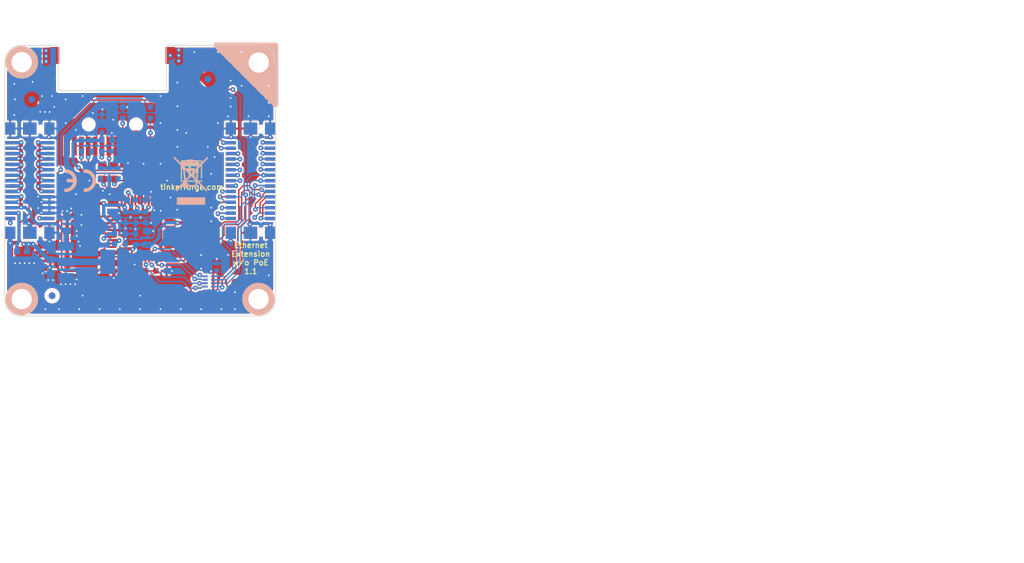
<source format=kicad_pcb>
(kicad_pcb (version 20171130) (host pcbnew 5.1.6-c6e7f7d~86~ubuntu18.04.1)
  (title_block (title "Ethernet Extension without PoE") (date "Di 23 Jun 2015") (rev 1.0) (company "Tinkerforge GmbH") (comment 1 "Licensed under CERN OHL v.1.1") (comment 2 "Copyright (©) 2015, B.Nordmeyer <bastian@tinkerforge.com>"))
  (layers (0 Vorderseite signal) (31 Rückseite signal) (34 B.Paste user) (35 F.Paste user) (36 B.SilkS user) (37 F.SilkS user) (38 B.Mask user) (39 F.Mask user) (44 Edge.Cuts user))
  (net 0 "")
  (net 1 +3.3VP)
  (net 2 3V3)
  (net 3 GND)
  (net 4 INT)
  (net 5 MISO)
  (net 6 MOSI)
  (net 7 RXIN)
  (net 8 RXIP)
  (net 9 SCK)
  (net 10 SCL)
  (net 11 SDA)
  (net 12 SELECT)
  (net 13 TXON)
  (net 14 TXOP)
  (net 15 VCC)
  (net 16 nRESET)
  (net 17 yellowLED)
  (net 18 "Net-(C16-Pad2)")
  (net 19 "Net-(C18-Pad2)")
  (net 20 "Net-(J1-Pad23)")
  (net 21 "Net-(J1-Pad21)")
  (net 22 "Net-(J1-Pad19)")
  (net 23 "Net-(J1-Pad11)")
  (net 24 "Net-(J1-Pad9)")
  (net 25 "Net-(J1-Pad7)")
  (net 26 "Net-(J1-Pad5)")
  (net 27 "Net-(J1-Pad3)")
  (net 28 "Net-(J1-Pad1)")
  (net 29 "Net-(J1-Pad6)")
  (net 30 "Net-(J1-Pad8)")
  (net 31 "Net-(J1-Pad10)")
  (net 32 "Net-(J1-Pad12)")
  (net 33 "Net-(J1-Pad14)")
  (net 34 "Net-(J1-Pad16)")
  (net 35 "Net-(J1-Pad18)")
  (net 36 "Net-(J1-Pad20)")
  (net 37 "Net-(J1-Pad22)")
  (net 38 "Net-(J1-Pad24)")
  (net 39 "Net-(J1-Pad26)")
  (net 40 "Net-(J1-Pad28)")
  (net 41 "Net-(J1-Pad30)")
  (net 42 "Net-(J3-Pad29)")
  (net 43 "Net-(J3-Pad1)")
  (net 44 "Net-(J3-Pad10)")
  (net 45 "Net-(J3-Pad30)")
  (net 46 "Net-(P1-Pad7)")
  (net 47 "Net-(P1-Pad13)")
  (net 48 "Net-(R3-Pad2)")
  (net 49 "Net-(R5-Pad2)")
  (net 50 "Net-(C2-Pad2)")
  (net 51 "Net-(C9-Pad2)")
  (net 52 "Net-(C12-Pad2)")
  (net 53 "Net-(C15-Pad2)")
  (net 54 "Net-(C17-Pad2)")
  (net 55 "Net-(C19-Pad2)")
  (net 56 "Net-(J1-Pad29)")
  (net 57 "Net-(J1-Pad27)")
  (net 58 "Net-(J1-Pad25)")
  (net 59 "Net-(J2-Pad23)")
  (net 60 "Net-(P1-Pad12)")
  (net 61 "Net-(P1-Pad9)")
  (net 62 "Net-(P1-Pad10)")
  (net 63 "Net-(P1-Pad11)")
  (net 64 "Net-(U1-Pad7)")
  (net 65 "Net-(U1-Pad12)")
  (net 66 "Net-(U1-Pad13)")
  (net 67 "Net-(U1-Pad18)")
  (net 68 "Net-(U1-Pad24)")
  (net 69 "Net-(U1-Pad26)")
  (net 70 "Net-(U1-Pad27)")
  (net 71 "Net-(U1-Pad46)")
  (net 72 "Net-(U1-Pad47)")
  (net 73 "Net-(U2-Pad7)")
  (net 74 "Net-(C18-Pad1)")
  (net 75 "Net-(C19-Pad1)")
  (net 76 "Net-(P1-Pad1)")
  (net 77 "Net-(P1-Pad2)")
  (net 78 "Net-(R1-Pad1)")
  (net 79 "Net-(R106-Pad2)")
  (net 80 "Net-(RP102-Pad5)")
  (net 81 "Net-(RP102-Pad6)")
  (net 82 "Net-(RP102-Pad7)")
  (net 83 "Net-(RP102-Pad8)")
  (net 84 "Net-(U1-Pad38)")
  (net 85 "Net-(U1-Pad39)")
  (net 86 "Net-(U1-Pad40)")
  (net 87 "Net-(U1-Pad41)")
  (net 88 "Net-(U1-Pad42)")
  (net 89 SHD)
  (net 90 S5V)
  (net 91 S3V3)
  (module kicad-libraries:RJPSL-001TA1 (layer Vorderseite) (at 146.975 96.45)
    (fp_text reference P1)
    (fp_text value RJPSL-001TA1)
    (pad 14 smd rect (at 6.6294 7.39902) (size 0.70104 2.79908) (layers Vorderseite F.Paste F.Mask) (net 2 3V3))
    (pad 11 smd rect (at -6.6294 7.39902) (size 0.70104 2.79908) (layers Vorderseite F.Paste F.Mask) (net 63 "Net-(P1-Pad11)"))
    (pad SHD smd rect (at 8.54964 -5.99948) (size 1.39954 2.49936) (layers Vorderseite F.Paste F.Mask) (net 89 SHD))
    (pad SHD smd rect (at -8.54964 -5.99948) (size 1.39954 2.49936) (layers Vorderseite F.Paste F.Mask) (net 89 SHD))
    (pad "" np_thru_hole circle (at 3.50012 4.20116) (size 1.5 1.5) (drill 1.5) (layers *.Cu *.Mask F.SilkS))
    (pad "" np_thru_hole circle (at -3.50012 4.20116) (size 1.5 1.5) (drill 1.5) (layers *.Cu *.Mask F.SilkS))
    (pad 13 smd rect (at 5.61086 7.39902) (size 0.70104 2.79908) (layers Vorderseite F.Paste F.Mask) (net 47 "Net-(P1-Pad13)"))
    (pad 10 smd rect (at 4.58978 7.39902) (size 0.70104 2.79908) (layers Vorderseite F.Paste F.Mask) (net 62 "Net-(P1-Pad10)"))
    (pad 9 smd rect (at 3.57124 7.39902) (size 0.70104 2.79908) (layers Vorderseite F.Paste F.Mask) (net 61 "Net-(P1-Pad9)"))
    (pad 8 smd rect (at 2.55016 7.39902) (size 0.70104 2.79908) (layers Vorderseite F.Paste F.Mask) (net 2 3V3))
    (pad 7 smd rect (at 1.52908 7.39902) (size 0.70104 2.79908) (layers Vorderseite F.Paste F.Mask) (net 46 "Net-(P1-Pad7)"))
    (pad 6 smd rect (at 0.51054 7.39902) (size 0.70104 2.79908) (layers Vorderseite F.Paste F.Mask) (net 55 "Net-(C19-Pad2)"))
    (pad 5 smd rect (at -0.51054 7.39902) (size 0.70104 2.79908) (layers Vorderseite F.Paste F.Mask) (net 54 "Net-(C17-Pad2)"))
    (pad 4 smd rect (at -1.52908 7.39902) (size 0.70104 2.79908) (layers Vorderseite F.Paste F.Mask) (net 18 "Net-(C16-Pad2)"))
    (pad 3 smd rect (at -2.55016 7.39902) (size 0.70104 2.79908) (layers Vorderseite F.Paste F.Mask) (net 19 "Net-(C18-Pad2)"))
    (pad 2 smd rect (at -3.57124 7.39902) (size 0.70104 2.79908) (layers Vorderseite F.Paste F.Mask) (net 77 "Net-(P1-Pad2)"))
    (pad 1 smd rect (at -4.58978 7.39902) (size 0.70104 2.79908) (layers Vorderseite F.Paste F.Mask) (net 76 "Net-(P1-Pad1)"))
    (pad 12 smd rect (at -5.61086 7.39902) (size 0.70104 2.79908) (layers Vorderseite F.Paste F.Mask) (net 60 "Net-(P1-Pad12)"))
  )
  (module tinkerforge:Fiducial_Mark (layer Vorderseite) (at 138.07 125.95)
    (fp_text reference Fiducial_Mark hide)
    (fp_text value VAL** hide)
    (pad 1 smd circle (at 0 0) (size 1.00076 1.00076) (layers Vorderseite F.Mask) (clearance 0.65024))
  )
  (module tinkerforge:Fiducial_Mark (layer Vorderseite) (at 165.07 123.95)
    (fp_text reference Fiducial_Mark hide)
    (fp_text value VAL** hide)
    (pad 1 smd circle (at 0 0) (size 1.00076 1.00076) (layers Vorderseite F.Mask) (clearance 0.65024))
  )
  (module tinkerforge:Fiducial_Mark (layer Vorderseite) (at 160.07 91.95)
    (fp_text reference Fiducial_Mark hide)
    (fp_text value VAL** hide)
    (pad 1 smd circle (at 0 0) (size 1.00076 1.00076) (layers Vorderseite F.Mask) (clearance 0.65024))
  )
  (module tinkerforge:Fiducial_Mark (layer Rückseite) (at 138.07 125.95)
    (fp_text reference Fiducial_Mark hide)
    (fp_text value VAL** hide)
    (pad 1 smd circle (at 0 0) (size 1.00076 1.00076) (layers Rückseite B.Mask) (clearance 0.65024))
  )
  (module tinkerforge:Fiducial_Mark (layer Rückseite) (at 135.07 96.95)
    (fp_text reference Fiducial_Mark hide)
    (fp_text value VAL** hide)
    (pad 1 smd circle (at 0 0) (size 1.00076 1.00076) (layers Rückseite B.Mask) (clearance 0.65024))
  )
  (module tinkerforge:Fiducial_Mark (layer Rückseite) (at 161.07 93.95)
    (fp_text reference Fiducial_Mark hide)
    (fp_text value VAL** hide)
    (pad 1 smd circle (at 0 0) (size 1.00076 1.00076) (layers Rückseite B.Mask) (clearance 0.65024))
  )
  (module kicad-libraries:LQFP48 (layer Vorderseite) (at 151.1 116 180)
    (fp_text reference U1)
    (fp_text value W5500)
    (pad 1 smd rect (at -2.74828 4.22402) (size 0.28956 1.34874) (layers Vorderseite F.Paste F.Mask) (net 13 TXON))
    (pad 2 smd rect (at -2.2479 4.22402) (size 0.28956 1.34874) (layers Vorderseite F.Paste F.Mask) (net 14 TXOP))
    (pad 3 smd rect (at -1.74752 4.22402) (size 0.28956 1.34874) (layers Vorderseite F.Paste F.Mask) (net 3 GND))
    (pad 4 smd rect (at -1.24968 4.22402) (size 0.28956 1.34874) (layers Vorderseite F.Paste F.Mask) (net 1 +3.3VP))
    (pad 5 smd rect (at -0.7493 4.22402) (size 0.28956 1.34874) (layers Vorderseite F.Paste F.Mask) (net 7 RXIN))
    (pad 6 smd rect (at -0.24892 4.22402) (size 0.28956 1.34874) (layers Vorderseite F.Paste F.Mask) (net 8 RXIP))
    (pad 7 smd rect (at 0.24892 4.22402) (size 0.28956 1.34874) (layers Vorderseite F.Paste F.Mask) (net 64 "Net-(U1-Pad7)"))
    (pad 8 smd rect (at 0.7493 4.22402) (size 0.28956 1.34874) (layers Vorderseite F.Paste F.Mask) (net 1 +3.3VP))
    (pad 9 smd rect (at 1.24968 4.22402) (size 0.28956 1.34874) (layers Vorderseite F.Paste F.Mask) (net 3 GND))
    (pad 10 smd rect (at 1.74752 4.22402) (size 0.28956 1.34874) (layers Vorderseite F.Paste F.Mask) (net 49 "Net-(R5-Pad2)"))
    (pad 11 smd rect (at 2.2479 4.22402) (size 0.28956 1.34874) (layers Vorderseite F.Paste F.Mask) (net 1 +3.3VP))
    (pad 12 smd rect (at 2.74828 4.22402) (size 0.28956 1.34874) (layers Vorderseite F.Paste F.Mask) (net 65 "Net-(U1-Pad12)"))
    (pad 13 smd rect (at 4.22402 2.74828 90) (size 0.28956 1.34874) (layers Vorderseite F.Paste F.Mask) (net 66 "Net-(U1-Pad13)"))
    (pad 14 smd rect (at 4.22402 2.2479 90) (size 0.28956 1.34874) (layers Vorderseite F.Paste F.Mask) (net 3 GND))
    (pad 15 smd rect (at 4.22402 1.74752 90) (size 0.28956 1.34874) (layers Vorderseite F.Paste F.Mask) (net 1 +3.3VP))
    (pad 16 smd rect (at 4.22402 1.24968 90) (size 0.28956 1.34874) (layers Vorderseite F.Paste F.Mask) (net 3 GND))
    (pad 17 smd rect (at 4.22402 0.7493 90) (size 0.28956 1.34874) (layers Vorderseite F.Paste F.Mask) (net 1 +3.3VP))
    (pad 18 smd rect (at 4.22402 0.24892 90) (size 0.28956 1.34874) (layers Vorderseite F.Paste F.Mask) (net 67 "Net-(U1-Pad18)"))
    (pad 19 smd rect (at 4.22402 -0.24892 90) (size 0.28956 1.34874) (layers Vorderseite F.Paste F.Mask) (net 3 GND))
    (pad 20 smd rect (at 4.22402 -0.7493 90) (size 0.28956 1.34874) (layers Vorderseite F.Paste F.Mask) (net 51 "Net-(C9-Pad2)"))
    (pad 21 smd rect (at 4.22402 -1.24968 90) (size 0.28956 1.34874) (layers Vorderseite F.Paste F.Mask) (net 1 +3.3VP))
    (pad 22 smd rect (at 4.22402 -1.74752 90) (size 0.28956 1.34874) (layers Vorderseite F.Paste F.Mask) (net 50 "Net-(C2-Pad2)"))
    (pad 23 smd rect (at 4.22402 -2.2479 90) (size 0.28956 1.34874) (layers Vorderseite F.Paste F.Mask) (net 48 "Net-(R3-Pad2)"))
    (pad 24 smd rect (at 4.22402 -2.74828 90) (size 0.28956 1.34874) (layers Vorderseite F.Paste F.Mask) (net 68 "Net-(U1-Pad24)"))
    (pad 25 smd rect (at 2.74828 -4.22402 180) (size 0.28956 1.34874) (layers Vorderseite F.Paste F.Mask) (net 17 yellowLED))
    (pad 26 smd rect (at 2.2479 -4.22402 180) (size 0.28956 1.34874) (layers Vorderseite F.Paste F.Mask) (net 69 "Net-(U1-Pad26)"))
    (pad 27 smd rect (at 1.74752 -4.22402 180) (size 0.28956 1.34874) (layers Vorderseite F.Paste F.Mask) (net 70 "Net-(U1-Pad27)"))
    (pad 28 smd rect (at 1.24968 -4.22402 180) (size 0.28956 1.34874) (layers Vorderseite F.Paste F.Mask) (net 2 3V3))
    (pad 29 smd rect (at 0.7493 -4.22402 180) (size 0.28956 1.34874) (layers Vorderseite F.Paste F.Mask) (net 3 GND))
    (pad 30 smd rect (at 0.24892 -4.22402 180) (size 0.28956 1.34874) (layers Vorderseite F.Paste F.Mask) (net 53 "Net-(C15-Pad2)"))
    (pad 31 smd rect (at -0.24892 -4.22402 180) (size 0.28956 1.34874) (layers Vorderseite F.Paste F.Mask) (net 52 "Net-(C12-Pad2)"))
    (pad 32 smd rect (at -0.7493 -4.22402 180) (size 0.28956 1.34874) (layers Vorderseite F.Paste F.Mask) (net 80 "Net-(RP102-Pad5)"))
    (pad 33 smd rect (at -1.24968 -4.22402 180) (size 0.28956 1.34874) (layers Vorderseite F.Paste F.Mask) (net 81 "Net-(RP102-Pad6)"))
    (pad 34 smd rect (at -1.74752 -4.22402 180) (size 0.28956 1.34874) (layers Vorderseite F.Paste F.Mask) (net 83 "Net-(RP102-Pad8)"))
    (pad 35 smd rect (at -2.2479 -4.22402 180) (size 0.28956 1.34874) (layers Vorderseite F.Paste F.Mask) (net 82 "Net-(RP102-Pad7)"))
    (pad 36 smd rect (at -2.74828 -4.22402 180) (size 0.28956 1.34874) (layers Vorderseite F.Paste F.Mask) (net 79 "Net-(R106-Pad2)"))
    (pad 37 smd rect (at -4.22402 -2.74828 270) (size 0.28956 1.34874) (layers Vorderseite F.Paste F.Mask) (net 78 "Net-(R1-Pad1)"))
    (pad 38 smd rect (at -4.22402 -2.2479 270) (size 0.28956 1.34874) (layers Vorderseite F.Paste F.Mask) (net 84 "Net-(U1-Pad38)"))
    (pad 39 smd rect (at -4.22402 -1.74752 270) (size 0.28956 1.34874) (layers Vorderseite F.Paste F.Mask) (net 85 "Net-(U1-Pad39)"))
    (pad 40 smd rect (at -4.22402 -1.24968 270) (size 0.28956 1.34874) (layers Vorderseite F.Paste F.Mask) (net 86 "Net-(U1-Pad40)"))
    (pad 41 smd rect (at -4.22402 -0.7493 270) (size 0.28956 1.34874) (layers Vorderseite F.Paste F.Mask) (net 87 "Net-(U1-Pad41)"))
    (pad 42 smd rect (at -4.22402 -0.24892 270) (size 0.28956 1.34874) (layers Vorderseite F.Paste F.Mask) (net 88 "Net-(U1-Pad42)"))
    (pad 43 smd rect (at -4.22402 0.24892 270) (size 0.28956 1.34874) (layers Vorderseite F.Paste F.Mask) (net 2 3V3))
    (pad 44 smd rect (at -4.22402 0.7493 270) (size 0.28956 1.34874) (layers Vorderseite F.Paste F.Mask) (net 2 3V3))
    (pad 45 smd rect (at -4.22402 1.24968 270) (size 0.28956 1.34874) (layers Vorderseite F.Paste F.Mask) (net 2 3V3))
    (pad 46 smd rect (at -4.22402 1.74752 270) (size 0.28956 1.34874) (layers Vorderseite F.Paste F.Mask) (net 71 "Net-(U1-Pad46)"))
    (pad 47 smd rect (at -4.22402 2.2479 270) (size 0.28956 1.34874) (layers Vorderseite F.Paste F.Mask) (net 72 "Net-(U1-Pad47)"))
    (pad 48 smd rect (at -4.22402 2.74828 270) (size 0.28956 1.34874) (layers Vorderseite F.Paste F.Mask) (net 3 GND))
  )
  (module kicad-libraries:R0603 (layer Vorderseite) (at 160.4 111.9)
    (fp_text reference R14)
    (fp_text value 1k)
    (pad 1 smd rect (at -0.8001 0) (size 0.8001 0.8001) (layers Vorderseite F.Paste F.Mask) (net 2 3V3))
    (pad 2 smd rect (at 0.8001 0) (size 0.8001 0.8001) (layers Vorderseite F.Paste F.Mask) (net 38 "Net-(J1-Pad24)"))
  )
  (module kicad-libraries:R0603 (layer Rückseite) (at 152.6 98.9 270)
    (fp_text reference R13)
    (fp_text value 470)
    (pad 1 smd rect (at -0.8001 0 270) (size 0.8001 0.8001) (layers Rückseite B.Paste B.Mask) (net 17 yellowLED))
    (pad 2 smd rect (at 0.8001 0 270) (size 0.8001 0.8001) (layers Rückseite B.Paste B.Mask) (net 47 "Net-(P1-Pad13)"))
  )
  (module kicad-libraries:R0603 (layer Rückseite) (at 148.5 98.9 270)
    (fp_text reference R12)
    (fp_text value 470)
    (pad 1 smd rect (at -0.8001 0 270) (size 0.8001 0.8001) (layers Rückseite B.Paste B.Mask) (net 3 GND))
    (pad 2 smd rect (at 0.8001 0 270) (size 0.8001 0.8001) (layers Rückseite B.Paste B.Mask) (net 46 "Net-(P1-Pad7)"))
  )
  (module kicad-libraries:R0603 (layer Rückseite) (at 147.8 107.9 270)
    (fp_text reference R11)
    (fp_text value 49.9)
    (pad 1 smd rect (at -0.8001 0 270) (size 0.8001 0.8001) (layers Rückseite B.Paste B.Mask) (net 54 "Net-(C17-Pad2)"))
    (pad 2 smd rect (at 0.8001 0 270) (size 0.8001 0.8001) (layers Rückseite B.Paste B.Mask) (net 75 "Net-(C19-Pad1)"))
  )
  (module kicad-libraries:R0603 (layer Rückseite) (at 145.2 107.9 90)
    (fp_text reference R10)
    (fp_text value 49.9)
    (pad 1 smd rect (at -0.8001 0 90) (size 0.8001 0.8001) (layers Rückseite B.Paste B.Mask) (net 74 "Net-(C18-Pad1)"))
    (pad 2 smd rect (at 0.8001 0 90) (size 0.8001 0.8001) (layers Rückseite B.Paste B.Mask) (net 54 "Net-(C17-Pad2)"))
  )
  (module kicad-libraries:R0603 (layer Rückseite) (at 145.4 103.8 270)
    (fp_text reference R9)
    (fp_text value 10)
    (pad 1 smd rect (at -0.8001 0 270) (size 0.8001 0.8001) (layers Rückseite B.Paste B.Mask) (net 1 +3.3VP))
    (pad 2 smd rect (at 0.8001 0 270) (size 0.8001 0.8001) (layers Rückseite B.Paste B.Mask) (net 18 "Net-(C16-Pad2)"))
  )
  (module kicad-libraries:R0603 (layer Rückseite) (at 143.9 103.8 270)
    (fp_text reference R8)
    (fp_text value 49.9)
    (pad 1 smd rect (at -0.8001 0 270) (size 0.8001 0.8001) (layers Rückseite B.Paste B.Mask) (net 1 +3.3VP))
    (pad 2 smd rect (at 0.8001 0 270) (size 0.8001 0.8001) (layers Rückseite B.Paste B.Mask) (net 77 "Net-(P1-Pad2)"))
  )
  (module kicad-libraries:R0603 (layer Rückseite) (at 142.4 103.8 270)
    (fp_text reference R7)
    (fp_text value 49.9)
    (pad 1 smd rect (at -0.8001 0 270) (size 0.8001 0.8001) (layers Rückseite B.Paste B.Mask) (net 1 +3.3VP))
    (pad 2 smd rect (at 0.8001 0 270) (size 0.8001 0.8001) (layers Rückseite B.Paste B.Mask) (net 76 "Net-(P1-Pad1)"))
  )
  (module kicad-libraries:R0603 (layer Vorderseite) (at 151.1 122.3 180)
    (fp_text reference R6)
    (fp_text value 1M)
    (pad 1 smd rect (at -0.8001 0 180) (size 0.8001 0.8001) (layers Vorderseite F.Paste F.Mask) (net 52 "Net-(C12-Pad2)"))
    (pad 2 smd rect (at 0.8001 0 180) (size 0.8001 0.8001) (layers Vorderseite F.Paste F.Mask) (net 53 "Net-(C15-Pad2)"))
  )
  (module kicad-libraries:R0603 (layer Rückseite) (at 151.1 111.8 180)
    (fp_text reference R5)
    (fp_text value "12.4k 1%")
    (pad 1 smd rect (at -0.8001 0 180) (size 0.8001 0.8001) (layers Rückseite B.Paste B.Mask) (net 3 GND))
    (pad 2 smd rect (at 0.8001 0 180) (size 0.8001 0.8001) (layers Rückseite B.Paste B.Mask) (net 49 "Net-(R5-Pad2)"))
  )
  (module kicad-libraries:R0603 (layer Vorderseite) (at 143.8 118.6)
    (fp_text reference R3)
    (fp_text value 10k)
    (pad 1 smd rect (at -0.8001 0) (size 0.8001 0.8001) (layers Vorderseite F.Paste F.Mask) (net 3 GND))
    (pad 2 smd rect (at 0.8001 0) (size 0.8001 0.8001) (layers Vorderseite F.Paste F.Mask) (net 48 "Net-(R3-Pad2)"))
  )
  (module kicad-libraries:R0603 (layer Vorderseite) (at 158.68 117.65 180)
    (fp_text reference R2)
    (fp_text value DNP)
    (pad 1 smd rect (at -0.8001 0 180) (size 0.8001 0.8001) (layers Vorderseite F.Paste F.Mask) (net 79 "Net-(R106-Pad2)"))
    (pad 2 smd rect (at 0.8001 0 180) (size 0.8001 0.8001) (layers Vorderseite F.Paste F.Mask) (net 2 3V3))
  )
  (module kicad-libraries:R0603 (layer Vorderseite) (at 158.68 116.25 180)
    (fp_text reference R1)
    (fp_text value 10k)
    (pad 1 smd rect (at -0.8001 0 180) (size 0.8001 0.8001) (layers Vorderseite F.Paste F.Mask) (net 78 "Net-(R1-Pad1)"))
    (pad 2 smd rect (at 0.8001 0 180) (size 0.8001 0.8001) (layers Vorderseite F.Paste F.Mask) (net 2 3V3))
  )
  (module kicad-libraries:C0603 (layer Vorderseite) (at 139.5 120 180)
    (fp_text reference L2)
    (fp_text value FB)
    (pad 1 smd rect (at -0.8001 0 180) (size 0.8001 0.8001) (layers Vorderseite F.Paste F.Mask) (net 1 +3.3VP))
    (pad 2 smd rect (at 0.8001 0 180) (size 0.8001 0.8001) (layers Vorderseite F.Paste F.Mask) (net 15 VCC))
  )
  (module kicad-libraries:C0603 (layer Vorderseite) (at 139.5 121.5 180)
    (fp_text reference L1)
    (fp_text value FB)
    (pad 1 smd rect (at -0.8001 0 180) (size 0.8001 0.8001) (layers Vorderseite F.Paste F.Mask) (net 2 3V3))
    (pad 2 smd rect (at 0.8001 0 180) (size 0.8001 0.8001) (layers Vorderseite F.Paste F.Mask) (net 15 VCC))
  )
  (module kicad-libraries:C1206 (layer Vorderseite) (at 137 96.5 270)
    (fp_text reference C21)
    (fp_text value 1nF/2kV)
    (pad 1 smd rect (at -1.50114 0 270) (size 1.00076 1.6002) (layers Vorderseite F.Paste F.Mask) (net 89 SHD))
    (pad 2 smd rect (at 1.50114 0 270) (size 1.00076 1.6002) (layers Vorderseite F.Paste F.Mask) (net 3 GND))
  )
  (module kicad-libraries:C0603 (layer Vorderseite) (at 157.9 100.3 90)
    (fp_text reference C20)
    (fp_text value 100nF)
    (pad 1 smd rect (at -0.8001 0 90) (size 0.8001 0.8001) (layers Vorderseite F.Paste F.Mask) (net 3 GND))
    (pad 2 smd rect (at 0.8001 0 90) (size 0.8001 0.8001) (layers Vorderseite F.Paste F.Mask) (net 15 VCC))
  )
  (module kicad-libraries:C0805 (layer Vorderseite) (at 147.2 107.7 90)
    (fp_text reference C19)
    (fp_text value 6.8nF)
    (pad 1 smd rect (at -1.00076 0 90) (size 1.00076 1.24968) (layers Vorderseite F.Paste F.Mask) (net 75 "Net-(C19-Pad1)") (clearance 0.14986))
    (pad 2 smd rect (at 1.00076 0 90) (size 1.00076 1.24968) (layers Vorderseite F.Paste F.Mask) (net 55 "Net-(C19-Pad2)") (clearance 0.14986))
  )
  (module kicad-libraries:C0805 (layer Vorderseite) (at 145.5 107.7 90)
    (fp_text reference C18)
    (fp_text value 6.8nF)
    (pad 1 smd rect (at -1.00076 0 90) (size 1.00076 1.24968) (layers Vorderseite F.Paste F.Mask) (net 74 "Net-(C18-Pad1)") (clearance 0.14986))
    (pad 2 smd rect (at 1.00076 0 90) (size 1.00076 1.24968) (layers Vorderseite F.Paste F.Mask) (net 19 "Net-(C18-Pad2)") (clearance 0.14986))
  )
  (module kicad-libraries:C0603 (layer Rückseite) (at 146.5 107.9 90)
    (fp_text reference C17)
    (fp_text value 10nF)
    (pad 1 smd rect (at -0.8001 0 90) (size 0.8001 0.8001) (layers Rückseite B.Paste B.Mask) (net 3 GND))
    (pad 2 smd rect (at 0.8001 0 90) (size 0.8001 0.8001) (layers Rückseite B.Paste B.Mask) (net 54 "Net-(C17-Pad2)"))
  )
  (module kicad-libraries:C0603 (layer Rückseite) (at 146.9 103.8 270)
    (fp_text reference C16)
    (fp_text value 22nF)
    (pad 1 smd rect (at -0.8001 0 270) (size 0.8001 0.8001) (layers Rückseite B.Paste B.Mask) (net 3 GND))
    (pad 2 smd rect (at 0.8001 0 270) (size 0.8001 0.8001) (layers Rückseite B.Paste B.Mask) (net 18 "Net-(C16-Pad2)"))
  )
  (module kicad-libraries:C0603 (layer Vorderseite) (at 148 122.3)
    (fp_text reference C15)
    (fp_text value 10pF)
    (pad 1 smd rect (at -0.8001 0) (size 0.8001 0.8001) (layers Vorderseite F.Paste F.Mask) (net 3 GND))
    (pad 2 smd rect (at 0.8001 0) (size 0.8001 0.8001) (layers Vorderseite F.Paste F.Mask) (net 53 "Net-(C15-Pad2)"))
  )
  (module kicad-libraries:C0603 (layer Vorderseite) (at 154.2 122.3 180)
    (fp_text reference C12)
    (fp_text value 10pF)
    (pad 1 smd rect (at -0.8001 0 180) (size 0.8001 0.8001) (layers Vorderseite F.Paste F.Mask) (net 3 GND))
    (pad 2 smd rect (at 0.8001 0 180) (size 0.8001 0.8001) (layers Vorderseite F.Paste F.Mask) (net 52 "Net-(C12-Pad2)"))
  )
  (module kicad-libraries:C0603 (layer Rückseite) (at 148.1 116.8 180)
    (fp_text reference C11)
    (fp_text value 100nF)
    (pad 1 smd rect (at -0.8001 0 180) (size 0.8001 0.8001) (layers Rückseite B.Paste B.Mask) (net 3 GND))
    (pad 2 smd rect (at 0.8001 0 180) (size 0.8001 0.8001) (layers Rückseite B.Paste B.Mask) (net 1 +3.3VP))
  )
  (module kicad-libraries:C0603 (layer Vorderseite) (at 144 115.5)
    (fp_text reference C10)
    (fp_text value 100nF)
    (pad 1 smd rect (at -0.8001 0) (size 0.8001 0.8001) (layers Vorderseite F.Paste F.Mask) (net 3 GND))
    (pad 2 smd rect (at 0.8001 0) (size 0.8001 0.8001) (layers Vorderseite F.Paste F.Mask) (net 1 +3.3VP))
  )
  (module kicad-libraries:C0805 (layer Vorderseite) (at 143.6 117.1)
    (fp_text reference C9)
    (fp_text value 4.7uF)
    (pad 1 smd rect (at -1.00076 0) (size 1.00076 1.24968) (layers Vorderseite F.Paste F.Mask) (net 3 GND) (clearance 0.14986))
    (pad 2 smd rect (at 1.00076 0) (size 1.00076 1.24968) (layers Vorderseite F.Paste F.Mask) (net 51 "Net-(C9-Pad2)") (clearance 0.14986))
  )
  (module kicad-libraries:C0603 (layer Vorderseite) (at 144 114)
    (fp_text reference C8)
    (fp_text value 100nF)
    (pad 1 smd rect (at -0.8001 0) (size 0.8001 0.8001) (layers Vorderseite F.Paste F.Mask) (net 3 GND))
    (pad 2 smd rect (at 0.8001 0) (size 0.8001 0.8001) (layers Vorderseite F.Paste F.Mask) (net 1 +3.3VP))
  )
  (module kicad-libraries:C0603 (layer Rückseite) (at 148.9 114.4 90)
    (fp_text reference C7)
    (fp_text value 100nF)
    (pad 1 smd rect (at -0.8001 0 90) (size 0.8001 0.8001) (layers Rückseite B.Paste B.Mask) (net 3 GND))
    (pad 2 smd rect (at 0.8001 0 90) (size 0.8001 0.8001) (layers Rückseite B.Paste B.Mask) (net 1 +3.3VP))
  )
  (module kicad-libraries:C0603 (layer Rückseite) (at 150.4 114.4 90)
    (fp_text reference C6)
    (fp_text value 100nF)
    (pad 1 smd rect (at -0.8001 0 90) (size 0.8001 0.8001) (layers Rückseite B.Paste B.Mask) (net 3 GND))
    (pad 2 smd rect (at 0.8001 0 90) (size 0.8001 0.8001) (layers Rückseite B.Paste B.Mask) (net 1 +3.3VP))
  )
  (module kicad-libraries:C0603 (layer Rückseite) (at 151.9 114.4 90)
    (fp_text reference C5)
    (fp_text value 100nF)
    (pad 1 smd rect (at -0.8001 0 90) (size 0.8001 0.8001) (layers Rückseite B.Paste B.Mask) (net 3 GND))
    (pad 2 smd rect (at 0.8001 0 90) (size 0.8001 0.8001) (layers Rückseite B.Paste B.Mask) (net 1 +3.3VP))
  )
  (module kicad-libraries:C0603 (layer Rückseite) (at 150.4 117.6 270)
    (fp_text reference C3)
    (fp_text value 100nF)
    (pad 1 smd rect (at -0.8001 0 270) (size 0.8001 0.8001) (layers Rückseite B.Paste B.Mask) (net 3 GND))
    (pad 2 smd rect (at 0.8001 0 270) (size 0.8001 0.8001) (layers Rückseite B.Paste B.Mask) (net 2 3V3))
  )
  (module kicad-libraries:C0603 (layer Rückseite) (at 148.1 118.3 180)
    (fp_text reference C2)
    (fp_text value 10nF)
    (pad 1 smd rect (at -0.8001 0 180) (size 0.8001 0.8001) (layers Rückseite B.Paste B.Mask) (net 3 GND))
    (pad 2 smd rect (at 0.8001 0 180) (size 0.8001 0.8001) (layers Rückseite B.Paste B.Mask) (net 50 "Net-(C2-Pad2)"))
  )
  (module kicad-libraries:HC49_US (layer Vorderseite) (at 151.1 125.7 180)
    (fp_text reference X1)
    (fp_text value 25Mhz)
    (pad 1 smd rect (at -4.24942 0 180) (size 5.4991 1.50114) (layers Vorderseite F.Paste F.Mask) (net 52 "Net-(C12-Pad2)"))
    (pad 2 smd rect (at 4.24942 0 180) (size 5.4991 1.50114) (layers Vorderseite F.Paste F.Mask) (net 53 "Net-(C15-Pad2)"))
  )
  (module kicad-libraries:DRILL_NP (layer Vorderseite) (at 133.57352 126.45136)
    (fp_text reference U6 hide)
    (fp_text value DRILL hide)
    (pad "" np_thru_hole circle (at 0 0) (size 2.99974 2.99974) (drill 2.99974) (layers *.Cu *.Mask F.SilkS) (clearance 0.89916))
  )
  (module kicad-libraries:DRILL_NP (layer Vorderseite) (at 133.57352 91.45016 90)
    (fp_text reference U5 hide)
    (fp_text value DRILL hide)
    (pad "" np_thru_hole circle (at 0 0 90) (size 2.99974 2.99974) (drill 2.99974) (layers *.Cu *.Mask F.SilkS) (clearance 0.89916))
  )
  (module kicad-libraries:DRILL_NP (layer Rückseite) (at 168.57 126.45 90)
    (fp_text reference U4 hide)
    (fp_text value DRILL hide)
    (pad "" np_thru_hole circle (at 0 0 90) (size 2.99974 2.99974) (drill 2.99974) (layers *.Cu *.Mask B.SilkS) (clearance 0.89916))
  )
  (module kicad-libraries:DRILL_NP (layer Rückseite) (at 168.6 91.5)
    (fp_text reference U3 hide)
    (fp_text value DRILL hide)
    (pad "" np_thru_hole circle (at 0 0) (size 2.99974 2.99974) (drill 2.99974) (layers *.Cu *.Mask B.SilkS) (clearance 0.89916))
  )
  (module kicad-libraries:SOIC8 (layer Vorderseite) (at 160.6 96.1 90)
    (fp_text reference U2)
    (fp_text value M24C64)
    (pad 1 smd rect (at -1.90246 2.69748 270) (size 0.59944 1.5494) (layers Vorderseite F.Paste F.Mask) (net 3 GND))
    (pad 2 smd rect (at -0.63246 2.69748 270) (size 0.59944 1.5494) (layers Vorderseite F.Paste F.Mask) (net 3 GND))
    (pad 3 smd rect (at 0.63246 2.69748 270) (size 0.59944 1.5494) (layers Vorderseite F.Paste F.Mask) (net 12 SELECT))
    (pad 4 smd rect (at 1.90246 2.69748 270) (size 0.59944 1.5494) (layers Vorderseite F.Paste F.Mask) (net 3 GND))
    (pad 5 smd rect (at 1.90246 -2.69748 90) (size 0.59944 1.5494) (layers Vorderseite F.Paste F.Mask) (net 11 SDA))
    (pad 6 smd rect (at 0.63246 -2.69748 90) (size 0.59944 1.5494) (layers Vorderseite F.Paste F.Mask) (net 10 SCL))
    (pad 7 smd rect (at -0.63246 -2.69748 90) (size 0.59944 1.5494) (layers Vorderseite F.Paste F.Mask) (net 73 "Net-(U2-Pad7)"))
    (pad 8 smd rect (at -1.90246 -2.69748 90) (size 0.59944 1.5494) (layers Vorderseite F.Paste F.Mask) (net 15 VCC))
  )
  (module kicad-libraries:BTB08-ACS-BTM (layer Rückseite) (at 134.77748 108.95076 270)
    (fp_text reference J4)
    (fp_text value STACK-DOWN)
    (pad 1 smd rect (at -5.59816 -2.89814 90) (size 0.49784 1.4986) (layers Rückseite B.Paste B.Mask) (net 43 "Net-(J3-Pad1)"))
    (pad 3 smd rect (at -4.79806 -2.89814 90) (size 0.49784 1.4986) (layers Rückseite B.Paste B.Mask) (net 43 "Net-(J3-Pad1)"))
    (pad 5 smd rect (at -3.99796 -2.89814 90) (size 0.49784 1.4986) (layers Rückseite B.Paste B.Mask) (net 43 "Net-(J3-Pad1)"))
    (pad 7 smd rect (at -3.19786 -2.89814 90) (size 0.49784 1.4986) (layers Rückseite B.Paste B.Mask) (net 43 "Net-(J3-Pad1)"))
    (pad 9 smd rect (at -2.39776 -2.89814 90) (size 0.49784 1.4986) (layers Rückseite B.Paste B.Mask) (net 43 "Net-(J3-Pad1)"))
    (pad 11 smd rect (at -1.59766 -2.89814 90) (size 0.49784 1.4986) (layers Rückseite B.Paste B.Mask) (net 43 "Net-(J3-Pad1)"))
    (pad 13 smd rect (at -0.79756 -2.89814 90) (size 0.49784 1.4986) (layers Rückseite B.Paste B.Mask) (net 43 "Net-(J3-Pad1)"))
    (pad 15 smd rect (at 0 -2.89814 90) (size 0.49784 1.4986) (layers Rückseite B.Paste B.Mask) (net 43 "Net-(J3-Pad1)"))
    (pad 17 smd rect (at 0.79756 -2.89814 90) (size 0.49784 1.4986) (layers Rückseite B.Paste B.Mask) (net 43 "Net-(J3-Pad1)"))
    (pad 19 smd rect (at 1.59766 -2.89814 90) (size 0.49784 1.4986) (layers Rückseite B.Paste B.Mask) (net 43 "Net-(J3-Pad1)"))
    (pad 21 smd rect (at 2.39776 -2.89814 90) (size 0.49784 1.4986) (layers Rückseite B.Paste B.Mask) (net 3 GND))
    (pad 23 smd rect (at 3.19786 -2.89814 90) (size 0.49784 1.4986) (layers Rückseite B.Paste B.Mask) (net 3 GND))
    (pad 25 smd rect (at 3.99796 -2.89814 90) (size 0.49784 1.4986) (layers Rückseite B.Paste B.Mask) (net 3 GND))
    (pad 27 smd rect (at 4.79806 -2.89814 90) (size 0.49784 1.4986) (layers Rückseite B.Paste B.Mask) (net 3 GND))
    (pad 29 smd rect (at 5.59816 -2.89814 90) (size 0.49784 1.4986) (layers Rückseite B.Paste B.Mask) (net 42 "Net-(J3-Pad29)"))
    (pad 30 smd rect (at 5.59816 2.89814 270) (size 0.49784 1.4986) (layers Rückseite B.Paste B.Mask) (net 45 "Net-(J3-Pad30)"))
    (pad 28 smd rect (at 4.79806 2.89814 270) (size 0.49784 1.4986) (layers Rückseite B.Paste B.Mask) (net 91 S3V3))
    (pad 26 smd rect (at 3.99796 2.89814 270) (size 0.49784 1.4986) (layers Rückseite B.Paste B.Mask) (net 90 S5V))
    (pad 24 smd rect (at 3.19786 2.89814 270) (size 0.49784 1.4986) (layers Rückseite B.Paste B.Mask) (net 90 S5V))
    (pad 22 smd rect (at 2.39776 2.89814 270) (size 0.49784 1.4986) (layers Rückseite B.Paste B.Mask) (net 90 S5V))
    (pad 20 smd rect (at 1.59766 2.89814 270) (size 0.49784 1.4986) (layers Rückseite B.Paste B.Mask) (net 44 "Net-(J3-Pad10)"))
    (pad 18 smd rect (at 0.79756 2.89814 270) (size 0.49784 1.4986) (layers Rückseite B.Paste B.Mask) (net 44 "Net-(J3-Pad10)"))
    (pad 16 smd rect (at 0 2.89814 270) (size 0.49784 1.4986) (layers Rückseite B.Paste B.Mask) (net 44 "Net-(J3-Pad10)"))
    (pad 14 smd rect (at -0.79756 2.89814 270) (size 0.49784 1.4986) (layers Rückseite B.Paste B.Mask) (net 44 "Net-(J3-Pad10)"))
    (pad 12 smd rect (at -1.59766 2.89814 270) (size 0.49784 1.4986) (layers Rückseite B.Paste B.Mask) (net 44 "Net-(J3-Pad10)"))
    (pad 10 smd rect (at -2.39776 2.89814 270) (size 0.49784 1.4986) (layers Rückseite B.Paste B.Mask) (net 44 "Net-(J3-Pad10)"))
    (pad 8 smd rect (at -3.19786 2.89814 270) (size 0.49784 1.4986) (layers Rückseite B.Paste B.Mask) (net 44 "Net-(J3-Pad10)"))
    (pad 6 smd rect (at -3.99796 2.89814 270) (size 0.49784 1.4986) (layers Rückseite B.Paste B.Mask) (net 44 "Net-(J3-Pad10)"))
    (pad 4 smd rect (at -4.79806 2.89814 270) (size 0.49784 1.4986) (layers Rückseite B.Paste B.Mask) (net 44 "Net-(J3-Pad10)"))
    (pad 2 smd rect (at -5.59816 2.89814 270) (size 0.49784 1.4986) (layers Rückseite B.Paste B.Mask) (net 44 "Net-(J3-Pad10)"))
    (pad EP smd rect (at 7.69874 2.90068 270) (size 1.80086 1.50114) (layers Rückseite B.Paste B.Mask) (net 3 GND))
    (pad EP smd rect (at 7.69874 -2.90068 270) (size 1.80086 1.50114) (layers Rückseite B.Paste B.Mask) (net 3 GND))
    (pad EP smd rect (at -7.69874 -2.90068 270) (size 1.80086 1.50114) (layers Rückseite B.Paste B.Mask) (net 3 GND))
    (pad EP smd rect (at -7.69874 2.90068 270) (size 1.80086 1.50114) (layers Rückseite B.Paste B.Mask) (net 3 GND))
    (pad EP smd rect (at 7.69874 0 270) (size 1.80086 1.99898) (layers Rückseite B.Paste B.Mask) (net 3 GND))
    (pad EP smd rect (at -7.69874 0 270) (size 1.80086 1.99898) (layers Rückseite B.Paste B.Mask) (net 3 GND))
    (pad "" thru_hole circle (at 7.59968 -1.69926 270) (size 0.8001 0.8001) (drill 0.8001) (layers *.Cu *.Mask B.SilkS))
    (pad "" thru_hole circle (at -7.59968 -1.69926 270) (size 0.8001 0.8001) (drill 0.8001) (layers *.Cu *.Mask B.SilkS))
  )
  (module kicad-libraries:BTB08-ACS-TOP (layer Vorderseite) (at 134.7724 108.95076 90)
    (fp_text reference J3)
    (fp_text value STACK-UP-HIGH)
    (pad 29 smd rect (at -5.59816 2.89814 270) (size 0.49784 1.4986) (layers Vorderseite F.Paste F.Mask) (net 42 "Net-(J3-Pad29)"))
    (pad 27 smd rect (at -4.79806 2.89814 270) (size 0.49784 1.4986) (layers Vorderseite F.Paste F.Mask) (net 3 GND))
    (pad 25 smd rect (at -3.99796 2.89814 270) (size 0.49784 1.4986) (layers Vorderseite F.Paste F.Mask) (net 3 GND))
    (pad 23 smd rect (at -3.19786 2.89814 270) (size 0.49784 1.4986) (layers Vorderseite F.Paste F.Mask) (net 3 GND))
    (pad 21 smd rect (at -2.39776 2.89814 270) (size 0.49784 1.4986) (layers Vorderseite F.Paste F.Mask) (net 3 GND))
    (pad 19 smd rect (at -1.59766 2.89814 270) (size 0.49784 1.4986) (layers Vorderseite F.Paste F.Mask) (net 43 "Net-(J3-Pad1)"))
    (pad 17 smd rect (at -0.79756 2.89814 270) (size 0.49784 1.4986) (layers Vorderseite F.Paste F.Mask) (net 43 "Net-(J3-Pad1)"))
    (pad 15 smd rect (at 0 2.89814 270) (size 0.49784 1.4986) (layers Vorderseite F.Paste F.Mask) (net 43 "Net-(J3-Pad1)"))
    (pad 13 smd rect (at 0.79756 2.89814 270) (size 0.49784 1.4986) (layers Vorderseite F.Paste F.Mask) (net 43 "Net-(J3-Pad1)"))
    (pad 11 smd rect (at 1.59766 2.89814 270) (size 0.49784 1.4986) (layers Vorderseite F.Paste F.Mask) (net 43 "Net-(J3-Pad1)"))
    (pad 9 smd rect (at 2.39776 2.89814 270) (size 0.49784 1.4986) (layers Vorderseite F.Paste F.Mask) (net 43 "Net-(J3-Pad1)"))
    (pad 7 smd rect (at 3.19786 2.89814 270) (size 0.49784 1.4986) (layers Vorderseite F.Paste F.Mask) (net 43 "Net-(J3-Pad1)"))
    (pad 5 smd rect (at 3.99796 2.89814 270) (size 0.49784 1.4986) (layers Vorderseite F.Paste F.Mask) (net 43 "Net-(J3-Pad1)"))
    (pad 3 smd rect (at 4.79806 2.89814 270) (size 0.49784 1.4986) (layers Vorderseite F.Paste F.Mask) (net 43 "Net-(J3-Pad1)"))
    (pad 1 smd rect (at 5.59816 2.89814 270) (size 0.49784 1.4986) (layers Vorderseite F.Paste F.Mask) (net 43 "Net-(J3-Pad1)"))
    (pad 2 smd rect (at 5.59816 -2.89814 90) (size 0.49784 1.4986) (layers Vorderseite F.Paste F.Mask) (net 44 "Net-(J3-Pad10)"))
    (pad 4 smd rect (at 4.79806 -2.89814 90) (size 0.49784 1.4986) (layers Vorderseite F.Paste F.Mask) (net 44 "Net-(J3-Pad10)"))
    (pad 6 smd rect (at 3.99796 -2.89814 90) (size 0.49784 1.4986) (layers Vorderseite F.Paste F.Mask) (net 44 "Net-(J3-Pad10)"))
    (pad 8 smd rect (at 3.19786 -2.89814 90) (size 0.49784 1.4986) (layers Vorderseite F.Paste F.Mask) (net 44 "Net-(J3-Pad10)"))
    (pad 10 smd rect (at 2.39776 -2.89814 90) (size 0.49784 1.4986) (layers Vorderseite F.Paste F.Mask) (net 44 "Net-(J3-Pad10)"))
    (pad 12 smd rect (at 1.59766 -2.89814 90) (size 0.49784 1.4986) (layers Vorderseite F.Paste F.Mask) (net 44 "Net-(J3-Pad10)"))
    (pad 14 smd rect (at 0.79756 -2.89814 90) (size 0.49784 1.4986) (layers Vorderseite F.Paste F.Mask) (net 44 "Net-(J3-Pad10)"))
    (pad 16 smd rect (at 0 -2.89814 90) (size 0.49784 1.4986) (layers Vorderseite F.Paste F.Mask) (net 44 "Net-(J3-Pad10)"))
    (pad 18 smd rect (at -0.79756 -2.89814 90) (size 0.49784 1.4986) (layers Vorderseite F.Paste F.Mask) (net 44 "Net-(J3-Pad10)"))
    (pad 20 smd rect (at -1.59766 -2.89814 90) (size 0.49784 1.4986) (layers Vorderseite F.Paste F.Mask) (net 44 "Net-(J3-Pad10)"))
    (pad 22 smd rect (at -2.39776 -2.89814 90) (size 0.49784 1.4986) (layers Vorderseite F.Paste F.Mask) (net 90 S5V))
    (pad 24 smd rect (at -3.19786 -2.89814 90) (size 0.49784 1.4986) (layers Vorderseite F.Paste F.Mask) (net 90 S5V))
    (pad 26 smd rect (at -3.99796 -2.89814 90) (size 0.49784 1.4986) (layers Vorderseite F.Paste F.Mask) (net 90 S5V))
    (pad 28 smd rect (at -4.79806 -2.89814 90) (size 0.49784 1.4986) (layers Vorderseite F.Paste F.Mask) (net 91 S3V3))
    (pad 30 smd rect (at -5.59816 -2.89814 90) (size 0.49784 1.4986) (layers Vorderseite F.Paste F.Mask) (net 45 "Net-(J3-Pad30)"))
    (pad EP smd rect (at 7.69874 -2.90068 90) (size 1.80086 1.50114) (layers Vorderseite F.Paste F.Mask) (net 3 GND))
    (pad EP smd rect (at 7.69874 2.90068 90) (size 1.80086 1.50114) (layers Vorderseite F.Paste F.Mask) (net 3 GND))
    (pad EP smd rect (at -7.69874 2.90068 90) (size 1.80086 1.50114) (layers Vorderseite F.Paste F.Mask) (net 3 GND))
    (pad EP smd rect (at -7.69874 -2.90068 90) (size 1.80086 1.50114) (layers Vorderseite F.Paste F.Mask) (net 3 GND))
    (pad EP smd rect (at 7.69874 0 90) (size 1.80086 1.99898) (layers Vorderseite F.Paste F.Mask) (net 3 GND))
    (pad EP smd rect (at -7.69874 0 90) (size 1.80086 1.99898) (layers Vorderseite F.Paste F.Mask) (net 3 GND))
    (pad "" thru_hole circle (at 7.59968 1.69926 90) (size 0.8001 0.8001) (drill 0.8001) (layers *.Cu *.Mask F.SilkS))
    (pad "" thru_hole circle (at -7.59968 1.69926 90) (size 0.8001 0.8001) (drill 0.8001) (layers *.Cu *.Mask F.SilkS))
  )
  (module kicad-libraries:BTB08-ACS-BTM (layer Rückseite) (at 167.3733 108.95076 270)
    (fp_text reference J2)
    (fp_text value STACK-DOWN)
    (pad 1 smd rect (at -5.59816 -2.89814 90) (size 0.49784 1.4986) (layers Rückseite B.Paste B.Mask) (net 28 "Net-(J1-Pad1)"))
    (pad 3 smd rect (at -4.79806 -2.89814 90) (size 0.49784 1.4986) (layers Rückseite B.Paste B.Mask) (net 27 "Net-(J1-Pad3)"))
    (pad 5 smd rect (at -3.99796 -2.89814 90) (size 0.49784 1.4986) (layers Rückseite B.Paste B.Mask) (net 26 "Net-(J1-Pad5)"))
    (pad 7 smd rect (at -3.19786 -2.89814 90) (size 0.49784 1.4986) (layers Rückseite B.Paste B.Mask) (net 25 "Net-(J1-Pad7)"))
    (pad 9 smd rect (at -2.39776 -2.89814 90) (size 0.49784 1.4986) (layers Rückseite B.Paste B.Mask) (net 24 "Net-(J1-Pad9)"))
    (pad 11 smd rect (at -1.59766 -2.89814 90) (size 0.49784 1.4986) (layers Rückseite B.Paste B.Mask) (net 23 "Net-(J1-Pad11)"))
    (pad 13 smd rect (at -0.79756 -2.89814 90) (size 0.49784 1.4986) (layers Rückseite B.Paste B.Mask) (net 5 MISO))
    (pad 15 smd rect (at 0 -2.89814 90) (size 0.49784 1.4986) (layers Rückseite B.Paste B.Mask) (net 6 MOSI))
    (pad 17 smd rect (at 0.79756 -2.89814 90) (size 0.49784 1.4986) (layers Rückseite B.Paste B.Mask) (net 9 SCK))
    (pad 19 smd rect (at 1.59766 -2.89814 90) (size 0.49784 1.4986) (layers Rückseite B.Paste B.Mask) (net 16 nRESET))
    (pad 21 smd rect (at 2.39776 -2.89814 90) (size 0.49784 1.4986) (layers Rückseite B.Paste B.Mask) (net 4 INT))
    (pad 23 smd rect (at 3.19786 -2.89814 90) (size 0.49784 1.4986) (layers Rückseite B.Paste B.Mask) (net 59 "Net-(J2-Pad23)"))
    (pad 25 smd rect (at 3.99796 -2.89814 90) (size 0.49784 1.4986) (layers Rückseite B.Paste B.Mask) (net 22 "Net-(J1-Pad19)"))
    (pad 27 smd rect (at 4.79806 -2.89814 90) (size 0.49784 1.4986) (layers Rückseite B.Paste B.Mask) (net 21 "Net-(J1-Pad21)"))
    (pad 29 smd rect (at 5.59816 -2.89814 90) (size 0.49784 1.4986) (layers Rückseite B.Paste B.Mask) (net 20 "Net-(J1-Pad23)"))
    (pad 30 smd rect (at 5.59816 2.89814 270) (size 0.49784 1.4986) (layers Rückseite B.Paste B.Mask) (net 41 "Net-(J1-Pad30)"))
    (pad 28 smd rect (at 4.79806 2.89814 270) (size 0.49784 1.4986) (layers Rückseite B.Paste B.Mask) (net 40 "Net-(J1-Pad28)"))
    (pad 26 smd rect (at 3.99796 2.89814 270) (size 0.49784 1.4986) (layers Rückseite B.Paste B.Mask) (net 39 "Net-(J1-Pad26)"))
    (pad 24 smd rect (at 3.19786 2.89814 270) (size 0.49784 1.4986) (layers Rückseite B.Paste B.Mask) (net 37 "Net-(J1-Pad22)"))
    (pad 22 smd rect (at 2.39776 2.89814 270) (size 0.49784 1.4986) (layers Rückseite B.Paste B.Mask) (net 12 SELECT))
    (pad 20 smd rect (at 1.59766 2.89814 270) (size 0.49784 1.4986) (layers Rückseite B.Paste B.Mask) (net 36 "Net-(J1-Pad20)"))
    (pad 18 smd rect (at 0.79756 2.89814 270) (size 0.49784 1.4986) (layers Rückseite B.Paste B.Mask) (net 35 "Net-(J1-Pad18)"))
    (pad 16 smd rect (at 0 2.89814 270) (size 0.49784 1.4986) (layers Rückseite B.Paste B.Mask) (net 34 "Net-(J1-Pad16)"))
    (pad 14 smd rect (at -0.79756 2.89814 270) (size 0.49784 1.4986) (layers Rückseite B.Paste B.Mask) (net 33 "Net-(J1-Pad14)"))
    (pad 12 smd rect (at -1.59766 2.89814 270) (size 0.49784 1.4986) (layers Rückseite B.Paste B.Mask) (net 32 "Net-(J1-Pad12)"))
    (pad 10 smd rect (at -2.39776 2.89814 270) (size 0.49784 1.4986) (layers Rückseite B.Paste B.Mask) (net 31 "Net-(J1-Pad10)"))
    (pad 8 smd rect (at -3.19786 2.89814 270) (size 0.49784 1.4986) (layers Rückseite B.Paste B.Mask) (net 30 "Net-(J1-Pad8)"))
    (pad 6 smd rect (at -3.99796 2.89814 270) (size 0.49784 1.4986) (layers Rückseite B.Paste B.Mask) (net 29 "Net-(J1-Pad6)"))
    (pad 4 smd rect (at -4.79806 2.89814 270) (size 0.49784 1.4986) (layers Rückseite B.Paste B.Mask) (net 10 SCL))
    (pad 2 smd rect (at -5.59816 2.89814 270) (size 0.49784 1.4986) (layers Rückseite B.Paste B.Mask) (net 11 SDA))
    (pad EP smd rect (at 7.69874 2.90068 270) (size 1.80086 1.50114) (layers Rückseite B.Paste B.Mask) (net 3 GND))
    (pad EP smd rect (at 7.69874 -2.90068 270) (size 1.80086 1.50114) (layers Rückseite B.Paste B.Mask) (net 3 GND))
    (pad EP smd rect (at -7.69874 -2.90068 270) (size 1.80086 1.50114) (layers Rückseite B.Paste B.Mask) (net 3 GND))
    (pad EP smd rect (at -7.69874 2.90068 270) (size 1.80086 1.50114) (layers Rückseite B.Paste B.Mask) (net 3 GND))
    (pad EP smd rect (at 7.69874 0 270) (size 1.80086 1.99898) (layers Rückseite B.Paste B.Mask) (net 3 GND))
    (pad EP smd rect (at -7.69874 0 270) (size 1.80086 1.99898) (layers Rückseite B.Paste B.Mask) (net 3 GND))
    (pad "" thru_hole circle (at 7.59968 -1.69926 270) (size 0.8001 0.8001) (drill 0.8001) (layers *.Cu *.Mask B.SilkS))
    (pad "" thru_hole circle (at -7.59968 -1.69926 270) (size 0.8001 0.8001) (drill 0.8001) (layers *.Cu *.Mask B.SilkS))
  )
  (module kicad-libraries:BTB08-ACS-TOP (layer Vorderseite) (at 167.37584 108.95076 90)
    (fp_text reference J1)
    (fp_text value STACK-UP-HIGH)
    (pad 29 smd rect (at -5.59816 2.89814 270) (size 0.49784 1.4986) (layers Vorderseite F.Paste F.Mask) (net 56 "Net-(J1-Pad29)"))
    (pad 27 smd rect (at -4.79806 2.89814 270) (size 0.49784 1.4986) (layers Vorderseite F.Paste F.Mask) (net 57 "Net-(J1-Pad27)"))
    (pad 25 smd rect (at -3.99796 2.89814 270) (size 0.49784 1.4986) (layers Vorderseite F.Paste F.Mask) (net 58 "Net-(J1-Pad25)"))
    (pad 23 smd rect (at -3.19786 2.89814 270) (size 0.49784 1.4986) (layers Vorderseite F.Paste F.Mask) (net 20 "Net-(J1-Pad23)"))
    (pad 21 smd rect (at -2.39776 2.89814 270) (size 0.49784 1.4986) (layers Vorderseite F.Paste F.Mask) (net 21 "Net-(J1-Pad21)"))
    (pad 19 smd rect (at -1.59766 2.89814 270) (size 0.49784 1.4986) (layers Vorderseite F.Paste F.Mask) (net 22 "Net-(J1-Pad19)"))
    (pad 17 smd rect (at -0.79756 2.89814 270) (size 0.49784 1.4986) (layers Vorderseite F.Paste F.Mask) (net 9 SCK))
    (pad 15 smd rect (at 0 2.89814 270) (size 0.49784 1.4986) (layers Vorderseite F.Paste F.Mask) (net 6 MOSI))
    (pad 13 smd rect (at 0.79756 2.89814 270) (size 0.49784 1.4986) (layers Vorderseite F.Paste F.Mask) (net 5 MISO))
    (pad 11 smd rect (at 1.59766 2.89814 270) (size 0.49784 1.4986) (layers Vorderseite F.Paste F.Mask) (net 23 "Net-(J1-Pad11)"))
    (pad 9 smd rect (at 2.39776 2.89814 270) (size 0.49784 1.4986) (layers Vorderseite F.Paste F.Mask) (net 24 "Net-(J1-Pad9)"))
    (pad 7 smd rect (at 3.19786 2.89814 270) (size 0.49784 1.4986) (layers Vorderseite F.Paste F.Mask) (net 25 "Net-(J1-Pad7)"))
    (pad 5 smd rect (at 3.99796 2.89814 270) (size 0.49784 1.4986) (layers Vorderseite F.Paste F.Mask) (net 26 "Net-(J1-Pad5)"))
    (pad 3 smd rect (at 4.79806 2.89814 270) (size 0.49784 1.4986) (layers Vorderseite F.Paste F.Mask) (net 27 "Net-(J1-Pad3)"))
    (pad 1 smd rect (at 5.59816 2.89814 270) (size 0.49784 1.4986) (layers Vorderseite F.Paste F.Mask) (net 28 "Net-(J1-Pad1)"))
    (pad 2 smd rect (at 5.59816 -2.89814 90) (size 0.49784 1.4986) (layers Vorderseite F.Paste F.Mask) (net 11 SDA))
    (pad 4 smd rect (at 4.79806 -2.89814 90) (size 0.49784 1.4986) (layers Vorderseite F.Paste F.Mask) (net 10 SCL))
    (pad 6 smd rect (at 3.99796 -2.89814 90) (size 0.49784 1.4986) (layers Vorderseite F.Paste F.Mask) (net 29 "Net-(J1-Pad6)"))
    (pad 8 smd rect (at 3.19786 -2.89814 90) (size 0.49784 1.4986) (layers Vorderseite F.Paste F.Mask) (net 30 "Net-(J1-Pad8)"))
    (pad 10 smd rect (at 2.39776 -2.89814 90) (size 0.49784 1.4986) (layers Vorderseite F.Paste F.Mask) (net 31 "Net-(J1-Pad10)"))
    (pad 12 smd rect (at 1.59766 -2.89814 90) (size 0.49784 1.4986) (layers Vorderseite F.Paste F.Mask) (net 32 "Net-(J1-Pad12)"))
    (pad 14 smd rect (at 0.79756 -2.89814 90) (size 0.49784 1.4986) (layers Vorderseite F.Paste F.Mask) (net 33 "Net-(J1-Pad14)"))
    (pad 16 smd rect (at 0 -2.89814 90) (size 0.49784 1.4986) (layers Vorderseite F.Paste F.Mask) (net 34 "Net-(J1-Pad16)"))
    (pad 18 smd rect (at -0.79756 -2.89814 90) (size 0.49784 1.4986) (layers Vorderseite F.Paste F.Mask) (net 35 "Net-(J1-Pad18)"))
    (pad 20 smd rect (at -1.59766 -2.89814 90) (size 0.49784 1.4986) (layers Vorderseite F.Paste F.Mask) (net 36 "Net-(J1-Pad20)"))
    (pad 22 smd rect (at -2.39776 -2.89814 90) (size 0.49784 1.4986) (layers Vorderseite F.Paste F.Mask) (net 37 "Net-(J1-Pad22)"))
    (pad 24 smd rect (at -3.19786 -2.89814 90) (size 0.49784 1.4986) (layers Vorderseite F.Paste F.Mask) (net 38 "Net-(J1-Pad24)"))
    (pad 26 smd rect (at -3.99796 -2.89814 90) (size 0.49784 1.4986) (layers Vorderseite F.Paste F.Mask) (net 39 "Net-(J1-Pad26)"))
    (pad 28 smd rect (at -4.79806 -2.89814 90) (size 0.49784 1.4986) (layers Vorderseite F.Paste F.Mask) (net 40 "Net-(J1-Pad28)"))
    (pad 30 smd rect (at -5.59816 -2.89814 90) (size 0.49784 1.4986) (layers Vorderseite F.Paste F.Mask) (net 41 "Net-(J1-Pad30)"))
    (pad EP smd rect (at 7.69874 -2.90068 90) (size 1.80086 1.50114) (layers Vorderseite F.Paste F.Mask) (net 3 GND))
    (pad EP smd rect (at 7.69874 2.90068 90) (size 1.80086 1.50114) (layers Vorderseite F.Paste F.Mask) (net 3 GND))
    (pad EP smd rect (at -7.69874 2.90068 90) (size 1.80086 1.50114) (layers Vorderseite F.Paste F.Mask) (net 3 GND))
    (pad EP smd rect (at -7.69874 -2.90068 90) (size 1.80086 1.50114) (layers Vorderseite F.Paste F.Mask) (net 3 GND))
    (pad EP smd rect (at 7.69874 0 90) (size 1.80086 1.99898) (layers Vorderseite F.Paste F.Mask) (net 3 GND))
    (pad EP smd rect (at -7.69874 0 90) (size 1.80086 1.99898) (layers Vorderseite F.Paste F.Mask) (net 3 GND))
    (pad "" thru_hole circle (at 7.59968 1.69926 90) (size 0.8001 0.8001) (drill 0.8001) (layers *.Cu *.Mask F.SilkS))
    (pad "" thru_hole circle (at -7.59968 1.69926 90) (size 0.8001 0.8001) (drill 0.8001) (layers *.Cu *.Mask F.SilkS))
  )
  (module kicad-libraries:3528-21 (layer Vorderseite) (at 134 120.9 270)
    (fp_text reference C14)
    (fp_text value 100µF)
    (pad 1 smd rect (at -1.40048 0 270) (size 1.59954 2.79908) (layers Vorderseite F.Paste F.Mask) (net 15 VCC) (clearance 0.14986))
    (pad 2 smd rect (at 1.40048 0 270) (size 1.59954 2.79908) (layers Vorderseite F.Paste F.Mask) (net 3 GND) (clearance 0.14986))
  )
  (module kicad-libraries:0805P (layer Vorderseite) (at 136.7 120.8 270)
    (fp_text reference C13)
    (fp_text value 10µF/16V-TT)
    (pad 1 smd rect (at -1.00076 0 270) (size 1.00076 1.24968) (layers Vorderseite F.Paste F.Mask) (net 15 VCC) (clearance 0.14986))
    (pad 2 smd rect (at 1.00076 0 270) (size 1.00076 1.24968) (layers Vorderseite F.Paste F.Mask) (net 3 GND) (clearance 0.14986))
  )
  (module kicad-libraries:0805P (layer Vorderseite) (at 144.48 111.35 90)
    (fp_text reference C4)
    (fp_text value 10µF/16V-TT)
    (pad 1 smd rect (at -1.00076 0 90) (size 1.00076 1.24968) (layers Vorderseite F.Paste F.Mask) (net 1 +3.3VP) (clearance 0.14986))
    (pad 2 smd rect (at 1.00076 0 90) (size 1.00076 1.24968) (layers Vorderseite F.Paste F.Mask) (net 3 GND) (clearance 0.14986))
  )
  (module kicad-libraries:0805P (layer Rückseite) (at 152.1 117.4 90)
    (fp_text reference C1)
    (fp_text value 10µF/16V-TT)
    (pad 1 smd rect (at -1.00076 0 90) (size 1.00076 1.24968) (layers Rückseite B.Paste B.Mask) (net 2 3V3) (clearance 0.14986))
    (pad 2 smd rect (at 1.00076 0 90) (size 1.00076 1.24968) (layers Rückseite B.Paste B.Mask) (net 3 GND) (clearance 0.14986))
  )
  (module kicad-libraries:Logo_31x31 (layer Vorderseite) (at 157.08 105.95)
    (fp_text reference G*** hide)
    (fp_text value Logo_31x31 hide)
  )
  (module kicad-libraries:WEEE_7mm (layer Rückseite) (at 158.58 108.95 180)
    (fp_text reference VAL hide)
    (fp_text value WEEE_7mm hide)
  )
  (module kicad-libraries:CE_5mm (layer Rückseite) (at 142.18 108.95 180)
    (fp_text reference VAL hide)
    (fp_text value CE_5mm hide)
  )
  (module kicad-libraries:C0402F (layer Rückseite) (at 162.4 121.7 270)
    (fp_text reference C101)
    (fp_text value 10pF)
    (pad 2 smd rect (at 0.5 0 270) (size 0.6 0.7) (layers Rückseite B.Paste B.Mask) (net 5 MISO))
    (pad 1 smd rect (at -0.5 0 270) (size 0.6 0.7) (layers Rückseite B.Paste B.Mask) (net 3 GND))
  )
  (module kicad-libraries:SOD-323 (layer Rückseite) (at 145.45 100.5 90)
    (fp_text reference D101)
    (fp_text value ‎PESD3V3L1BA)
    (pad 1 smd rect (at -1.3208 0 90) (size 0.762 0.6858) (layers Rückseite B.Paste B.Mask) (net 1 +3.3VP))
    (pad 2 smd rect (at 1.3208 0 90) (size 0.762 0.6858) (layers Rückseite B.Paste B.Mask) (net 3 GND))
  )
  (module kicad-libraries:R0402F (layer Vorderseite) (at 152.5 108.5 315)
    (fp_text reference R101)
    (fp_text value 33)
    (pad 1 smd rect (at -0.5 0 315) (size 0.6 0.7) (layers Vorderseite F.Paste F.Mask) (net 76 "Net-(P1-Pad1)"))
    (pad 2 smd rect (at 0.5 0 315) (size 0.6 0.7) (layers Vorderseite F.Paste F.Mask) (net 14 TXOP))
  )
  (module kicad-libraries:R0402F (layer Vorderseite) (at 153.25 107.75 315)
    (fp_text reference R102)
    (fp_text value 33)
    (pad 1 smd rect (at -0.5 0 315) (size 0.6 0.7) (layers Vorderseite F.Paste F.Mask) (net 77 "Net-(P1-Pad2)"))
    (pad 2 smd rect (at 0.5 0 315) (size 0.6 0.7) (layers Vorderseite F.Paste F.Mask) (net 13 TXON))
  )
  (module kicad-libraries:R0402F (layer Vorderseite) (at 150.9 110.05 315)
    (fp_text reference R103)
    (fp_text value 33)
    (pad 2 smd rect (at 0.5 0 315) (size 0.6 0.7) (layers Vorderseite F.Paste F.Mask) (net 8 RXIP))
    (pad 1 smd rect (at -0.5 0 315) (size 0.6 0.7) (layers Vorderseite F.Paste F.Mask) (net 74 "Net-(C18-Pad1)"))
  )
  (module kicad-libraries:R0402F (layer Vorderseite) (at 151.646447 109.296447 315)
    (fp_text reference R104)
    (fp_text value 33)
    (pad 2 smd rect (at 0.5 0 315) (size 0.6 0.7) (layers Vorderseite F.Paste F.Mask) (net 7 RXIN))
    (pad 1 smd rect (at -0.5 0 315) (size 0.6 0.7) (layers Vorderseite F.Paste F.Mask) (net 75 "Net-(C19-Pad1)"))
  )
  (module kicad-libraries:R0603 (layer Vorderseite) (at 161.58 116.25 180)
    (fp_text reference R105)
    (fp_text value 1k)
    (pad 2 smd rect (at 0.8001 0 180) (size 0.8001 0.8001) (layers Vorderseite F.Paste F.Mask) (net 78 "Net-(R1-Pad1)"))
    (pad 1 smd rect (at -0.8001 0 180) (size 0.8001 0.8001) (layers Vorderseite F.Paste F.Mask) (net 16 nRESET))
  )
  (module kicad-libraries:R0603 (layer Vorderseite) (at 161.58 117.65 180)
    (fp_text reference R106)
    (fp_text value DNP)
    (pad 1 smd rect (at -0.8001 0 180) (size 0.8001 0.8001) (layers Vorderseite F.Paste F.Mask) (net 4 INT))
    (pad 2 smd rect (at 0.8001 0 180) (size 0.8001 0.8001) (layers Vorderseite F.Paste F.Mask) (net 79 "Net-(R106-Pad2)"))
  )
  (module kicad-libraries:4X0402 (layer Rückseite) (at 161.3 123.85 270)
    (fp_text reference RP102)
    (fp_text value 82)
    (pad 1 smd rect (at -0.7493 -0.575 90) (size 0.29972 0.65) (layers Rückseite B.Paste B.Mask) (net 5 MISO))
    (pad 2 smd rect (at -0.24892 -0.575 90) (size 0.29972 0.65) (layers Rückseite B.Paste B.Mask) (net 6 MOSI))
    (pad 3 smd rect (at 0.24892 -0.575 90) (size 0.29972 0.65) (layers Rückseite B.Paste B.Mask) (net 9 SCK))
    (pad 4 smd rect (at 0.7493 -0.575 90) (size 0.29972 0.65) (layers Rückseite B.Paste B.Mask) (net 12 SELECT))
    (pad 5 smd rect (at 0.7493 0.575 270) (size 0.29972 0.65) (layers Rückseite B.Paste B.Mask) (net 80 "Net-(RP102-Pad5)"))
    (pad 6 smd rect (at 0.24892 0.575 270) (size 0.29972 0.65) (layers Rückseite B.Paste B.Mask) (net 81 "Net-(RP102-Pad6)"))
    (pad 7 smd rect (at -0.24892 0.575 270) (size 0.29972 0.65) (layers Rückseite B.Paste B.Mask) (net 82 "Net-(RP102-Pad7)"))
    (pad 8 smd rect (at -0.7493 0.575 270) (size 0.29972 0.65) (layers Rückseite B.Paste B.Mask) (net 83 "Net-(RP102-Pad8)"))
  )
  (module kicad-libraries:4X0402 (layer Vorderseite) (at 161.3 123.85 90)
    (fp_text reference RP103)
    (fp_text value DNP)
    (pad 8 smd rect (at -0.7493 -0.575 90) (size 0.29972 0.65) (layers Vorderseite F.Paste F.Mask) (net 80 "Net-(RP102-Pad5)"))
    (pad 7 smd rect (at -0.24892 -0.575 90) (size 0.29972 0.65) (layers Vorderseite F.Paste F.Mask) (net 81 "Net-(RP102-Pad6)"))
    (pad 6 smd rect (at 0.24892 -0.575 90) (size 0.29972 0.65) (layers Vorderseite F.Paste F.Mask) (net 82 "Net-(RP102-Pad7)"))
    (pad 5 smd rect (at 0.7493 -0.575 90) (size 0.29972 0.65) (layers Vorderseite F.Paste F.Mask) (net 83 "Net-(RP102-Pad8)"))
    (pad 4 smd rect (at 0.7493 0.575 270) (size 0.29972 0.65) (layers Vorderseite F.Paste F.Mask) (net 3 GND))
    (pad 3 smd rect (at 0.24892 0.575 270) (size 0.29972 0.65) (layers Vorderseite F.Paste F.Mask) (net 3 GND))
    (pad 2 smd rect (at -0.24892 0.575 270) (size 0.29972 0.65) (layers Vorderseite F.Paste F.Mask) (net 3 GND))
    (pad 1 smd rect (at -0.7493 0.575 270) (size 0.29972 0.65) (layers Vorderseite F.Paste F.Mask) (net 3 GND))
  )
  (module kicad-libraries:C0805 (layer Rückseite) (at 140.28 115.35 270)
    (fp_text reference C102)
    (fp_text value 4.7uF)
    (pad 2 smd rect (at 1.00076 0 270) (size 1.00076 1.24968) (layers Rückseite B.Paste B.Mask) (net 90 S5V) (clearance 0.14986))
    (pad 1 smd rect (at -1.00076 0 270) (size 1.00076 1.24968) (layers Rückseite B.Paste B.Mask) (net 3 GND) (clearance 0.14986))
  )
  (module kicad-libraries:C0805 (layer Rückseite) (at 137.88 121.65 90)
    (fp_text reference C103)
    (fp_text value 4.7uF)
    (pad 1 smd rect (at -1.00076 0 90) (size 1.00076 1.24968) (layers Rückseite B.Paste B.Mask) (net 3 GND) (clearance 0.14986))
    (pad 2 smd rect (at 1.00076 0 90) (size 1.00076 1.24968) (layers Rückseite B.Paste B.Mask) (net 15 VCC) (clearance 0.14986))
  )
  (module kicad-libraries:R0603F (layer Rückseite) (at 133.63 119.4)
    (fp_text reference L101)
    (fp_text value TBD)
    (pad 1 smd rect (at -0.75 0) (size 0.9 0.9) (layers Rückseite B.Paste B.Mask) (net 91 S3V3))
    (pad 2 smd rect (at 0.75 0) (size 0.9 0.9) (layers Rückseite B.Paste B.Mask) (net 15 VCC))
  )
  (module kicad-libraries:SOT-223 (layer Rückseite) (at 143.18 120.95 90)
    (fp_text reference U101)
    (fp_text value AZ1117-3V3)
    (pad 1 smd rect (at -2.30124 -3.0988 90) (size 1.30048 2.4003) (layers Rückseite B.Paste B.Mask) (net 3 GND))
    (pad 2 smd rect (at 0 -3.0988 90) (size 1.30048 2.4003) (layers Rückseite B.Paste B.Mask) (net 15 VCC))
    (pad 3 smd rect (at 2.30124 -3.0988 90) (size 1.30048 2.4003) (layers Rückseite B.Paste B.Mask) (net 90 S5V))
    (pad 2 smd rect (at 0 3.0988 90) (size 3.59918 2.19964) (layers Rückseite B.Paste B.Mask) (net 15 VCC))
  )
  (gr_text tinkerforge.com (at 158.72 109.9) (layer F.SilkS) (effects (font (size 0.8 0.8))))
  (gr_line (start 168.6 88.95) (end 154.975 88.95) (angle 90) (layer Edge.Cuts) (width 0.09906))
  (gr_line (start 171.075 126.45) (end 171.1 91.45) (angle 90) (layer Edge.Cuts) (width 0.09906))
  (gr_line (start 133.575 128.95) (end 168.575 128.95) (angle 90) (layer Edge.Cuts) (width 0.09906))
  (gr_line (start 131.075 91.45) (end 131.075 126.45) (angle 90) (layer Edge.Cuts) (width 0.09906))
  (gr_line (start 138.975 88.95) (end 133.575 88.95) (angle 90) (layer Edge.Cuts) (width 0.09906))
  (gr_line (start 171.07408 88.9508) (end 162.32378 88.9508) (angle 90) (layer B.SilkS) (width 0.8001))
  (gr_arc (start 168.6 91.45) (end 168.6 88.95) (angle 90) (layer Edge.Cuts) (width 0.09906))
  (gr_arc (start 133.575 91.45) (end 131.075 91.45) (angle 90) (layer Edge.Cuts) (width 0.09906))
  (gr_arc (start 133.575 126.45) (end 133.575 128.95) (angle 90) (layer Edge.Cuts) (width 0.09906))
  (gr_arc (start 168.575 126.45) (end 171.075 126.45) (angle 90) (layer Edge.Cuts) (width 0.09906))
  (gr_line (start 138.975 95.65) (end 154.975 95.65) (angle 90) (layer Edge.Cuts) (width 0.09906))
  (gr_line (start 138.975 95.65) (end 138.975 88.95) (angle 90) (layer Edge.Cuts) (width 0.09906))
  (gr_line (start 154.975 88.95) (end 154.975 95.65) (angle 90) (layer Edge.Cuts) (width 0.09906))
  (gr_line (start 170.5737 96.50222) (end 170.5737 89.7001) (angle 90) (layer B.SilkS) (width 0.8001))
  (gr_text "Ethernet\nExtension\nw/o PoE\n1.1" (at 167.425 120.425) (layer F.SilkS) (effects (font (size 0.8001 0.8001) (thickness 0.14986))))
  (gr_line (start 168.22166 92.30106) (end 168.3258 92.30106) (angle 90) (layer B.SilkS) (width 0.8001))
  (gr_line (start 168.22166 92.9005) (end 168.22166 92.30106) (angle 90) (layer B.SilkS) (width 0.8001))
  (gr_line (start 167.07358 91.75242) (end 168.22166 92.9005) (angle 90) (layer B.SilkS) (width 0.8001))
  (gr_line (start 168.8719 91.75242) (end 167.07358 91.75242) (angle 90) (layer B.SilkS) (width 0.8001))
  (gr_line (start 168.8719 94.00032) (end 168.8719 91.75242) (angle 90) (layer B.SilkS) (width 0.8001))
  (gr_line (start 165.97376 91.10218) (end 168.8719 94.00032) (angle 90) (layer B.SilkS) (width 0.8001))
  (gr_line (start 169.37482 91.10218) (end 165.97376 91.10218) (angle 90) (layer B.SilkS) (width 0.8001))
  (gr_line (start 169.37482 95.10014) (end 169.37482 91.10218) (angle 90) (layer B.SilkS) (width 0.8001))
  (gr_line (start 164.67582 90.40114) (end 169.37482 95.10014) (angle 90) (layer B.SilkS) (width 0.8001))
  (gr_line (start 169.926 90.40114) (end 164.67582 90.40114) (angle 90) (layer B.SilkS) (width 0.8001))
  (gr_line (start 169.926 96.1517) (end 169.926 90.40114) (angle 90) (layer B.SilkS) (width 0.8001))
  (gr_line (start 163.4744 89.7001) (end 169.926 96.1517) (angle 90) (layer B.SilkS) (width 0.8001))
  (gr_line (start 170.5737 89.7001) (end 163.4744 89.7001) (angle 90) (layer B.SilkS) (width 0.8001))
  (gr_line (start 162.32378 88.9508) (end 171.07408 97.7011) (angle 90) (layer B.SilkS) (width 0.8001))
  (gr_line (start 171.07408 97.7011) (end 171.07408 88.9508) (angle 90) (layer B.SilkS) (width 0.8001))
  (gr_line (start 168.45026 91.20124) (end 168.45026 91.15044) (angle 90) (layer F.SilkS) (width 0.8001))
  (gr_line (start 167.80002 91.20124) (end 168.45026 91.20124) (angle 90) (layer F.SilkS) (width 0.8001))
  (gr_line (start 168.95064 92.35186) (end 167.80002 91.20124) (angle 90) (layer F.SilkS) (width 0.8001))
  (gr_line (start 168.95064 90.6272) (end 168.95064 92.35186) (angle 90) (layer F.SilkS) (width 0.8001))
  (gr_line (start 166.55034 90.6272) (end 168.95064 90.6272) (angle 90) (layer F.SilkS) (width 0.8001))
  (gr_line (start 169.55008 93.62694) (end 166.55034 90.6272) (angle 90) (layer F.SilkS) (width 0.8001))
  (gr_line (start 169.55008 90.15222) (end 169.55008 93.62694) (angle 90) (layer F.SilkS) (width 0.8001))
  (gr_line (start 165.45052 90.15222) (end 169.55008 90.15222) (angle 90) (layer F.SilkS) (width 0.8001))
  (gr_line (start 170.20032 94.90202) (end 165.45052 90.15222) (angle 90) (layer F.SilkS) (width 0.8001))
  (gr_line (start 170.20032 89.67724) (end 170.20032 94.90202) (angle 90) (layer F.SilkS) (width 0.8001))
  (gr_line (start 164.3253 89.67724) (end 170.20032 89.67724) (angle 90) (layer F.SilkS) (width 0.8001))
  (gr_line (start 170.74896 96.1009) (end 164.3253 89.67724) (angle 90) (layer F.SilkS) (width 0.8001))
  (gr_line (start 170.74896 89.15146) (end 170.74896 96.1009) (angle 90) (layer F.SilkS) (width 0.8001))
  (gr_line (start 163.17468 89.15146) (end 170.74896 89.15146) (angle 90) (layer F.SilkS) (width 0.8001))
  (gr_line (start 170.74896 96.72574) (end 163.17468 89.15146) (angle 90) (layer F.SilkS) (width 0.8001))
  (gr_line (start 171.07408 88.9508) (end 171.07408 97.7011) (angle 90) (layer F.SilkS) (width 0.8001))
  (gr_line (start 162.32378 88.9508) (end 171.07408 88.9508) (angle 90) (layer F.SilkS) (width 0.8001))
  (gr_line (start 171.07408 97.7011) (end 162.32378 88.9508) (angle 90) (layer F.SilkS) (width 0.8001))
  (segment (start 142.4 102.9999) (end 143.9 102.9999) (width 0.50038) (layer Rückseite) (net 1))
  (segment (start 143.9 102.9999) (end 145.4 102.9999) (width 0.50038) (layer Rückseite) (net 1))
  (segment (start 145.4 102.9999) (end 145.4 101.85) (width 0.50038) (layer Rückseite) (net 1))
  (segment (start 151.9 113.5999) (end 151.9 113.3) (width 0.29972) (layer Rückseite) (net 1))
  (segment (start 151.9 113.3) (end 152.3 112.9) (width 0.29972) (layer Rückseite) (net 1))
  (segment (start 150.4 113.5999) (end 151.9 113.5999) (width 0.50038) (layer Rückseite) (net 1))
  (segment (start 147.2999 116.8) (end 147.2999 115.6699) (width 0.50038) (layer Rückseite) (net 1))
  (segment (start 147.2999 116.8) (end 146.4 116.8) (width 0.50038) (layer Rückseite) (net 1))
  (segment (start 145.05258 114.25248) (end 144.8001 114) (width 0.29972) (layer Vorderseite) (net 1))
  (segment (start 144.8001 114) (end 144.8001 112.40066) (width 0.50038) (layer Vorderseite) (net 1))
  (segment (start 144.8001 112.40066) (end 144.90076 112.3) (width 0.50038) (layer Vorderseite) (net 1))
  (segment (start 144.8001 115.5) (end 144.8001 114) (width 0.50038) (layer Vorderseite) (net 1))
  (segment (start 146.87598 114.25248) (end 145.05258 114.25248) (width 0.29972) (layer Vorderseite) (net 1))
  (segment (start 144.90076 112.3) (end 145.69 112.3) (width 0.50038) (layer Vorderseite) (net 1))
  (segment (start 148.9 113.5999) (end 150.4 113.5999) (width 0.50038) (layer Rückseite) (net 1))
  (segment (start 148.8 112.9) (end 148.8 113.4999) (width 0.50038) (layer Rückseite) (net 1))
  (segment (start 148.8 113.4999) (end 148.9 113.5999) (width 0.50038) (layer Rückseite) (net 1))
  (via (at 150.66 113.02) (size 0.70104) (layers Vorderseite Rückseite) (net 1))
  (segment (start 150.4 113.28) (end 150.4 113.5999) (width 0.20066) (layer Rückseite) (net 1))
  (segment (start 150.66 113.02) (end 150.4 113.28) (width 0.20066) (layer Rückseite) (net 1))
  (segment (start 146.4 116.8) (end 145.7 117.5) (width 0.50038) (layer Rückseite) (net 1))
  (segment (start 147.2999 115.6699) (end 145.7 114.07) (width 0.50038) (layer Rückseite) (net 1))
  (via (at 145.7 117.5) (size 0.70104) (layers Vorderseite Rückseite) (net 1))
  (segment (start 145.7 114.07) (end 145.7 112.31) (width 0.50038) (layer Rückseite) (net 1))
  (segment (start 145.69 112.3) (end 145.7 112.31) (width 0.50038) (layer Vorderseite) (net 1))
  (via (at 145.7 112.31) (size 0.70104) (layers Vorderseite Rückseite) (net 1))
  (segment (start 148.45 112.55) (end 148.8 112.9) (width 0.50038) (layer Rückseite) (net 1))
  (segment (start 145.7 112.31) (end 145.94 112.55) (width 0.50038) (layer Rückseite) (net 1))
  (segment (start 145.94 112.55) (end 148.45 112.55) (width 0.50038) (layer Rückseite) (net 1))
  (segment (start 148.8521 112.8479) (end 148.8 112.9) (width 0.20066) (layer Vorderseite) (net 1))
  (via (at 148.8 112.9) (size 0.70104) (layers Vorderseite Rückseite) (net 1))
  (segment (start 150.66 113.02) (end 150.66 112.8) (width 0.20066) (layer Vorderseite) (net 1))
  (segment (start 150.66 112.8) (end 150.3507 112.4907) (width 0.20066) (layer Vorderseite) (net 1))
  (segment (start 150.3507 112.4907) (end 150.3507 111.77598) (width 0.20066) (layer Vorderseite) (net 1))
  (via (at 152.3 112.9) (size 0.70104) (layers Vorderseite Rückseite) (net 1))
  (segment (start 152.34968 112.85032) (end 152.34968 111.77598) (width 0.29972) (layer Vorderseite) (net 1))
  (segment (start 152.3 112.9) (end 152.34968 112.85032) (width 0.29972) (layer Vorderseite) (net 1))
  (segment (start 145.95032 117.24968) (end 145.7 117.5) (width 0.3048) (layer Vorderseite) (net 1))
  (segment (start 145.95032 117.24968) (end 146.87598 117.24968) (width 0.3048) (layer Vorderseite) (net 1))
  (segment (start 146.87598 115.2507) (end 145.9493 115.2507) (width 0.3048) (layer Vorderseite) (net 1))
  (segment (start 145.7 115.5) (end 144.8001 115.5) (width 0.3048) (layer Vorderseite) (net 1))
  (segment (start 145.9493 115.2507) (end 145.7 115.5) (width 0.3048) (layer Vorderseite) (net 1))
  (segment (start 148.8521 112.8479) (end 148.8521 111.77598) (width 0.20066) (layer Vorderseite) (net 1))
  (segment (start 142.4 102.9999) (end 141.6301 102.9999) (width 0.50038) (layer Rückseite) (net 1))
  (segment (start 141.6301 102.9999) (end 141.18 103.45) (width 0.50038) (layer Rückseite) (net 1))
  (via (at 141.98 107.05) (size 0.70104) (drill 0.24892) (layers Vorderseite Rückseite) (net 1))
  (segment (start 141.18 103.45) (end 141.18 106.25) (width 0.50038) (layer Rückseite) (net 1))
  (segment (start 141.18 106.25) (end 141.98 107.05) (width 0.50038) (layer Rückseite) (net 1))
  (segment (start 144.48 111.95) (end 144.48 112.35076) (width 0.50038) (layer Vorderseite) (net 1))
  (segment (start 143.48 111.35) (end 143.88 111.35) (width 0.50038) (layer Vorderseite) (net 1))
  (segment (start 142.58 110.45) (end 143.48 111.35) (width 0.50038) (layer Vorderseite) (net 1))
  (segment (start 141.98 107.05) (end 142.58 107.65) (width 0.50038) (layer Vorderseite) (net 1))
  (segment (start 143.88 111.35) (end 144.48 111.95) (width 0.50038) (layer Vorderseite) (net 1))
  (segment (start 142.58 107.65) (end 142.58 110.45) (width 0.50038) (layer Vorderseite) (net 1))
  (segment (start 144.28 112.55) (end 144.649671 112.180329) (width 0.50038) (layer Vorderseite) (net 1))
  (segment (start 142.48 112.55) (end 144.28 112.55) (width 0.50038) (layer Vorderseite) (net 1))
  (segment (start 140.3001 120) (end 140.3001 114.7299) (width 0.50038) (layer Vorderseite) (net 1))
  (segment (start 140.3001 114.7299) (end 142.48 112.55) (width 0.50038) (layer Vorderseite) (net 1))
  (segment (start 152.56924 118.40076) (end 152.1 118.40076) (width 0.20066) (layer Rückseite) (net 2))
  (segment (start 144.55 121.5) (end 146.4 119.65) (width 0.3048) (layer Vorderseite) (net 2))
  (segment (start 146.4 119.65) (end 147.5 119.65) (width 0.3048) (layer Vorderseite) (net 2))
  (segment (start 147.5 119.65) (end 148.06 119.09) (width 0.3048) (layer Vorderseite) (net 2))
  (segment (start 148.06 119.09) (end 149.97 119.09) (width 0.3048) (layer Vorderseite) (net 2))
  (segment (start 149.85032 119.20968) (end 149.97 119.09) (width 0.20066) (layer Vorderseite) (net 2))
  (via (at 149.97 119.09) (size 0.70104) (layers Vorderseite Rückseite) (net 2))
  (segment (start 152.1 118.40076) (end 150.40066 118.40076) (width 0.50038) (layer Rückseite) (net 2))
  (segment (start 150.40066 118.40076) (end 150.4 118.4001) (width 0.50038) (layer Rückseite) (net 2))
  (segment (start 150.4 118.66) (end 150.4 118.4001) (width 0.20066) (layer Rückseite) (net 2))
  (segment (start 149.97 119.09) (end 150.4 118.66) (width 0.20066) (layer Rückseite) (net 2))
  (segment (start 159.9 111.9) (end 159.5999 111.9) (width 0.20066) (layer Vorderseite) (net 2))
  (segment (start 140.3001 121.5) (end 144.55 121.5) (width 0.3048) (layer Vorderseite) (net 2))
  (segment (start 149.85032 120.22402) (end 149.85032 119.20968) (width 0.20066) (layer Vorderseite) (net 2))
  (segment (start 157.90252 98.00246) (end 157.90252 99.49738) (width 0.20066) (layer Vorderseite) (net 15))
  (segment (start 157.90252 99.49738) (end 157.9 99.4999) (width 0.20066) (layer Vorderseite) (net 15))
  (segment (start 155.32402 115.75108) (end 156.04892 115.75108) (width 0.20066) (layer Vorderseite) (net 2))
  (segment (start 156.04892 115.75108) (end 156.6 115.2) (width 0.20066) (layer Vorderseite) (net 2))
  (segment (start 156.5493 115.2507) (end 156.6 115.2) (width 0.20066) (layer Vorderseite) (net 2))
  (segment (start 156.5493 115.2507) (end 155.32402 115.2507) (width 0.20066) (layer Vorderseite) (net 2))
  (segment (start 155.32402 114.75032) (end 156.15032 114.75032) (width 0.20066) (layer Vorderseite) (net 2))
  (segment (start 156.15032 114.75032) (end 156.6 115.2) (width 0.20066) (layer Vorderseite) (net 2))
  (segment (start 158 115.2) (end 156.6 115.2) (width 0.20066) (layer Vorderseite) (net 2))
  (segment (start 159.5999 113.6001) (end 158 115.2) (width 0.20066) (layer Vorderseite) (net 2))
  (segment (start 159.5999 111.9) (end 159.5999 113.6001) (width 0.20066) (layer Vorderseite) (net 2))
  (via (at 156.6 115.2) (size 0.70104) (layers Vorderseite Rückseite) (net 2))
  (segment (start 152.97424 118.40076) (end 152.1 118.40076) (width 0.29972) (layer Rückseite) (net 2))
  (segment (start 153.825 117.55) (end 152.97424 118.40076) (width 0.29972) (layer Rückseite) (net 2))
  (segment (start 153.825 116.1) (end 153.825 117.55) (width 0.29972) (layer Rückseite) (net 2))
  (segment (start 154.725 115.2) (end 153.825 116.1) (width 0.29972) (layer Rückseite) (net 2))
  (segment (start 156.6 115.2) (end 154.725 115.2) (width 0.29972) (layer Rückseite) (net 2))
  (segment (start 158 115.2) (end 159.6 113.6) (width 0.3048) (layer Vorderseite) (net 2))
  (segment (start 159.6 113.6) (end 159.6 111.9) (width 0.3048) (layer Vorderseite) (net 2))
  (segment (start 157.9 99.5) (end 157.9 98) (width 0.3048) (layer Vorderseite) (net 15))
  (segment (start 158 115.2) (end 156.65 115.2) (width 0.29972) (layer Vorderseite) (net 2))
  (segment (start 157.8799 117.65) (end 157.8799 116.1501) (width 0.20066) (layer Vorderseite) (net 2))
  (segment (start 157.8799 116.1501) (end 157.88 116.15) (width 0.20066) (layer Vorderseite) (net 2))
  (segment (start 158 115.2) (end 158 116.13) (width 0.20066) (layer Vorderseite) (net 2))
  (segment (start 158 116.13) (end 157.88 116.25) (width 0.20066) (layer Vorderseite) (net 2))
  (segment (start 149.52516 103.84902) (end 149.52516 102.10484) (width 0.50038) (layer Vorderseite) (net 2))
  (segment (start 149.828789 101.801211) (end 151.328789 101.801211) (width 0.50038) (layer Vorderseite) (net 2))
  (segment (start 149.52516 102.10484) (end 149.828789 101.801211) (width 0.50038) (layer Vorderseite) (net 2))
  (segment (start 151.328789 101.801211) (end 152.08 101.05) (width 0.50038) (layer Vorderseite) (net 2))
  (segment (start 152.08 101.05) (end 152.98 101.05) (width 0.50038) (layer Vorderseite) (net 2))
  (segment (start 152.98 101.05) (end 153.58 101.65) (width 0.50038) (layer Vorderseite) (net 2))
  (segment (start 153.58 101.65) (end 153.58 102.95) (width 0.50038) (layer Vorderseite) (net 2))
  (segment (start 149.88 119.05) (end 149.98 119.15) (width 0.50038) (layer Vorderseite) (net 2))
  (segment (start 148.08 119.05) (end 149.88 119.05) (width 0.50038) (layer Vorderseite) (net 2))
  (segment (start 147.48 119.65) (end 148.08 119.05) (width 0.50038) (layer Vorderseite) (net 2))
  (segment (start 140.3001 121.5) (end 144.53 121.5) (width 0.50038) (layer Vorderseite) (net 2))
  (segment (start 146.38 119.65) (end 147.48 119.65) (width 0.50038) (layer Vorderseite) (net 2))
  (segment (start 144.53 121.5) (end 146.38 119.65) (width 0.50038) (layer Vorderseite) (net 2))
  (segment (start 150.4 118.4001) (end 150.4 118.73) (width 0.50038) (layer Rückseite) (net 2))
  (segment (start 150.4 118.73) (end 149.98 119.15) (width 0.50038) (layer Rückseite) (net 2))
  (segment (start 152.1 118.40076) (end 152.82924 118.40076) (width 0.50038) (layer Rückseite) (net 2))
  (segment (start 152.82924 118.40076) (end 153.88 117.35) (width 0.50038) (layer Rückseite) (net 2))
  (segment (start 153.88 117.35) (end 153.88 116.15) (width 0.50038) (layer Rückseite) (net 2))
  (segment (start 153.88 116.15) (end 154.88 115.15) (width 0.50038) (layer Rückseite) (net 2))
  (segment (start 154.88 115.15) (end 156.58 115.15) (width 0.50038) (layer Rückseite) (net 2))
  (segment (start 153.98 101.65) (end 153.58 101.65) (width 0.50038) (layer Vorderseite) (net 2))
  (segment (start 158.03 115.2) (end 159.58 113.65) (width 0.50038) (layer Vorderseite) (net 2))
  (segment (start 154.88 102.55) (end 153.98 101.65) (width 0.50038) (layer Vorderseite) (net 2))
  (segment (start 156.6 115.2) (end 158.03 115.2) (width 0.50038) (layer Vorderseite) (net 2))
  (segment (start 159.58 113.65) (end 159.58 111.85) (width 0.50038) (layer Vorderseite) (net 2))
  (segment (start 159.58 111.85) (end 154.88 107.15) (width 0.50038) (layer Vorderseite) (net 2))
  (segment (start 154.88 107.15) (end 154.88 102.55) (width 0.50038) (layer Vorderseite) (net 2))
  (segment (start 146.5 110.71) (end 147.34 110.71) (width 0.50038) (layer Rückseite) (net 3))
  (segment (start 147.34 110.71) (end 149.25 108.8) (width 0.50038) (layer Rückseite) (net 3))
  (segment (start 148.9001 115.4002) (end 148.9 115.4001) (width 0.20066) (layer Rückseite) (net 3))
  (segment (start 148.9001 116.8) (end 148.9001 115.2002) (width 0.20066) (layer Rückseite) (net 3))
  (segment (start 148.9 115.2001) (end 150.4 115.2001) (width 0.20066) (layer Rückseite) (net 3))
  (segment (start 136.3 98.8) (end 132.93 98.8) (width 0.20066) (layer Rückseite) (net 3))
  (via (at 136.3 98.8) (size 0.70104) (layers Vorderseite Rückseite) (net 3))
  (segment (start 137 98.8) (end 136.3 98.8) (width 0.20066) (layer Vorderseite) (net 3))
  (via (at 135.18 94.35) (size 0.70104) (layers Vorderseite Rückseite) (net 3))
  (segment (start 132.78 94.35) (end 135.18 94.35) (width 0.20066) (layer Rückseite) (net 3))
  (segment (start 132.48 94.65) (end 132.78 94.35) (width 0.20066) (layer Rückseite) (net 3))
  (via (at 132.48 94.65) (size 0.70104) (layers Vorderseite Rückseite) (net 3))
  (via (at 132.48 99.25) (size 0.70104) (layers Vorderseite Rückseite) (net 3))
  (segment (start 132.93 98.8) (end 132.48 99.25) (width 0.20066) (layer Rückseite) (net 3))
  (segment (start 167.3 115.4) (end 170.2 115.4) (width 0.20066) (layer Rückseite) (net 3))
  (segment (start 170.2 115.4) (end 170.3 115.5) (width 0.20066) (layer Rückseite) (net 3))
  (segment (start 136.5 113.7) (end 136.5 113.5) (width 0.20066) (layer Rückseite) (net 3))
  (segment (start 136.5 113.5) (end 136 113) (width 0.20066) (layer Rückseite) (net 3))
  (segment (start 136 113) (end 136 112.6) (width 0.20066) (layer Rückseite) (net 3))
  (segment (start 136 112.6) (end 136.5 112.1) (width 0.20066) (layer Rückseite) (net 3))
  (segment (start 136 111.3) (end 136 111.6) (width 0.20066) (layer Rückseite) (net 3))
  (segment (start 136 111.6) (end 136.5 112.1) (width 0.20066) (layer Rückseite) (net 3))
  (segment (start 137.67054 111.34852) (end 136.04852 111.34852) (width 0.50038) (layer Vorderseite) (net 3))
  (segment (start 136.04852 111.34852) (end 137.67562 111.34852) (width 0.50038) (layer Rückseite) (net 3))
  (segment (start 136 111.3) (end 136.04852 111.34852) (width 0.50038) (layer Rückseite) (net 3))
  (via (at 136 111.3) (size 0.70104) (layers Vorderseite Rückseite) (net 3))
  (segment (start 136.04852 111.34852) (end 136 111.3) (width 0.50038) (layer Vorderseite) (net 3))
  (segment (start 137.67562 112.14862) (end 136.54862 112.14862) (width 0.50038) (layer Rückseite) (net 3))
  (segment (start 136.54862 112.14862) (end 136.5 112.1) (width 0.50038) (layer Rückseite) (net 3))
  (segment (start 136.54862 112.14862) (end 137.67054 112.14862) (width 0.50038) (layer Vorderseite) (net 3))
  (segment (start 136.5 112.1) (end 136.54862 112.14862) (width 0.50038) (layer Vorderseite) (net 3))
  (via (at 136.5 112.1) (size 0.70104) (layers Vorderseite Rückseite) (net 3))
  (segment (start 137.67054 112.94872) (end 136.05128 112.94872) (width 0.50038) (layer Vorderseite) (net 3))
  (segment (start 136.05128 112.94872) (end 136 113) (width 0.50038) (layer Vorderseite) (net 3))
  (via (at 136 113) (size 0.70104) (layers Vorderseite Rückseite) (net 3))
  (segment (start 136.05128 112.94872) (end 137.67562 112.94872) (width 0.50038) (layer Rückseite) (net 3))
  (segment (start 136 113) (end 136.05128 112.94872) (width 0.50038) (layer Rückseite) (net 3))
  (segment (start 137.67054 113.74882) (end 136.54882 113.74882) (width 0.50038) (layer Vorderseite) (net 3))
  (segment (start 136.54882 113.74882) (end 137.67562 113.74882) (width 0.50038) (layer Rückseite) (net 3))
  (segment (start 136.5 113.7) (end 136.54882 113.74882) (width 0.50038) (layer Rückseite) (net 3))
  (via (at 136.5 113.7) (size 0.70104) (layers Vorderseite Rückseite) (net 3))
  (segment (start 136.54882 113.74882) (end 136.5 113.7) (width 0.50038) (layer Vorderseite) (net 3))
  (segment (start 137 98.8) (end 137.7 98.8) (width 0.20066) (layer Vorderseite) (net 3))
  (via (at 137.7 98.8) (size 0.70104) (layers Vorderseite Rückseite) (net 3))
  (segment (start 134.77748 101.25202) (end 134.77748 100.32252) (width 0.20066) (layer Rückseite) (net 3))
  (segment (start 137 98.8) (end 137 98.00114) (width 0.20066) (layer Vorderseite) (net 3))
  (via (at 137 98.8) (size 0.70104) (layers Vorderseite Rückseite) (net 3))
  (segment (start 137 99.1) (end 137 98.8) (width 0.20066) (layer Rückseite) (net 3))
  (segment (start 136.5 99.6) (end 137 99.1) (width 0.20066) (layer Rückseite) (net 3))
  (segment (start 135.5 99.6) (end 136.5 99.6) (width 0.20066) (layer Rückseite) (net 3))
  (segment (start 134.77748 100.32252) (end 135.5 99.6) (width 0.20066) (layer Rückseite) (net 3))
  (segment (start 137.67308 101.25202) (end 137.67308 102.42692) (width 0.20066) (layer Vorderseite) (net 3))
  (segment (start 137.67308 102.42692) (end 137.6 102.5) (width 0.20066) (layer Vorderseite) (net 3))
  (via (at 137.6 102.5) (size 0.70104) (layers Vorderseite Rückseite) (net 3))
  (segment (start 137.67816 102.42184) (end 137.67816 101.25202) (width 0.20066) (layer Rückseite) (net 3))
  (segment (start 137.6 102.5) (end 137.67816 102.42184) (width 0.20066) (layer Rückseite) (net 3))
  (segment (start 167.4 102.5) (end 164.5 102.5) (width 0.20066) (layer Vorderseite) (net 3))
  (segment (start 170.3 102.5) (end 167.4 102.5) (width 0.20066) (layer Vorderseite) (net 3))
  (segment (start 170.27652 101.25202) (end 170.27652 102.47652) (width 0.20066) (layer Vorderseite) (net 3))
  (segment (start 170.27398 102.47398) (end 170.27398 101.25202) (width 0.20066) (layer Rückseite) (net 3))
  (segment (start 170.3 102.5) (end 170.27398 102.47398) (width 0.20066) (layer Rückseite) (net 3))
  (via (at 170.3 102.5) (size 0.70104) (layers Vorderseite Rückseite) (net 3))
  (segment (start 170.27652 102.47652) (end 170.3 102.5) (width 0.20066) (layer Vorderseite) (net 3))
  (segment (start 167.3733 101.25202) (end 167.3733 102.4733) (width 0.20066) (layer Rückseite) (net 3))
  (segment (start 167.3733 102.4733) (end 167.4 102.5) (width 0.20066) (layer Rückseite) (net 3))
  (via (at 167.4 102.5) (size 0.70104) (layers Vorderseite Rückseite) (net 3))
  (segment (start 167.37584 102.47584) (end 167.37584 101.25202) (width 0.20066) (layer Vorderseite) (net 3))
  (segment (start 167.4 102.5) (end 167.37584 102.47584) (width 0.20066) (layer Vorderseite) (net 3))
  (segment (start 164.47516 101.25202) (end 164.47516 102.47516) (width 0.20066) (layer Vorderseite) (net 3))
  (segment (start 164.47516 102.47516) (end 164.5 102.5) (width 0.20066) (layer Vorderseite) (net 3))
  (segment (start 164.47262 102.47262) (end 164.47262 101.25202) (width 0.20066) (layer Rückseite) (net 3))
  (via (at 164.5 102.5) (size 0.70104) (layers Vorderseite Rückseite) (net 3))
  (segment (start 164.5 102.5) (end 164.47262 102.47262) (width 0.20066) (layer Rückseite) (net 3))
  (segment (start 170.27398 116.6495) (end 170.27398 115.52602) (width 0.20066) (layer Rückseite) (net 3))
  (segment (start 170.27398 115.52602) (end 170.3 115.5) (width 0.20066) (layer Rückseite) (net 3))
  (segment (start 170.27652 115.52348) (end 170.27652 116.6495) (width 0.20066) (layer Vorderseite) (net 3))
  (via (at 170.3 115.5) (size 0.70104) (layers Vorderseite Rückseite) (net 3))
  (segment (start 170.3 115.5) (end 170.27652 115.52348) (width 0.20066) (layer Vorderseite) (net 3))
  (segment (start 167.37584 116.6495) (end 167.37584 115.47584) (width 0.20066) (layer Vorderseite) (net 3))
  (segment (start 167.3733 115.4733) (end 167.3733 116.6495) (width 0.20066) (layer Rückseite) (net 3))
  (segment (start 167.3 115.4) (end 167.3733 115.4733) (width 0.20066) (layer Rückseite) (net 3))
  (via (at 167.3 115.4) (size 0.70104) (layers Vorderseite Rückseite) (net 3))
  (segment (start 167.37584 115.47584) (end 167.3 115.4) (width 0.20066) (layer Vorderseite) (net 3))
  (segment (start 164.47262 116.6495) (end 164.47262 117.82738) (width 0.20066) (layer Rückseite) (net 3))
  (segment (start 164.47516 117.82484) (end 164.47516 116.6495) (width 0.20066) (layer Vorderseite) (net 3))
  (segment (start 164.45 117.85) (end 164.47516 117.82484) (width 0.20066) (layer Vorderseite) (net 3))
  (via (at 164.45 117.85) (size 0.70104) (layers Vorderseite Rückseite) (net 3))
  (segment (start 164.47262 117.82738) (end 164.45 117.85) (width 0.20066) (layer Rückseite) (net 3))
  (segment (start 146.9 101.9) (end 146.9 102.9999) (width 0.50038) (layer Rückseite) (net 3))
  (segment (start 147.9179 113.7521) (end 146.87598 113.7521) (width 0.29972) (layer Vorderseite) (net 3))
  (segment (start 148.9 117.6) (end 148.9 116.8001) (width 0.20066) (layer Rückseite) (net 3))
  (segment (start 148.9 116.8001) (end 148.9001 116.8) (width 0.20066) (layer Rückseite) (net 3))
  (segment (start 152.84752 110.74752) (end 152.84752 111.77598) (width 0.29972) (layer Vorderseite) (net 3))
  (segment (start 146.87598 114.75032) (end 147.95032 114.75032) (width 0.29972) (layer Vorderseite) (net 3))
  (segment (start 146.87598 116.24892) (end 147.84892 116.24892) (width 0.3048) (layer Vorderseite) (net 3))
  (segment (start 148.4 116.8) (end 148.9001 116.8) (width 0.3048) (layer Rückseite) (net 3))
  (segment (start 148.3 116.7) (end 148.4 116.8) (width 0.3048) (layer Rückseite) (net 3))
  (via (at 148.3 116.7) (size 0.70104) (layers Vorderseite Rückseite) (net 3))
  (segment (start 147.84892 116.24892) (end 148.3 116.7) (width 0.3048) (layer Vorderseite) (net 3))
  (segment (start 148.9001 115.2002) (end 148.9 115.2001) (width 0.20066) (layer Rückseite) (net 3))
  (segment (start 148.1 114.9) (end 148.4001 115.2001) (width 0.29972) (layer Rückseite) (net 3))
  (segment (start 148.4001 115.2001) (end 148.9 115.2001) (width 0.29972) (layer Rückseite) (net 3))
  (segment (start 147.95032 114.75032) (end 148.1 114.9) (width 0.29972) (layer Vorderseite) (net 3))
  (via (at 148.1 114.9) (size 0.70104) (layers Vorderseite Rückseite) (net 3))
  (segment (start 148.1 114.9) (end 148.1 113.93) (width 0.20066) (layer Rückseite) (net 3))
  (segment (start 148.1 113.93) (end 147.92 113.75) (width 0.20066) (layer Rückseite) (net 3))
  (via (at 147.92 113.75) (size 0.70104) (layers Vorderseite Rückseite) (net 3))
  (segment (start 147.9179 113.7521) (end 147.92 113.75) (width 0.29972) (layer Vorderseite) (net 3))
  (via (at 149.28 106.35) (size 0.70104) (layers Vorderseite Rückseite) (net 3))
  (segment (start 149.28 106.35) (end 149.25 106.35) (width 0.20066) (layer Rückseite) (net 3))
  (via (at 146.9 101.9) (size 0.70104) (layers Vorderseite Rückseite) (net 3))
  (segment (start 149.25 108.8) (end 149.25 106.35) (width 0.50038) (layer Rückseite) (net 3))
  (segment (start 148.9001 117.6001) (end 148.9 117.6) (width 0.3048) (layer Rückseite) (net 3))
  (segment (start 148.9001 118.3) (end 148.9001 117.6001) (width 0.3048) (layer Rückseite) (net 3))
  (segment (start 152.1 116.39924) (end 152.1 115.4001) (width 0.20066) (layer Rückseite) (net 3))
  (segment (start 152.1 115.4001) (end 151.9 115.2001) (width 0.20066) (layer Rückseite) (net 3))
  (segment (start 151.9 115.2001) (end 150.4 115.2001) (width 0.20066) (layer Rückseite) (net 3))
  (segment (start 148.5 98.0999) (end 149.1799 98.0999) (width 0.20066) (layer Rückseite) (net 3))
  (via (at 149.18 98.1) (size 0.70104) (layers Vorderseite Rückseite) (net 3))
  (segment (start 149.1799 98.0999) (end 149.18 98.1) (width 0.20066) (layer Rückseite) (net 3))
  (segment (start 152.84752 110.74752) (end 152.7 110.6) (width 0.29972) (layer Vorderseite) (net 3))
  (segment (start 151.9001 111.8) (end 151.9001 111.3999) (width 0.50038) (layer Rückseite) (net 3))
  (via (at 152.7 110.6) (size 0.70104) (layers Vorderseite Rückseite) (net 3))
  (segment (start 151.9001 111.3999) (end 152.7 110.6) (width 0.50038) (layer Rückseite) (net 3))
  (segment (start 150.4 116.7999) (end 150.4 116.1) (width 0.20066) (layer Rückseite) (net 3))
  (segment (start 150.4 116.1) (end 150.4 115.4001) (width 0.20066) (layer Rückseite) (net 3))
  (segment (start 152.99924 116.39924) (end 152.1 116.39924) (width 0.3048) (layer Rückseite) (net 3))
  (via (at 153 116.4) (size 0.70104) (layers Vorderseite Rückseite) (net 3))
  (segment (start 152.99924 116.39924) (end 153 116.4) (width 0.3048) (layer Rückseite) (net 3))
  (segment (start 149.85032 115.55032) (end 150.4 116.1) (width 0.29972) (layer Vorderseite) (net 3))
  (via (at 150.4 116.1) (size 0.70104) (layers Vorderseite Rückseite) (net 3))
  (segment (start 149.85032 114.425) (end 149.85032 115.55032) (width 0.29972) (layer Vorderseite) (net 3))
  (segment (start 149.85032 111.77598) (end 149.85032 114.425) (width 0.29972) (layer Vorderseite) (net 3))
  (segment (start 151.125 114.375) (end 151.15 114.4) (width 0.29972) (layer Vorderseite) (net 3))
  (via (at 151.15 114.4) (size 0.70104) (layers Vorderseite Rückseite) (net 3))
  (segment (start 149.85032 114.425) (end 149.7 114.425) (width 0.29972) (layer Vorderseite) (net 3))
  (via (at 149.65 114.375) (size 0.70104) (layers Vorderseite Rückseite) (net 3))
  (segment (start 149.7 114.425) (end 149.65 114.375) (width 0.29972) (layer Vorderseite) (net 3))
  (segment (start 149.65 114.375) (end 151.125 114.375) (width 0.29972) (layer Vorderseite) (net 3))
  (segment (start 152.84752 112.54752) (end 153.175 112.875) (width 0.29972) (layer Vorderseite) (net 3))
  (segment (start 153.175 112.875) (end 153.175 113.325) (width 0.29972) (layer Vorderseite) (net 3))
  (via (at 153.175 113.325) (size 0.70104) (layers Vorderseite Rückseite) (net 3))
  (segment (start 152.84752 111.77598) (end 152.84752 112.54752) (width 0.29972) (layer Vorderseite) (net 3))
  (segment (start 148.5 98.0999) (end 145.8001 98.0999) (width 0.20066) (layer Rückseite) (net 3))
  (via (at 145.5 98.4) (size 0.70104) (drill 0.24892) (layers Vorderseite Rückseite) (net 3))
  (segment (start 145.8001 98.0999) (end 145.5 98.4) (width 0.20066) (layer Rückseite) (net 3))
  (via (at 157.9 101.9) (size 0.70104) (drill 0.24892) (layers Vorderseite Rückseite) (net 3))
  (segment (start 157.9 101.1001) (end 157.9 101.9) (width 0.50038) (layer Vorderseite) (net 3))
  (segment (start 147.35 101.9) (end 146.9 101.9) (width 0.50038) (layer Rückseite) (net 3))
  (segment (start 149.25 106.35) (end 149.25 103.8) (width 0.50038) (layer Rückseite) (net 3))
  (segment (start 149.25 103.8) (end 147.35 101.9) (width 0.50038) (layer Rückseite) (net 3))
  (via (at 141.7 117.1) (size 0.70104) (drill 0.24892) (layers Vorderseite Rückseite) (net 3))
  (segment (start 142.59924 117.1) (end 141.7 117.1) (width 0.497) (layer Vorderseite) (net 3))
  (via (at 142.4 115.5) (size 0.70104) (drill 0.24892) (layers Vorderseite Rückseite) (net 3))
  (segment (start 143.1999 115.5) (end 142.4 115.5) (width 0.497) (layer Vorderseite) (net 3))
  (via (at 142.4 114) (size 0.70104) (drill 0.24892) (layers Vorderseite Rückseite) (net 3))
  (segment (start 143.1999 114) (end 142.4 114) (width 0.497) (layer Vorderseite) (net 3))
  (via (at 142.2 118.6) (size 0.70104) (drill 0.24892) (layers Vorderseite Rückseite) (net 3))
  (segment (start 142.9999 118.6) (end 142.2 118.6) (width 0.497) (layer Vorderseite) (net 3))
  (via (at 155.8 122.3) (size 0.70104) (drill 0.24892) (layers Vorderseite Rückseite) (net 3))
  (segment (start 155.0001 122.3) (end 155.8 122.3) (width 0.497) (layer Vorderseite) (net 3))
  (via (at 164.45 94.2) (size 0.70104) (drill 0.24892) (layers Vorderseite Rückseite) (net 3))
  (segment (start 163.29748 94.19754) (end 164.44754 94.19754) (width 0.497) (layer Vorderseite) (net 3))
  (segment (start 164.44754 94.19754) (end 164.45 94.2) (width 0.497) (layer Vorderseite) (net 3))
  (segment (start 163.29748 98.00246) (end 164.44754 98.00246) (width 0.497) (layer Vorderseite) (net 3))
  (via (at 164.45 98) (size 0.70104) (drill 0.24892) (layers Vorderseite Rückseite) (net 3))
  (segment (start 164.44754 98.00246) (end 164.45 98) (width 0.497) (layer Vorderseite) (net 3))
  (via (at 164.45 96.75) (size 0.70104) (drill 0.24892) (layers Vorderseite Rückseite) (net 3))
  (segment (start 163.29748 96.73246) (end 164.43246 96.73246) (width 0.497) (layer Vorderseite) (net 3))
  (segment (start 164.43246 96.73246) (end 164.45 96.75) (width 0.497) (layer Vorderseite) (net 3))
  (via (at 152.7 115.2) (size 0.70104) (drill 0.24892) (layers Vorderseite Rückseite) (net 3))
  (segment (start 151.9 115.2001) (end 152.6999 115.2001) (width 0.497) (layer Rückseite) (net 3))
  (segment (start 152.6999 115.2001) (end 152.7 115.2) (width 0.497) (layer Rückseite) (net 3))
  (via (at 148.9 116) (size 0.70104) (drill 0.24892) (layers Vorderseite Rückseite) (net 3))
  (segment (start 148.9001 115.9999) (end 148.9 116) (width 0.497) (layer Rückseite) (net 3))
  (segment (start 148.9001 116.8) (end 148.9001 115.9999) (width 0.20066) (layer Rückseite) (net 3))
  (segment (start 148.9001 115.9999) (end 148.9001 115.4002) (width 0.20066) (layer Rückseite) (net 3))
  (via (at 148.9 117.55) (size 0.70104) (drill 0.24892) (layers Vorderseite Rückseite) (net 3))
  (segment (start 148.9 117.6) (end 148.9 117.55) (width 0.497) (layer Rückseite) (net 3))
  (via (at 136.68 122.65) (size 0.70104) (drill 0.24892) (layers Vorderseite Rückseite) (net 3))
  (segment (start 136.7 121.80076) (end 136.7 122.65) (width 0.497) (layer Vorderseite) (net 3))
  (segment (start 136.7 121.80076) (end 137.69924 121.80076) (width 0.497) (layer Vorderseite) (net 3))
  (via (at 137.7 121.8) (size 0.70104) (drill 0.24892) (layers Vorderseite Rückseite) (net 3))
  (segment (start 137.69924 121.80076) (end 137.7 121.8) (width 0.497) (layer Vorderseite) (net 3))
  (via (at 150.25 121.35) (size 0.70104) (drill 0.24892) (layers Vorderseite Rückseite) (net 3))
  (segment (start 150.3507 120.22402) (end 150.3507 121.2493) (width 0.29972) (layer Vorderseite) (net 3))
  (segment (start 150.3507 121.2493) (end 150.25 121.35) (width 0.29972) (layer Vorderseite) (net 3))
  (via (at 154.1 113.4) (size 0.70104) (drill 0.24892) (layers Vorderseite Rückseite) (net 3))
  (segment (start 155.32402 113.25172) (end 154.24828 113.25172) (width 0.29972) (layer Vorderseite) (net 3))
  (segment (start 154.24828 113.25172) (end 154.1 113.4) (width 0.29972) (layer Vorderseite) (net 3))
  (via (at 156.55 113.25) (size 0.70104) (drill 0.24892) (layers Vorderseite Rückseite) (net 3))
  (segment (start 155.32402 113.25172) (end 156.54828 113.25172) (width 0.29972) (layer Vorderseite) (net 3))
  (segment (start 156.54828 113.25172) (end 156.55 113.25) (width 0.29972) (layer Vorderseite) (net 3))
  (via (at 134 121.15) (size 0.70104) (drill 0.24892) (layers Vorderseite Rückseite) (net 3))
  (segment (start 134 122.30048) (end 134 121.15) (width 0.70104) (layer Vorderseite) (net 3))
  (via (at 134.7 121.15) (size 0.70104) (drill 0.24892) (layers Vorderseite Rückseite) (net 3))
  (segment (start 134 121.15) (end 134.7 121.15) (width 0.70104) (layer Vorderseite) (net 3))
  (via (at 135.4 121.15) (size 0.70104) (drill 0.24892) (layers Vorderseite Rückseite) (net 3))
  (segment (start 134.7 121.15) (end 135.4 121.15) (width 0.70104) (layer Vorderseite) (net 3))
  (via (at 133.3 121.15) (size 0.70104) (drill 0.24892) (layers Vorderseite Rückseite) (net 3))
  (segment (start 134 121.15) (end 133.3 121.15) (width 0.70104) (layer Vorderseite) (net 3))
  (via (at 132.6 121.15) (size 0.70104) (drill 0.24892) (layers Vorderseite Rückseite) (net 3))
  (segment (start 133.3 121.15) (end 132.6 121.15) (width 0.70104) (layer Vorderseite) (net 3))
  (segment (start 142.59924 117.1) (end 142.3 117.1) (width 0.70104) (layer Vorderseite) (net 3))
  (via (at 141.7 116.4) (size 0.70104) (drill 0.24892) (layers Vorderseite Rückseite) (net 3))
  (segment (start 142.3 117.1) (end 141.7 116.5) (width 0.70104) (layer Vorderseite) (net 3))
  (segment (start 141.7 116.5) (end 141.7 116.4) (width 0.70104) (layer Vorderseite) (net 3))
  (via (at 141.98 117.95) (size 0.70104) (drill 0.24892) (layers Vorderseite Rückseite) (net 3))
  (segment (start 142.59924 117.1) (end 142.4 117.1) (width 0.70104) (layer Vorderseite) (net 3))
  (segment (start 142.4 117.1) (end 141.7 117.8) (width 0.70104) (layer Vorderseite) (net 3))
  (segment (start 141.7 117.8) (end 141.7 116.4) (width 0.70104) (layer Vorderseite) (net 3))
  (via (at 162.4 120.5) (size 0.70104) (drill 0.24892) (layers Vorderseite Rückseite) (net 3))
  (segment (start 162.4 121.2) (end 162.4 120.5) (width 0.50038) (layer Rückseite) (net 3))
  (segment (start 161.875 124.09892) (end 162.54892 124.09892) (width 0.20066) (layer Vorderseite) (net 3))
  (segment (start 162.54892 124.09892) (end 162.55 124.09784) (width 0.20066) (layer Vorderseite) (net 3))
  (segment (start 162.55 124.09784) (end 162.55 123.1) (width 0.20066) (layer Vorderseite) (net 3))
  (segment (start 162.55 123.1) (end 161.9 123.1) (width 0.20066) (layer Vorderseite) (net 3))
  (segment (start 161.875 123.60108) (end 162.54892 123.60108) (width 0.20066) (layer Vorderseite) (net 3))
  (segment (start 162.54892 123.60108) (end 162.55 123.6) (width 0.20066) (layer Vorderseite) (net 3))
  (segment (start 161.875 124.5993) (end 162.5493 124.5993) (width 0.20066) (layer Vorderseite) (net 3))
  (segment (start 162.5493 124.5993) (end 162.55 124.5986) (width 0.20066) (layer Vorderseite) (net 3))
  (segment (start 162.55 124.5986) (end 162.55 124.1) (width 0.20066) (layer Vorderseite) (net 3))
  (via (at 162.55 125.25) (size 0.70104) (drill 0.24892) (layers Vorderseite Rückseite) (net 3))
  (segment (start 162.55 124.5986) (end 162.55 125.25) (width 0.20066) (layer Vorderseite) (net 3))
  (segment (start 162.55 123.1) (end 162.55 122.85) (width 0.20066) (layer Vorderseite) (net 3))
  (via (at 161.549618 122.35) (size 0.70104) (drill 0.24892) (layers Vorderseite Rückseite) (net 3))
  (segment (start 162.55 122.85) (end 162.05 122.35) (width 0.20066) (layer Vorderseite) (net 3))
  (segment (start 162.05 122.35) (end 161.549618 122.35) (width 0.20066) (layer Vorderseite) (net 3))
  (segment (start 170.27144 111.34852) (end 168.908264 111.34852) (width 0.20066) (layer Rückseite) (net 4))
  (via (at 168.578114 111.01837) (size 0.70104) (drill 0.24892) (layers Vorderseite Rückseite) (net 4))
  (segment (start 168.908264 111.34852) (end 168.578114 111.01837) (width 0.20066) (layer Rückseite) (net 4))
  (segment (start 167.7 111) (end 168.6 111) (width 0.20066) (layer Vorderseite) (net 4))
  (segment (start 167.1 110.4) (end 167.7 111) (width 0.20066) (layer Vorderseite) (net 4))
  (segment (start 166.073055 114.926945) (end 166.073055 110.776945) (width 0.20066) (layer Vorderseite) (net 4))
  (segment (start 166.45 110.4) (end 167.1 110.4) (width 0.20066) (layer Vorderseite) (net 4))
  (segment (start 163.6 115.45) (end 165.55 115.45) (width 0.20066) (layer Vorderseite) (net 4))
  (segment (start 166.073055 110.776945) (end 166.45 110.4) (width 0.20066) (layer Vorderseite) (net 4))
  (segment (start 163.474399 115.575601) (end 163.6 115.45) (width 0.20066) (layer Vorderseite) (net 4))
  (segment (start 165.55 115.45) (end 166.073055 114.926945) (width 0.20066) (layer Vorderseite) (net 4))
  (segment (start 163.474399 115.575601) (end 163.474399 117.055601) (width 0.20066) (layer Vorderseite) (net 4))
  (segment (start 163.474399 117.055601) (end 162.88 117.65) (width 0.20066) (layer Vorderseite) (net 4))
  (segment (start 162.88 117.65) (end 162.38 117.65) (width 0.20066) (layer Vorderseite) (net 4))
  (segment (start 170.27398 108.1532) (end 169.3032 108.1532) (width 0.20066) (layer Vorderseite) (net 5))
  (segment (start 169.3032 108.1532) (end 169.3 108.15) (width 0.20066) (layer Vorderseite) (net 5))
  (via (at 169.3 108.15) (size 0.70104) (layers Vorderseite Rückseite) (net 5))
  (segment (start 169.3032 108.1532) (end 170.27144 108.1532) (width 0.20066) (layer Rückseite) (net 5))
  (segment (start 169.3 108.15) (end 169.3032 108.1532) (width 0.20066) (layer Rückseite) (net 5))
  (segment (start 162.4 122.2) (end 162.4 122.7) (width 0.20066) (layer Rückseite) (net 5))
  (segment (start 162.4 122.7) (end 162.8 123.1) (width 0.20066) (layer Rückseite) (net 5))
  (segment (start 167.600522 108.15) (end 169.3 108.15) (width 0.20066) (layer Rückseite) (net 5))
  (segment (start 166.9 110.080164) (end 166.9 108.850522) (width 0.20066) (layer Rückseite) (net 5))
  (segment (start 165.85 112.8) (end 167.276332 111.373668) (width 0.20066) (layer Rückseite) (net 5))
  (segment (start 166.9 108.850522) (end 167.600522 108.15) (width 0.20066) (layer Rückseite) (net 5))
  (segment (start 165.85 114.65) (end 165.85 112.8) (width 0.20066) (layer Rückseite) (net 5))
  (segment (start 165.15 115.35) (end 165.85 114.65) (width 0.20066) (layer Rückseite) (net 5))
  (segment (start 163.7 123.1) (end 164.75 122.05) (width 0.20066) (layer Rückseite) (net 5))
  (segment (start 161.85 123.1) (end 163.7 123.1) (width 0.20066) (layer Rückseite) (net 5))
  (segment (start 167.276332 110.456496) (end 166.9 110.080164) (width 0.20066) (layer Rückseite) (net 5))
  (segment (start 167.276332 111.373668) (end 167.276332 110.456496) (width 0.20066) (layer Rückseite) (net 5))
  (segment (start 163.25 115.75) (end 163.65 115.35) (width 0.20066) (layer Rückseite) (net 5))
  (segment (start 164.75 122.05) (end 164.75 119.5) (width 0.20066) (layer Rückseite) (net 5))
  (segment (start 163.65 115.35) (end 165.15 115.35) (width 0.20066) (layer Rückseite) (net 5))
  (segment (start 164.75 119.5) (end 163.25 118) (width 0.20066) (layer Rückseite) (net 5))
  (segment (start 163.25 118) (end 163.25 115.75) (width 0.20066) (layer Rückseite) (net 5))
  (segment (start 170.27144 108.95076) (end 168.90076 108.95076) (width 0.20066) (layer Rückseite) (net 6))
  (segment (start 168.90076 108.95076) (end 170.27398 108.95076) (width 0.20066) (layer Vorderseite) (net 6))
  (segment (start 168.9 108.95) (end 168.90076 108.95076) (width 0.20066) (layer Vorderseite) (net 6))
  (via (at 168.9 108.95) (size 0.70104) (layers Vorderseite Rückseite) (net 6))
  (segment (start 168.90076 108.95076) (end 168.9 108.95) (width 0.20066) (layer Rückseite) (net 6))
  (segment (start 167.65 108.95) (end 168.9 108.95) (width 0.20066) (layer Rückseite) (net 6))
  (segment (start 167.275 109.325) (end 167.65 108.95) (width 0.20066) (layer Rückseite) (net 6))
  (segment (start 167.275 109.938527) (end 167.275 109.325) (width 0.20066) (layer Rückseite) (net 6))
  (segment (start 167.626863 110.29039) (end 167.275 109.938527) (width 0.20066) (layer Rückseite) (net 6))
  (segment (start 167.626863 111.673137) (end 167.626863 110.29039) (width 0.20066) (layer Rückseite) (net 6))
  (segment (start 163.8 123.6) (end 165.2 122.2) (width 0.20066) (layer Rückseite) (net 6))
  (segment (start 162.025 123.6) (end 163.8 123.6) (width 0.20066) (layer Rückseite) (net 6))
  (segment (start 165.2 122.2) (end 165.2 118.2) (width 0.20066) (layer Rückseite) (net 6))
  (segment (start 165.2 118.2) (end 165.55 117.85) (width 0.20066) (layer Rückseite) (net 6))
  (segment (start 165.55 117.85) (end 165.55 115.55) (width 0.20066) (layer Rückseite) (net 6))
  (segment (start 166.5 112.8) (end 167.626863 111.673137) (width 0.20066) (layer Rückseite) (net 6))
  (segment (start 166.5 114.6) (end 166.5 112.8) (width 0.20066) (layer Rückseite) (net 6))
  (segment (start 165.55 115.55) (end 166.5 114.6) (width 0.20066) (layer Rückseite) (net 6))
  (segment (start 151.8493 111.77598) (end 151.8493 110.6507) (width 0.20066) (layer Vorderseite) (net 7))
  (segment (start 151.8493 110.6507) (end 152.1 110.4) (width 0.20066) (layer Vorderseite) (net 7))
  (segment (start 152.1 110.4) (end 152.1 109.75) (width 0.20066) (layer Vorderseite) (net 7))
  (segment (start 152.1 109.75) (end 152 109.65) (width 0.20066) (layer Vorderseite) (net 7))
  (segment (start 147.29 109.47) (end 147.8 108.96) (width 0.20066) (layer Rückseite) (net 75))
  (segment (start 147.8 108.96) (end 147.8 108.7001) (width 0.20066) (layer Rückseite) (net 75))
  (segment (start 147.29 109.47) (end 147.29 109.46) (width 0.20066) (layer Vorderseite) (net 75))
  (via (at 147.29 109.47) (size 0.70104) (layers Vorderseite Rückseite) (net 75))
  (segment (start 147.29 109.46) (end 147.2 109.37) (width 0.20066) (layer Vorderseite) (net 75))
  (segment (start 147.2 109.37) (end 147.2 108.70076) (width 0.20066) (layer Vorderseite) (net 75))
  (segment (start 151.34892 110.94892) (end 151.34892 111.77598) (width 0.20066) (layer Vorderseite) (net 8))
  (segment (start 145.68 109.5) (end 145.68 108.88076) (width 0.20066) (layer Vorderseite) (net 74))
  (segment (start 145.68 108.88076) (end 145.5 108.70076) (width 0.20066) (layer Vorderseite) (net 74))
  (segment (start 151.34892 110.94892) (end 151.34892 110.44892) (width 0.20066) (layer Vorderseite) (net 8))
  (via (at 145.68 109.5) (size 0.70104) (layers Vorderseite Rückseite) (net 74))
  (segment (start 145.2 109.02) (end 145.2 108.7001) (width 0.20066) (layer Rückseite) (net 74))
  (segment (start 145.68 109.5) (end 145.2 109.02) (width 0.20066) (layer Rückseite) (net 74))
  (segment (start 170.27398 109.74832) (end 169.30168 109.74832) (width 0.20066) (layer Vorderseite) (net 9))
  (segment (start 169.30168 109.74832) (end 169.3 109.75) (width 0.20066) (layer Vorderseite) (net 9))
  (segment (start 170.196713 109.673593) (end 168.05 109.673593) (width 0.20066) (layer Rückseite) (net 9))
  (segment (start 169.226953 109.673593) (end 168.05 109.673593) (width 0.20066) (layer Rückseite) (net 9))
  (segment (start 170.199253 109.673593) (end 168.05 109.673593) (width 0.20066) (layer Vorderseite) (net 9))
  (segment (start 170.27144 109.74832) (end 170.196713 109.673593) (width 0.20066) (layer Rückseite) (net 9))
  (via (at 168.05 109.673593) (size 0.70104) (drill 0.24892) (layers Vorderseite Rückseite) (net 9))
  (segment (start 170.27144 109.74832) (end 169.30168 109.74832) (width 0.20066) (layer Rückseite) (net 9))
  (segment (start 170.27398 109.74832) (end 170.199253 109.673593) (width 0.20066) (layer Vorderseite) (net 9))
  (segment (start 169.30168 109.74832) (end 169.226953 109.673593) (width 0.20066) (layer Rückseite) (net 9))
  (segment (start 167.252496 114.497504) (end 167.252496 112.747504) (width 0.20066) (layer Rückseite) (net 9))
  (segment (start 167.977394 109.746199) (end 168.05 109.673593) (width 0.20066) (layer Rückseite) (net 9))
  (segment (start 164 124.1) (end 165.7 122.4) (width 0.20066) (layer Rückseite) (net 9))
  (segment (start 162 124.1) (end 164 124.1) (width 0.20066) (layer Rückseite) (net 9))
  (segment (start 165.7 122.4) (end 165.7 118.6) (width 0.20066) (layer Rückseite) (net 9))
  (segment (start 167.977394 112.022606) (end 167.977394 109.746199) (width 0.20066) (layer Rückseite) (net 9))
  (segment (start 165.7 118.6) (end 166 118.3) (width 0.20066) (layer Rückseite) (net 9))
  (segment (start 166 118.3) (end 166 115.75) (width 0.20066) (layer Rückseite) (net 9))
  (segment (start 167.252496 112.747504) (end 167.977394 112.022606) (width 0.20066) (layer Rückseite) (net 9))
  (segment (start 166 115.75) (end 167.252496 114.497504) (width 0.20066) (layer Rückseite) (net 9))
  (segment (start 163.05 104.15) (end 163 104.15) (width 0.20066) (layer Vorderseite) (net 10))
  (segment (start 159.51754 95.46754) (end 157.90252 95.46754) (width 0.20066) (layer Vorderseite) (net 10))
  (segment (start 160.55 96.5) (end 159.51754 95.46754) (width 0.20066) (layer Vorderseite) (net 10))
  (segment (start 160.55 101.7) (end 160.55 96.5) (width 0.20066) (layer Vorderseite) (net 10))
  (segment (start 163 104.15) (end 160.55 101.7) (width 0.20066) (layer Vorderseite) (net 10))
  (segment (start 164.4777 104.1527) (end 163.0527 104.1527) (width 0.20066) (layer Vorderseite) (net 10))
  (segment (start 163.0527 104.1527) (end 164.47516 104.1527) (width 0.20066) (layer Rückseite) (net 10))
  (segment (start 163.05 104.15) (end 163.0527 104.1527) (width 0.20066) (layer Rückseite) (net 10))
  (via (at 163.05 104.15) (size 0.70104) (layers Vorderseite Rückseite) (net 10))
  (segment (start 163.0527 104.1527) (end 163.05 104.15) (width 0.20066) (layer Vorderseite) (net 10))
  (segment (start 164.47516 103.3526) (end 163.4026 103.3526) (width 0.20066) (layer Rückseite) (net 11))
  (segment (start 163.4026 103.3526) (end 164.4777 103.3526) (width 0.20066) (layer Vorderseite) (net 11))
  (segment (start 163.4 103.35) (end 163.4026 103.3526) (width 0.20066) (layer Vorderseite) (net 11))
  (via (at 163.4 103.35) (size 0.70104) (layers Vorderseite Rückseite) (net 11))
  (segment (start 163.4026 103.3526) (end 163.4 103.35) (width 0.20066) (layer Rückseite) (net 11))
  (segment (start 166.45 110.04) (end 166.45 110.78) (width 0.20066) (layer Rückseite) (net 12))
  (segment (start 165.88148 111.34852) (end 166.24 110.99) (width 0.20066) (layer Rückseite) (net 12))
  (segment (start 165.88148 111.34852) (end 164.47516 111.34852) (width 0.20066) (layer Rückseite) (net 12))
  (segment (start 166.44 110.79) (end 166.24 110.99) (width 0.20066) (layer Rückseite) (net 12))
  (segment (start 166.45 110.78) (end 166.44 110.79) (width 0.20066) (layer Rückseite) (net 12))
  (segment (start 164.76754 95.46754) (end 163.29748 95.46754) (width 0.20066) (layer Vorderseite) (net 12))
  (segment (start 164.77 95.47) (end 164.76754 95.46754) (width 0.20066) (layer Vorderseite) (net 12))
  (via (at 164.77 95.47) (size 0.70104) (layers Vorderseite Rückseite) (net 12))
  (segment (start 165.86 96.56) (end 164.77 95.47) (width 0.20066) (layer Rückseite) (net 12))
  (segment (start 165.86 102.53) (end 165.86 96.56) (width 0.20066) (layer Rückseite) (net 12))
  (segment (start 166.45 103.12) (end 165.86 102.53) (width 0.20066) (layer Rückseite) (net 12))
  (segment (start 166.45 110.04) (end 166.45 103.12) (width 0.20066) (layer Rückseite) (net 12))
  (segment (start 163.09928 124.6) (end 163.2 124.70072) (width 0.20066) (layer Rückseite) (net 12))
  (segment (start 161.9 124.6) (end 163.09928 124.6) (width 0.20066) (layer Rückseite) (net 12))
  (via (at 163.2 124.70072) (size 0.70104) (drill 0.24892) (layers Vorderseite Rückseite) (net 12))
  (segment (start 165.5 121.35) (end 165.5 116.095724) (width 0.20066) (layer Vorderseite) (net 12))
  (segment (start 166.44 110.79) (end 166.673775 111.023775) (width 0.20066) (layer Rückseite) (net 12))
  (segment (start 166.673775 114.921949) (end 166.673775 111.05) (width 0.20066) (layer Vorderseite) (net 12))
  (segment (start 163.2 124.70072) (end 163.2 123.65) (width 0.20066) (layer Vorderseite) (net 12))
  (segment (start 165.5 116.095724) (end 166.673775 114.921949) (width 0.20066) (layer Vorderseite) (net 12))
  (segment (start 166.673775 111.023775) (end 166.673775 111.05) (width 0.20066) (layer Rückseite) (net 12))
  (via (at 166.673775 111.05) (size 0.70104) (drill 0.24892) (layers Vorderseite Rückseite) (net 12))
  (segment (start 163.2 123.65) (end 165.5 121.35) (width 0.20066) (layer Vorderseite) (net 12))
  (segment (start 143.9 104.6001) (end 143.9 105) (width 0.20066) (layer Rückseite) (net 77))
  (segment (start 143.9 105) (end 143.4 105.5) (width 0.20066) (layer Rückseite) (net 77))
  (segment (start 143.4 106.7) (end 143.4 105.5) (width 0.20066) (layer Vorderseite) (net 77))
  (segment (start 143.4 105) (end 143.4 106.7) (width 0.20066) (layer Vorderseite) (net 77))
  (via (at 143.4 105.5) (size 0.70104) (layers Vorderseite Rückseite) (net 77))
  (segment (start 143.40376 105.49624) (end 143.40376 103.84902) (width 0.20066) (layer Vorderseite) (net 77))
  (segment (start 143.4 105.5) (end 143.40376 105.49624) (width 0.20066) (layer Vorderseite) (net 77))
  (segment (start 153.84828 111.04828) (end 153.9 110.99656) (width 0.20066) (layer Vorderseite) (net 13))
  (segment (start 153.84828 111.77598) (end 153.84828 111.04828) (width 0.20066) (layer Vorderseite) (net 13))
  (segment (start 153.9 110.99656) (end 153.9 108.85) (width 0.20066) (layer Vorderseite) (net 13))
  (segment (start 153.9 108.85) (end 153.9 108.4) (width 0.20066) (layer Vorderseite) (net 13))
  (segment (start 153.9 108.4) (end 153.6 108.1) (width 0.20066) (layer Vorderseite) (net 13))
  (segment (start 142.38522 103.84902) (end 142.38522 105.48522) (width 0.20066) (layer Vorderseite) (net 76))
  (segment (start 142.4 105.5) (end 142.4 105.6) (width 0.20066) (layer Vorderseite) (net 76))
  (segment (start 142.38522 105.48522) (end 142.4 105.5) (width 0.20066) (layer Vorderseite) (net 76))
  (via (at 142.4 105.5) (size 0.70104) (layers Vorderseite Rückseite) (net 76))
  (segment (start 142.4 105.5) (end 142.4 104.6001) (width 0.20066) (layer Rückseite) (net 76))
  (segment (start 153.3479 111.77598) (end 153.3479 111.0521) (width 0.20066) (layer Vorderseite) (net 14))
  (segment (start 153.3479 111.0521) (end 153.4 111) (width 0.20066) (layer Vorderseite) (net 14))
  (segment (start 153.48 110.925) (end 153.405 111) (width 0.20066) (layer Vorderseite) (net 14))
  (segment (start 153.48 110.525) (end 153.48 110.925) (width 0.20066) (layer Vorderseite) (net 14))
  (segment (start 153.08 108.85) (end 153.505 109.275) (width 0.20066) (layer Vorderseite) (net 14))
  (segment (start 152.85 108.85) (end 153.08 108.85) (width 0.20066) (layer Vorderseite) (net 14))
  (segment (start 153.505 109.275) (end 153.505 109.55) (width 0.20066) (layer Vorderseite) (net 14))
  (segment (start 153.105 110.15) (end 153.48 110.525) (width 0.20066) (layer Vorderseite) (net 14))
  (segment (start 153.505 109.55) (end 153.105 109.95) (width 0.20066) (layer Vorderseite) (net 14))
  (segment (start 153.105 109.95) (end 153.105 110.15) (width 0.20066) (layer Vorderseite) (net 14))
  (segment (start 138.6999 120) (end 138.6999 121.5) (width 0.497) (layer Vorderseite) (net 15))
  (segment (start 138.59914 119.89924) (end 138.6999 120) (width 0.497) (layer Vorderseite) (net 15))
  (segment (start 131.87934 113.74882) (end 133.09882 113.74882) (width 0.497) (layer Rückseite) (net 91))
  (segment (start 133.09882 113.74882) (end 131.87426 113.74882) (width 0.497) (layer Vorderseite) (net 91))
  (segment (start 133.09882 113.74882) (end 133.1 113.75) (width 0.497) (layer Rückseite) (net 91))
  (segment (start 133.1 113.75) (end 133.09882 113.74882) (width 0.497) (layer Vorderseite) (net 91))
  (via (at 133.1 113.75) (size 0.70104) (layers Vorderseite Rückseite) (net 91))
  (segment (start 133.18 117.65) (end 133.18 113.85) (width 0.497) (layer Rückseite) (net 91))
  (segment (start 133.18 113.85) (end 133.08 113.75) (width 0.497) (layer Rückseite) (net 91))
  (via (at 137.48 123.65) (size 0.70104) (drill 0.24892) (layers Vorderseite Rückseite) (net 3))
  (segment (start 137.88 122.75076) (end 137.88 123.25) (width 0.70104) (layer Rückseite) (net 3))
  (segment (start 137.88 123.25) (end 137.48 123.65) (width 0.70104) (layer Rückseite) (net 3))
  (via (at 138.18 123.65) (size 0.70104) (drill 0.24892) (layers Vorderseite Rückseite) (net 3))
  (segment (start 137.88 122.75076) (end 137.88 123.35) (width 0.70104) (layer Rückseite) (net 3))
  (segment (start 137.88 123.35) (end 138.18 123.65) (width 0.70104) (layer Rückseite) (net 3))
  (via (at 140.08 124.25) (size 0.70104) (drill 0.24892) (layers Vorderseite Rückseite) (net 3))
  (segment (start 140.0812 123.25124) (end 140.0812 124.2488) (width 0.70104) (layer Rückseite) (net 3))
  (segment (start 140.0812 124.2488) (end 140.08 124.25) (width 0.70104) (layer Rückseite) (net 3))
  (via (at 140.78 124.25) (size 0.70104) (drill 0.24892) (layers Vorderseite Rückseite) (net 3))
  (segment (start 140.08 124.25) (end 140.78 124.25) (width 0.70104) (layer Rückseite) (net 3))
  (via (at 139.38 124.25) (size 0.70104) (drill 0.24892) (layers Vorderseite Rückseite) (net 3))
  (segment (start 140.08 124.25) (end 139.38 124.25) (width 0.70104) (layer Rückseite) (net 3))
  (via (at 141.48 124.25) (size 0.70104) (drill 0.24892) (layers Vorderseite Rückseite) (net 3))
  (segment (start 140.78 124.25) (end 141.48 124.25) (width 0.70104) (layer Rückseite) (net 3))
  (via (at 141.68 123.55) (size 0.70104) (drill 0.24892) (layers Vorderseite Rückseite) (net 3))
  (segment (start 141.48 123.75) (end 141.68 123.55) (width 0.70104) (layer Rückseite) (net 3))
  (segment (start 141.48 124.25) (end 141.48 123.75) (width 0.70104) (layer Rückseite) (net 3))
  (via (at 147.18 123.35) (size 0.70104) (drill 0.24892) (layers Vorderseite Rückseite) (net 3))
  (segment (start 147.1999 123.3301) (end 147.18 123.35) (width 0.497) (layer Vorderseite) (net 3))
  (segment (start 147.1999 122.3) (end 147.1999 123.3301) (width 0.497) (layer Vorderseite) (net 3))
  (via (at 137.68 117.95) (size 0.70104) (drill 0.24892) (layers Vorderseite Rückseite) (net 3))
  (segment (start 137.67308 116.6495) (end 137.67308 117.94308) (width 0.70104) (layer Vorderseite) (net 3))
  (segment (start 137.67308 117.94308) (end 137.68 117.95) (width 0.70104) (layer Vorderseite) (net 3))
  (segment (start 137.68 117.95) (end 137.68 116.7) (width 0.70104) (layer Rückseite) (net 3))
  (via (at 134.63 115.25) (size 0.70104) (drill 0.24892) (layers Vorderseite Rückseite) (net 3))
  (segment (start 134.77748 116.6495) (end 134.77748 115.39748) (width 0.70104) (layer Rückseite) (net 3))
  (segment (start 134.77748 115.39748) (end 134.63 115.25) (width 0.70104) (layer Rückseite) (net 3))
  (segment (start 134.63 115.25) (end 134.78 115.4) (width 0.70104) (layer Vorderseite) (net 3))
  (segment (start 134.78 115.4) (end 134.78 116.65) (width 0.70104) (layer Vorderseite) (net 3))
  (segment (start 131.87172 116.6495) (end 131.87172 120.39172) (width 0.70104) (layer Vorderseite) (net 3))
  (segment (start 131.87172 120.39172) (end 132.63 121.15) (width 0.70104) (layer Vorderseite) (net 3))
  (via (at 131.88 118.2) (size 0.70104) (drill 0.24892) (layers Vorderseite Rückseite) (net 3))
  (segment (start 131.8768 116.6495) (end 131.8768 118.1968) (width 0.70104) (layer Rückseite) (net 3))
  (segment (start 131.8768 118.1968) (end 131.88 118.2) (width 0.70104) (layer Rückseite) (net 3))
  (segment (start 137 98.00114) (end 138.33114 98.00114) (width 0.70104) (layer Vorderseite) (net 3))
  (via (at 138.38 98.05) (size 0.70104) (drill 0.24892) (layers Vorderseite Rückseite) (net 3))
  (segment (start 138.33114 98.00114) (end 138.38 98.05) (width 0.70104) (layer Vorderseite) (net 3))
  (via (at 145.08 127.95) (size 0.70104) (drill 0.24892) (layers Vorderseite Rückseite) (net 3))
  (via (at 148.08 127.95) (size 0.70104) (drill 0.24892) (layers Vorderseite Rückseite) (net 3))
  (segment (start 145.08 127.95) (end 148.08 127.95) (width 0.70104) (layer Vorderseite) (net 3))
  (via (at 151.08 127.95) (size 0.70104) (drill 0.24892) (layers Vorderseite Rückseite) (net 3))
  (segment (start 148.08 127.95) (end 151.08 127.95) (width 0.70104) (layer Rückseite) (net 3))
  (via (at 154.08 127.95) (size 0.70104) (drill 0.24892) (layers Vorderseite Rückseite) (net 3))
  (segment (start 151.08 127.95) (end 154.08 127.95) (width 0.70104) (layer Vorderseite) (net 3))
  (via (at 157.08 127.95) (size 0.70104) (drill 0.24892) (layers Vorderseite Rückseite) (net 3))
  (segment (start 154.08 127.95) (end 157.08 127.95) (width 0.70104) (layer Rückseite) (net 3))
  (via (at 160.08 127.95) (size 0.70104) (drill 0.24892) (layers Vorderseite Rückseite) (net 3))
  (segment (start 157.08 127.95) (end 160.08 127.95) (width 0.70104) (layer Vorderseite) (net 3))
  (via (at 163.08 127.95) (size 0.70104) (drill 0.24892) (layers Vorderseite Rückseite) (net 3))
  (segment (start 160.08 127.95) (end 163.08 127.95) (width 0.70104) (layer Rückseite) (net 3))
  (via (at 165.08 127.95) (size 0.70104) (drill 0.24892) (layers Vorderseite Rückseite) (net 3))
  (segment (start 163.08 127.95) (end 165.08 127.95) (width 0.70104) (layer Vorderseite) (net 3))
  (segment (start 145.08 127.95) (end 142.08 127.95) (width 0.70104) (layer Rückseite) (net 3))
  (via (at 142.08 127.95) (size 0.70104) (drill 0.24892) (layers Vorderseite Rückseite) (net 3))
  (segment (start 140.0812 126.9488) (end 139.08 127.95) (width 0.70104) (layer Rückseite) (net 3))
  (segment (start 140.0812 123.25124) (end 140.0812 126.9488) (width 0.70104) (layer Rückseite) (net 3))
  (segment (start 142.08 127.95) (end 139.08 127.95) (width 0.70104) (layer Vorderseite) (net 3))
  (via (at 139.08 127.95) (size 0.70104) (drill 0.24892) (layers Vorderseite Rückseite) (net 3))
  (via (at 137.08 127.95) (size 0.70104) (drill 0.24892) (layers Vorderseite Rückseite) (net 3))
  (segment (start 139.08 127.95) (end 137.08 127.95) (width 0.70104) (layer Rückseite) (net 3))
  (via (at 165.08501 125.451067) (size 0.70104) (drill 0.24892) (layers Vorderseite Rückseite) (net 3))
  (segment (start 165.08 127.95) (end 165.08 125.456077) (width 0.70104) (layer Vorderseite) (net 3))
  (segment (start 165.08 125.456077) (end 165.08501 125.451067) (width 0.70104) (layer Vorderseite) (net 3))
  (via (at 170.08 122.95) (size 0.70104) (drill 0.24892) (layers Vorderseite Rückseite) (net 3))
  (segment (start 170.27398 116.6495) (end 170.27398 122.75602) (width 0.70104) (layer Rückseite) (net 3))
  (segment (start 170.27398 122.75602) (end 170.08 122.95) (width 0.70104) (layer Rückseite) (net 3))
  (via (at 164.08 119.95) (size 0.70104) (drill 0.24892) (layers Vorderseite Rückseite) (net 3))
  (segment (start 164.47516 116.6495) (end 164.47516 119.55484) (width 0.20066) (layer Vorderseite) (net 3))
  (segment (start 164.47516 119.55484) (end 164.08 119.95) (width 0.20066) (layer Vorderseite) (net 3))
  (via (at 160.08 119.95) (size 0.70104) (drill 0.24892) (layers Vorderseite Rückseite) (net 3))
  (segment (start 164.08 119.95) (end 160.08 119.95) (width 0.20066) (layer Rückseite) (net 3))
  (via (at 160.08 121.95) (size 0.70104) (drill 0.24892) (layers Vorderseite Rückseite) (net 3))
  (segment (start 160.08 119.95) (end 160.08 121.95) (width 0.20066) (layer Vorderseite) (net 3))
  (via (at 159.08 89.95) (size 0.70104) (drill 0.24892) (layers Vorderseite Rückseite) (net 3))
  (segment (start 164.45 94.2) (end 163.33 94.2) (width 0.20066) (layer Rückseite) (net 3))
  (segment (start 163.33 94.2) (end 159.08 89.95) (width 0.20066) (layer Rückseite) (net 3))
  (via (at 162.58 89.95) (size 0.70104) (drill 0.24892) (layers Vorderseite Rückseite) (net 3))
  (segment (start 159.08 89.95) (end 162.58 89.95) (width 0.20066) (layer Vorderseite) (net 3))
  (via (at 166.08 89.95) (size 0.70104) (drill 0.24892) (layers Vorderseite Rückseite) (net 3))
  (segment (start 162.58 89.95) (end 166.08 89.95) (width 0.20066) (layer Rückseite) (net 3))
  (via (at 166.08 94.95) (size 0.70104) (drill 0.24892) (layers Vorderseite Rückseite) (net 3))
  (segment (start 164.45 94.2) (end 165.33 94.2) (width 0.20066) (layer Vorderseite) (net 3))
  (segment (start 165.33 94.2) (end 166.08 94.95) (width 0.20066) (layer Vorderseite) (net 3))
  (via (at 170.08 94.95) (size 0.70104) (drill 0.24892) (layers Vorderseite Rückseite) (net 3))
  (segment (start 166.08 94.95) (end 170.08 94.95) (width 0.20066) (layer Rückseite) (net 3))
  (via (at 170.08 97.45) (size 0.70104) (drill 0.24892) (layers Vorderseite Rückseite) (net 3))
  (segment (start 170.08 94.95) (end 170.08 97.45) (width 0.20066) (layer Vorderseite) (net 3))
  (via (at 170.08 99.45) (size 0.70104) (drill 0.24892) (layers Vorderseite Rückseite) (net 3))
  (segment (start 170.08 97.45) (end 170.08 99.45) (width 0.20066) (layer Rückseite) (net 3))
  (via (at 167.08 99.45) (size 0.70104) (drill 0.24892) (layers Vorderseite Rückseite) (net 3))
  (segment (start 170.08 99.45) (end 167.08 99.45) (width 0.20066) (layer Vorderseite) (net 3))
  (via (at 164.08 99.45) (size 0.70104) (drill 0.24892) (layers Vorderseite Rückseite) (net 3))
  (segment (start 164.47262 101.25202) (end 164.47262 99.84262) (width 0.20066) (layer Rückseite) (net 3))
  (segment (start 164.47262 99.84262) (end 164.08 99.45) (width 0.20066) (layer Rückseite) (net 3))
  (via (at 162.58 100.45) (size 0.70104) (drill 0.24892) (layers Vorderseite Rückseite) (net 3))
  (segment (start 164.08 99.45) (end 163.58 99.45) (width 0.20066) (layer Vorderseite) (net 3))
  (segment (start 163.58 99.45) (end 162.58 100.45) (width 0.20066) (layer Vorderseite) (net 3))
  (via (at 161.08 103.95) (size 0.70104) (drill 0.24892) (layers Vorderseite Rückseite) (net 3))
  (segment (start 157.9 101.9) (end 159.03 101.9) (width 0.20066) (layer Rückseite) (net 3))
  (segment (start 159.03 101.9) (end 161.08 103.95) (width 0.20066) (layer Rückseite) (net 3))
  (via (at 156.58 103.95) (size 0.70104) (drill 0.24892) (layers Vorderseite Rückseite) (net 3))
  (segment (start 161.08 103.95) (end 156.58 103.95) (width 0.20066) (layer Vorderseite) (net 3))
  (via (at 156.58 101.45) (size 0.70104) (drill 0.24892) (layers Vorderseite Rückseite) (net 3))
  (segment (start 156.58 103.95) (end 156.58 101.45) (width 0.20066) (layer Rückseite) (net 3))
  (via (at 156.58 97.95) (size 0.70104) (drill 0.24892) (layers Vorderseite Rückseite) (net 3))
  (segment (start 156.58 101.45) (end 156.58 97.95) (width 0.20066) (layer Rückseite) (net 3))
  (via (at 156.58 94.45) (size 0.70104) (drill 0.24892) (layers Vorderseite Rückseite) (net 3))
  (segment (start 156.58 97.95) (end 156.58 94.45) (width 0.20066) (layer Vorderseite) (net 3))
  (segment (start 145.45 99.1792) (end 144.3092 99.1792) (width 0.20066) (layer Rückseite) (net 3))
  (via (at 144.08 98.95) (size 0.70104) (drill 0.24892) (layers Vorderseite Rückseite) (net 3))
  (segment (start 144.3092 99.1792) (end 144.08 98.95) (width 0.20066) (layer Rückseite) (net 3))
  (via (at 140.08 100.45) (size 0.70104) (drill 0.24892) (layers Vorderseite Rückseite) (net 3))
  (segment (start 144.08 98.95) (end 143.58429 98.95) (width 0.20066) (layer Vorderseite) (net 3))
  (segment (start 142.08429 100.45) (end 140.08 100.45) (width 0.20066) (layer Vorderseite) (net 3))
  (segment (start 143.58429 98.95) (end 142.08429 100.45) (width 0.20066) (layer Vorderseite) (net 3))
  (via (at 140.08 96.95) (size 0.70104) (drill 0.24892) (layers Vorderseite Rückseite) (net 3))
  (segment (start 140.08 100.45) (end 140.08 96.95) (width 0.20066) (layer Rückseite) (net 3))
  (via (at 142.58 96.45) (size 0.70104) (drill 0.24892) (layers Vorderseite Rückseite) (net 3))
  (segment (start 140.08 96.95) (end 142.08 96.95) (width 0.20066) (layer Vorderseite) (net 3))
  (segment (start 142.08 96.95) (end 142.58 96.45) (width 0.20066) (layer Vorderseite) (net 3))
  (via (at 138.08 96.45) (size 0.70104) (drill 0.24892) (layers Vorderseite Rückseite) (net 3))
  (segment (start 138.38 98.05) (end 138.38 96.75) (width 0.20066) (layer Vorderseite) (net 3))
  (segment (start 138.38 96.75) (end 138.08 96.45) (width 0.20066) (layer Vorderseite) (net 3))
  (via (at 136.58 96.45) (size 0.70104) (drill 0.24892) (layers Vorderseite Rückseite) (net 3))
  (segment (start 138.08 96.45) (end 136.58 96.45) (width 0.20066) (layer Rückseite) (net 3))
  (via (at 132.58 96.95) (size 0.70104) (drill 0.24892) (layers Vorderseite Rückseite) (net 3))
  (segment (start 132.48 97.05) (end 132.58 96.95) (width 0.20066) (layer Vorderseite) (net 3))
  (segment (start 132.48 99.25) (end 132.48 97.05) (width 0.20066) (layer Vorderseite) (net 3))
  (segment (start 132.48 97.05) (end 132.48 94.65) (width 0.20066) (layer Vorderseite) (net 3))
  (via (at 154.08 96.45) (size 0.70104) (drill 0.24892) (layers Vorderseite Rückseite) (net 3))
  (segment (start 156.58 97.95) (end 155.58 97.95) (width 0.20066) (layer Rückseite) (net 3))
  (segment (start 155.58 97.95) (end 154.08 96.45) (width 0.20066) (layer Rückseite) (net 3))
  (via (at 154.08 100.45) (size 0.70104) (drill 0.24892) (layers Vorderseite Rückseite) (net 3))
  (segment (start 154.08 96.45) (end 154.08 100.45) (width 0.20066) (layer Rückseite) (net 3))
  (via (at 147.08 99.95) (size 0.70104) (drill 0.24892) (layers Vorderseite Rückseite) (net 3))
  (segment (start 145.45 99.1792) (end 146.3092 99.1792) (width 0.20066) (layer Rückseite) (net 3))
  (segment (start 146.3092 99.1792) (end 147.08 99.95) (width 0.20066) (layer Rückseite) (net 3))
  (via (at 141.58 101.45) (size 0.70104) (drill 0.24892) (layers Vorderseite Rückseite) (net 3))
  (segment (start 142.08429 100.45) (end 142.08429 100.94571) (width 0.20066) (layer Vorderseite) (net 3))
  (segment (start 142.08429 100.94571) (end 141.58 101.45) (width 0.20066) (layer Vorderseite) (net 3))
  (via (at 151.58 106.45) (size 0.70104) (drill 0.24892) (layers Vorderseite Rückseite) (net 3))
  (segment (start 149.28 106.35) (end 151.48 106.35) (width 0.20066) (layer Rückseite) (net 3))
  (segment (start 151.48 106.35) (end 151.58 106.45) (width 0.20066) (layer Rückseite) (net 3))
  (via (at 154.08 106.45) (size 0.70104) (drill 0.24892) (layers Vorderseite Rückseite) (net 3))
  (segment (start 151.58 106.45) (end 154.08 106.45) (width 0.20066) (layer Vorderseite) (net 3))
  (via (at 155.08 108.95) (size 0.70104) (drill 0.24892) (layers Vorderseite Rückseite) (net 3))
  (segment (start 154.08 106.45) (end 154.08 107.95) (width 0.20066) (layer Rückseite) (net 3))
  (segment (start 154.08 107.95) (end 155.08 108.95) (width 0.20066) (layer Rückseite) (net 3))
  (via (at 155.58 111.45) (size 0.70104) (drill 0.24892) (layers Vorderseite Rückseite) (net 3))
  (segment (start 155.08 108.95) (end 155.08 110.95) (width 0.20066) (layer Rückseite) (net 3))
  (segment (start 155.08 110.95) (end 155.58 111.45) (width 0.20066) (layer Rückseite) (net 3))
  (segment (start 146.5 110.53) (end 146.5 110.87) (width 0.20066) (layer Rückseite) (net 3))
  (segment (start 146.5 108.7001) (end 146.5 110.53) (width 0.50038) (layer Rückseite) (net 3))
  (via (at 146.58 110.95) (size 0.70104) (drill 0.24892) (layers Vorderseite Rückseite) (net 3))
  (segment (start 146.5 110.87) (end 146.58 110.95) (width 0.20066) (layer Rückseite) (net 3))
  (segment (start 146.5 110.53) (end 146.5 110.71) (width 0.50038) (layer Rückseite) (net 3))
  (via (at 145.58 110.45) (size 0.70104) (drill 0.24892) (layers Vorderseite Rückseite) (net 3))
  (segment (start 144.48 110.34924) (end 145.47924 110.34924) (width 0.70104) (layer Vorderseite) (net 3))
  (segment (start 145.47924 110.34924) (end 145.58 110.45) (width 0.70104) (layer Vorderseite) (net 3))
  (via (at 143.58 108.95) (size 0.70104) (drill 0.24892) (layers Vorderseite Rückseite) (net 3))
  (segment (start 144.48 110.34924) (end 144.48 109.85) (width 0.70104) (layer Vorderseite) (net 3))
  (segment (start 144.48 109.85) (end 143.58 108.95) (width 0.70104) (layer Vorderseite) (net 3))
  (via (at 141.58 110.95) (size 0.70104) (drill 0.24892) (layers Vorderseite Rückseite) (net 3))
  (segment (start 143.58 108.95) (end 141.58 110.95) (width 0.70104) (layer Rückseite) (net 3))
  (via (at 142.58 125.95) (size 0.70104) (drill 0.24892) (layers Vorderseite Rückseite) (net 3))
  (segment (start 141.48 124.25) (end 141.48 124.85) (width 0.70104) (layer Vorderseite) (net 3))
  (segment (start 141.48 124.85) (end 142.58 125.95) (width 0.70104) (layer Vorderseite) (net 3))
  (via (at 151.08 125.95) (size 0.70104) (drill 0.24892) (layers Vorderseite Rückseite) (net 3))
  (segment (start 151.08 127.95) (end 151.08 125.95) (width 0.70104) (layer Rückseite) (net 3))
  (via (at 161.58 114.95) (size 0.70104) (drill 0.24892) (layers Vorderseite Rückseite) (net 3))
  (segment (start 160.08 119.95) (end 160.08 116.45) (width 0.70104) (layer Rückseite) (net 3))
  (segment (start 160.08 116.45) (end 161.58 114.95) (width 0.70104) (layer Rückseite) (net 3))
  (via (at 161.58 112.95) (size 0.70104) (drill 0.24892) (layers Vorderseite Rückseite) (net 3))
  (segment (start 161.58 114.95) (end 161.58 112.95) (width 0.70104) (layer Vorderseite) (net 3))
  (via (at 161.58 107.95) (size 0.70104) (drill 0.24892) (layers Vorderseite Rückseite) (net 3))
  (segment (start 161.58 112.95) (end 161.58 107.95) (width 0.70104) (layer Rückseite) (net 3))
  (via (at 162.08 105.45) (size 0.70104) (drill 0.24892) (layers Vorderseite Rückseite) (net 3))
  (segment (start 161.58 107.95) (end 161.58 105.95) (width 0.70104) (layer Vorderseite) (net 3))
  (segment (start 161.58 105.95) (end 162.08 105.45) (width 0.70104) (layer Vorderseite) (net 3))
  (via (at 140.28 113.45) (size 0.70104) (drill 0.24892) (layers Vorderseite Rückseite) (net 3))
  (segment (start 140.28 114.34924) (end 140.28 113.45) (width 0.70104) (layer Rückseite) (net 3))
  (segment (start 140.28 113.45) (end 139.58 113.45) (width 0.70104) (layer Rückseite) (net 3))
  (via (at 139.58 113.45) (size 0.70104) (drill 0.24892) (layers Vorderseite Rückseite) (net 3))
  (via (at 140.88 113.05) (size 0.70104) (drill 0.24892) (layers Vorderseite Rückseite) (net 3))
  (segment (start 140.28 113.45) (end 140.48 113.45) (width 0.70104) (layer Rückseite) (net 3))
  (segment (start 140.48 113.45) (end 140.88 113.05) (width 0.70104) (layer Rückseite) (net 3))
  (segment (start 161.48 96.25) (end 159.42754 94.19754) (width 0.20066) (layer Vorderseite) (net 11))
  (segment (start 161.48 101.38) (end 161.48 96.25) (width 0.20066) (layer Vorderseite) (net 11))
  (segment (start 163.4 103.35) (end 163.4 103.3) (width 0.20066) (layer Vorderseite) (net 11))
  (segment (start 159.42754 94.19754) (end 157.90252 94.19754) (width 0.20066) (layer Vorderseite) (net 11))
  (segment (start 163.4 103.3) (end 161.48 101.38) (width 0.20066) (layer Vorderseite) (net 11))
  (segment (start 134 119.59952) (end 136.40028 119.59952) (width 0.497) (layer Vorderseite) (net 15))
  (segment (start 136.7 119.89924) (end 138.59914 119.89924) (width 0.497) (layer Vorderseite) (net 15))
  (segment (start 136.40028 119.59952) (end 136.7 119.89924) (width 0.497) (layer Vorderseite) (net 15))
  (via (at 134.58 118.35) (size 0.70104) (drill 0.24892) (layers Vorderseite Rückseite) (net 15))
  (segment (start 134 119.49952) (end 134 118.37) (width 0.70104) (layer Vorderseite) (net 15))
  (segment (start 134 118.37) (end 133.98 118.35) (width 0.70104) (layer Vorderseite) (net 15))
  (via (at 135.28 118.35) (size 0.70104) (drill 0.24892) (layers Vorderseite Rückseite) (net 15))
  (via (at 133.88 118.35) (size 0.70104) (drill 0.24892) (layers Vorderseite Rückseite) (net 15))
  (segment (start 135.28 118.35) (end 137.58 120.65) (width 0.70104) (layer Rückseite) (net 15))
  (segment (start 137.58 120.65) (end 137.98 120.65) (width 0.70104) (layer Rückseite) (net 15))
  (segment (start 133.88 118.35) (end 135.28 118.35) (width 0.70104) (layer Rückseite) (net 15))
  (segment (start 133.98 118.35) (end 133.88 118.35) (width 0.70104) (layer Vorderseite) (net 15))
  (segment (start 133.98 118.35) (end 135.28 118.35) (width 0.70104) (layer Vorderseite) (net 15))
  (segment (start 157.9 99.4999) (end 155.7299 99.4999) (width 0.20066) (layer Vorderseite) (net 15))
  (segment (start 155.7299 99.4999) (end 153.28 97.05) (width 0.20066) (layer Vorderseite) (net 15))
  (segment (start 153.28 97.05) (end 143.48 97.05) (width 0.20066) (layer Vorderseite) (net 15))
  (segment (start 143.48 97.05) (end 141.08 99.45) (width 0.20066) (layer Vorderseite) (net 15))
  (segment (start 141.08 99.45) (end 133.88 99.45) (width 0.20066) (layer Vorderseite) (net 15))
  (segment (start 133.88 99.45) (end 133.18 100.15) (width 0.20066) (layer Vorderseite) (net 15))
  (segment (start 133.18 100.15) (end 133.18 102.05) (width 0.20066) (layer Vorderseite) (net 15))
  (segment (start 133.18 102.05) (end 134.68 103.55) (width 0.20066) (layer Vorderseite) (net 15))
  (segment (start 134.68 103.55) (end 134.68 113.85) (width 0.20066) (layer Vorderseite) (net 15))
  (segment (start 134.68 113.85) (end 133.18 115.35) (width 0.20066) (layer Vorderseite) (net 15))
  (segment (start 133.18 115.35) (end 133.18 117.65) (width 0.20066) (layer Vorderseite) (net 15))
  (segment (start 133.18 117.65) (end 133.88 118.35) (width 0.20066) (layer Vorderseite) (net 15))
  (segment (start 137.88 120.64924) (end 139.87924 120.64924) (width 0.70104) (layer Rückseite) (net 15))
  (segment (start 139.87924 120.64924) (end 140.08 120.85) (width 0.70104) (layer Rückseite) (net 15))
  (segment (start 145.68 120.95) (end 146.28 120.35) (width 1.00076) (layer Rückseite) (net 15))
  (segment (start 139.68 120.95) (end 145.68 120.95) (width 1.00076) (layer Rückseite) (net 15))
  (segment (start 134.38 119.4) (end 134.38 118.55) (width 0.497) (layer Rückseite) (net 15))
  (segment (start 134.38 118.55) (end 134.58 118.35) (width 0.497) (layer Rückseite) (net 15))
  (segment (start 170.27144 110.54842) (end 169.265052 110.54842) (width 0.20066) (layer Rückseite) (net 16))
  (segment (start 169.265052 110.54842) (end 168.990945 110.274313) (width 0.20066) (layer Rückseite) (net 16))
  (via (at 168.990945 110.274313) (size 0.70104) (drill 0.24892) (layers Vorderseite Rückseite) (net 16))
  (segment (start 165.649469 114.754807) (end 165.649469 111.534247) (width 0.20066) (layer Vorderseite) (net 16))
  (segment (start 166.304807 109.699469) (end 167.195194 109.699469) (width 0.20066) (layer Vorderseite) (net 16))
  (segment (start 167.195194 109.699469) (end 167.770038 110.274313) (width 0.20066) (layer Vorderseite) (net 16))
  (segment (start 167.770038 110.274313) (end 168.990945 110.274313) (width 0.20066) (layer Vorderseite) (net 16))
  (segment (start 165.354805 115.049471) (end 165.649469 114.754807) (width 0.20066) (layer Vorderseite) (net 16))
  (segment (start 165.649469 111.534247) (end 165.648758 111.533536) (width 0.20066) (layer Vorderseite) (net 16))
  (segment (start 165.648758 111.533536) (end 165.648758 110.355518) (width 0.20066) (layer Vorderseite) (net 16))
  (segment (start 163.504804 115.049471) (end 165.354805 115.049471) (width 0.20066) (layer Vorderseite) (net 16))
  (segment (start 165.648758 110.355518) (end 166.304807 109.699469) (width 0.20066) (layer Vorderseite) (net 16))
  (segment (start 163.504804 115.049471) (end 162.38 116.174275) (width 0.20066) (layer Vorderseite) (net 16))
  (segment (start 162.38 116.174275) (end 162.38 116.25) (width 0.20066) (layer Vorderseite) (net 16))
  (segment (start 151.3001 96.8) (end 152.6 98.0999) (width 0.20066) (layer Rückseite) (net 17))
  (segment (start 144.72 96.8) (end 151.3001 96.8) (width 0.20066) (layer Rückseite) (net 17))
  (segment (start 139.38 102.14) (end 144.72 96.8) (width 0.20066) (layer Rückseite) (net 17))
  (segment (start 139.38 107.3) (end 139.38 102.14) (width 0.20066) (layer Rückseite) (net 17))
  (segment (start 139.35 107.33) (end 139.38 107.3) (width 0.20066) (layer Rückseite) (net 17))
  (via (at 139.35 107.33) (size 0.70104) (layers Vorderseite Rückseite) (net 17))
  (segment (start 139.5 107.48) (end 139.35 107.33) (width 0.20066) (layer Vorderseite) (net 17))
  (segment (start 138.979289 113.738342) (end 138.979289 107.700711) (width 0.20066) (layer Vorderseite) (net 17))
  (segment (start 148.35172 120.22402) (end 146.97598 120.22402) (width 0.20066) (layer Vorderseite) (net 17))
  (segment (start 139.48 114.239053) (end 138.979289 113.738342) (width 0.20066) (layer Vorderseite) (net 17))
  (segment (start 138.979289 107.700711) (end 139.33 107.35) (width 0.20066) (layer Vorderseite) (net 17))
  (segment (start 139.48 122) (end 139.48 114.239053) (width 0.20066) (layer Vorderseite) (net 17))
  (segment (start 146.97598 120.22402) (end 144.850711 122.349289) (width 0.20066) (layer Vorderseite) (net 17))
  (segment (start 139.829289 122.349289) (end 139.48 122) (width 0.20066) (layer Vorderseite) (net 17))
  (segment (start 144.850711 122.349289) (end 139.829289 122.349289) (width 0.20066) (layer Vorderseite) (net 17))
  (segment (start 146.9 104.6001) (end 145.4 104.6001) (width 0.20066) (layer Rückseite) (net 18))
  (segment (start 145.4 105.5) (end 145.4 104.6001) (width 0.20066) (layer Rückseite) (net 18))
  (segment (start 145.44592 103.84902) (end 145.44592 105.45408) (width 0.20066) (layer Vorderseite) (net 18))
  (via (at 145.4 105.5) (size 0.70104) (layers Vorderseite Rückseite) (net 18))
  (segment (start 145.44592 105.45408) (end 145.4 105.5) (width 0.20066) (layer Vorderseite) (net 18))
  (segment (start 145.5 106.69924) (end 145.5 106.6) (width 0.20066) (layer Vorderseite) (net 19))
  (segment (start 144.42484 105.52484) (end 144.42484 103.84902) (width 0.20066) (layer Vorderseite) (net 19))
  (segment (start 145.5 106.6) (end 144.42484 105.52484) (width 0.20066) (layer Vorderseite) (net 19))
  (segment (start 151.8493 121.2493) (end 151.8493 120.22402) (width 0.20066) (layer Vorderseite) (net 80))
  (via (at 151.95 121.35) (size 0.70104) (layers Vorderseite Rückseite) (net 80))
  (segment (start 151.8493 121.2493) (end 151.95 121.35) (width 0.20066) (layer Vorderseite) (net 80))
  (segment (start 152.34968 120.89968) (end 152.34968 120.22402) (width 0.20066) (layer Vorderseite) (net 81))
  (via (at 152.8 121.4) (size 0.70104) (layers Vorderseite Rückseite) (net 81))
  (segment (start 152.8 121.35) (end 152.8 121.4) (width 0.20066) (layer Vorderseite) (net 81))
  (segment (start 152.34968 120.89968) (end 152.8 121.35) (width 0.20066) (layer Vorderseite) (net 81))
  (segment (start 155.32402 118.74828) (end 155.68828 118.74828) (width 0.20066) (layer Vorderseite) (net 78))
  (segment (start 155.32402 118.74828) (end 155.79828 118.74828) (width 0.20066) (layer Vorderseite) (net 78))
  (segment (start 170.27144 114.54892) (end 168.94892 114.54892) (width 0.20066) (layer Rückseite) (net 20))
  (segment (start 169.65138 112.14862) (end 170.27398 112.14862) (width 0.20066) (layer Vorderseite) (net 20))
  (segment (start 169.2 112.6) (end 169.65138 112.14862) (width 0.20066) (layer Vorderseite) (net 20))
  (segment (start 169.2 114.2) (end 169.2 112.6) (width 0.20066) (layer Vorderseite) (net 20))
  (segment (start 168.9 114.5) (end 169.2 114.2) (width 0.20066) (layer Vorderseite) (net 20))
  (via (at 168.9 114.5) (size 0.70104) (layers Vorderseite Rückseite) (net 20))
  (segment (start 168.94892 114.54892) (end 168.9 114.5) (width 0.20066) (layer Rückseite) (net 20))
  (segment (start 170.27398 111.34852) (end 169.70148 111.34852) (width 0.20066) (layer Vorderseite) (net 21))
  (segment (start 168.8 112.25) (end 168.8 113.6) (width 0.20066) (layer Vorderseite) (net 21))
  (segment (start 169.70148 111.34852) (end 168.8 112.25) (width 0.20066) (layer Vorderseite) (net 21))
  (segment (start 170.27144 113.74882) (end 168.65118 113.74882) (width 0.20066) (layer Rückseite) (net 21))
  (segment (start 168 114.4) (end 168.8 113.6) (width 0.20066) (layer Vorderseite) (net 21))
  (via (at 168 114.4) (size 0.70104) (layers Vorderseite Rückseite) (net 21))
  (segment (start 168.65118 113.74882) (end 168 114.4) (width 0.20066) (layer Rückseite) (net 21))
  (segment (start 168.35128 112.94872) (end 170.27144 112.94872) (width 0.20066) (layer Rückseite) (net 22))
  (via (at 168.1 113.2) (size 0.70104) (layers Vorderseite Rückseite) (net 22))
  (segment (start 168.1 113.2) (end 168.35128 112.94872) (width 0.20066) (layer Rückseite) (net 22))
  (segment (start 169.17697 111.306712) (end 168.1 112.383682) (width 0.20066) (layer Vorderseite) (net 22))
  (segment (start 169.17697 111.07303) (end 169.17697 111.306712) (width 0.20066) (layer Vorderseite) (net 22))
  (segment (start 168.1 112.383682) (end 168.1 113.2) (width 0.20066) (layer Vorderseite) (net 22))
  (segment (start 170.27398 110.54842) (end 169.70158 110.54842) (width 0.20066) (layer Vorderseite) (net 22))
  (segment (start 169.70158 110.54842) (end 169.17697 111.07303) (width 0.20066) (layer Vorderseite) (net 22))
  (segment (start 170.27398 107.3531) (end 168.9531 107.3531) (width 0.20066) (layer Vorderseite) (net 23))
  (segment (start 168.9531 107.3531) (end 170.27144 107.3531) (width 0.20066) (layer Rückseite) (net 23))
  (segment (start 168.9 107.3) (end 168.9531 107.3531) (width 0.20066) (layer Rückseite) (net 23))
  (via (at 168.9 107.3) (size 0.70104) (layers Vorderseite Rückseite) (net 23))
  (segment (start 168.9531 107.3531) (end 168.9 107.3) (width 0.20066) (layer Vorderseite) (net 23))
  (segment (start 170.27144 106.553) (end 169.253 106.553) (width 0.20066) (layer Rückseite) (net 24))
  (segment (start 169.253 106.553) (end 170.27398 106.553) (width 0.20066) (layer Vorderseite) (net 24))
  (segment (start 169.2 106.5) (end 169.253 106.553) (width 0.20066) (layer Vorderseite) (net 24))
  (via (at 169.2 106.5) (size 0.70104) (layers Vorderseite Rückseite) (net 24))
  (segment (start 169.253 106.553) (end 169.2 106.5) (width 0.20066) (layer Rückseite) (net 24))
  (segment (start 170.27398 105.7529) (end 168.9529 105.7529) (width 0.20066) (layer Vorderseite) (net 25))
  (segment (start 168.9529 105.7529) (end 170.27144 105.7529) (width 0.20066) (layer Rückseite) (net 25))
  (segment (start 168.9 105.7) (end 168.9529 105.7529) (width 0.20066) (layer Rückseite) (net 25))
  (via (at 168.9 105.7) (size 0.70104) (layers Vorderseite Rückseite) (net 25))
  (segment (start 168.9529 105.7529) (end 168.9 105.7) (width 0.20066) (layer Vorderseite) (net 25))
  (segment (start 170.27144 104.9528) (end 169.2528 104.9528) (width 0.20066) (layer Rückseite) (net 26))
  (segment (start 169.2528 104.9528) (end 170.27398 104.9528) (width 0.20066) (layer Vorderseite) (net 26))
  (segment (start 169.2 104.9) (end 169.2528 104.9528) (width 0.20066) (layer Vorderseite) (net 26))
  (via (at 169.2 104.9) (size 0.70104) (layers Vorderseite Rückseite) (net 26))
  (segment (start 169.2528 104.9528) (end 169.2 104.9) (width 0.20066) (layer Rückseite) (net 26))
  (segment (start 170.27398 104.1527) (end 168.9527 104.1527) (width 0.20066) (layer Vorderseite) (net 27))
  (segment (start 168.9527 104.1527) (end 170.27144 104.1527) (width 0.20066) (layer Rückseite) (net 27))
  (segment (start 168.9 104.1) (end 168.9527 104.1527) (width 0.20066) (layer Rückseite) (net 27))
  (via (at 168.9 104.1) (size 0.70104) (layers Vorderseite Rückseite) (net 27))
  (segment (start 168.9527 104.1527) (end 168.9 104.1) (width 0.20066) (layer Vorderseite) (net 27))
  (segment (start 170.27144 103.3526) (end 169.2526 103.3526) (width 0.20066) (layer Rückseite) (net 28))
  (segment (start 169.2526 103.3526) (end 170.27398 103.3526) (width 0.20066) (layer Vorderseite) (net 28))
  (segment (start 169.2 103.3) (end 169.2526 103.3526) (width 0.20066) (layer Vorderseite) (net 28))
  (via (at 169.2 103.3) (size 0.70104) (layers Vorderseite Rückseite) (net 28))
  (segment (start 169.2526 103.3526) (end 169.2 103.3) (width 0.20066) (layer Rückseite) (net 28))
  (segment (start 164.4777 104.9528) (end 165.5228 104.9528) (width 0.20066) (layer Vorderseite) (net 29))
  (segment (start 165.5228 104.9528) (end 164.47516 104.9528) (width 0.20066) (layer Rückseite) (net 29))
  (segment (start 165.53 104.96) (end 165.5228 104.9528) (width 0.20066) (layer Rückseite) (net 29))
  (via (at 165.53 104.96) (size 0.70104) (layers Vorderseite Rückseite) (net 29))
  (segment (start 165.5228 104.9528) (end 165.53 104.96) (width 0.20066) (layer Vorderseite) (net 29))
  (segment (start 164.47516 105.7529) (end 165.8129 105.7529) (width 0.20066) (layer Rückseite) (net 30))
  (segment (start 165.8129 105.7529) (end 164.4777 105.7529) (width 0.20066) (layer Vorderseite) (net 30))
  (segment (start 165.82 105.76) (end 165.8129 105.7529) (width 0.20066) (layer Vorderseite) (net 30))
  (via (at 165.82 105.76) (size 0.70104) (layers Vorderseite Rückseite) (net 30))
  (segment (start 165.8129 105.7529) (end 165.82 105.76) (width 0.20066) (layer Rückseite) (net 30))
  (segment (start 164.4777 106.553) (end 165.457 106.553) (width 0.20066) (layer Vorderseite) (net 31))
  (segment (start 165.457 106.553) (end 164.47516 106.553) (width 0.20066) (layer Rückseite) (net 31))
  (segment (start 165.46 106.55) (end 165.457 106.553) (width 0.20066) (layer Rückseite) (net 31))
  (via (at 165.46 106.55) (size 0.70104) (layers Vorderseite Rückseite) (net 31))
  (segment (start 165.457 106.553) (end 165.46 106.55) (width 0.20066) (layer Vorderseite) (net 31))
  (segment (start 164.47516 107.3531) (end 165.8031 107.3531) (width 0.20066) (layer Rückseite) (net 32))
  (segment (start 165.8031 107.3531) (end 164.4777 107.3531) (width 0.20066) (layer Vorderseite) (net 32))
  (segment (start 165.81 107.36) (end 165.8031 107.3531) (width 0.20066) (layer Vorderseite) (net 32))
  (via (at 165.81 107.36) (size 0.70104) (layers Vorderseite Rückseite) (net 32))
  (segment (start 165.8031 107.3531) (end 165.81 107.36) (width 0.20066) (layer Rückseite) (net 32))
  (segment (start 164.4777 108.1532) (end 165.4768 108.1532) (width 0.20066) (layer Vorderseite) (net 33))
  (segment (start 165.4768 108.1532) (end 164.47516 108.1532) (width 0.20066) (layer Rückseite) (net 33))
  (segment (start 165.48 108.15) (end 165.4768 108.1532) (width 0.20066) (layer Rückseite) (net 33))
  (via (at 165.48 108.15) (size 0.70104) (layers Vorderseite Rückseite) (net 33))
  (segment (start 165.4768 108.1532) (end 165.48 108.15) (width 0.20066) (layer Vorderseite) (net 33))
  (segment (start 164.47516 108.95076) (end 165.81924 108.95076) (width 0.20066) (layer Rückseite) (net 34))
  (segment (start 165.81924 108.95076) (end 164.4777 108.95076) (width 0.20066) (layer Vorderseite) (net 34))
  (segment (start 165.82 108.95) (end 165.81924 108.95076) (width 0.20066) (layer Vorderseite) (net 34))
  (via (at 165.82 108.95) (size 0.70104) (layers Vorderseite Rückseite) (net 34))
  (segment (start 165.81924 108.95076) (end 165.82 108.95) (width 0.20066) (layer Rückseite) (net 34))
  (segment (start 165.157311 109.74832) (end 165.20557 109.700061) (width 0.20066) (layer Vorderseite) (net 35))
  (segment (start 164.47516 109.74832) (end 165.157311 109.74832) (width 0.20066) (layer Rückseite) (net 35))
  (segment (start 164.4777 109.74832) (end 165.157311 109.74832) (width 0.20066) (layer Vorderseite) (net 35))
  (segment (start 165.157311 109.74832) (end 165.20557 109.700061) (width 0.20066) (layer Rückseite) (net 35))
  (via (at 165.20557 109.700061) (size 0.70104) (drill 0.24892) (layers Vorderseite Rückseite) (net 35))
  (segment (start 164.4777 110.54842) (end 163.24842 110.54842) (width 0.20066) (layer Vorderseite) (net 36))
  (segment (start 163.24842 110.54842) (end 164.47516 110.54842) (width 0.20066) (layer Rückseite) (net 36))
  (segment (start 163.24 110.54) (end 163.24842 110.54842) (width 0.20066) (layer Rückseite) (net 36))
  (via (at 163.24 110.54) (size 0.70104) (layers Vorderseite Rückseite) (net 36))
  (segment (start 163.24842 110.54842) (end 163.24 110.54) (width 0.20066) (layer Vorderseite) (net 36))
  (segment (start 164.47516 112.14862) (end 163.68862 112.14862) (width 0.20066) (layer Rückseite) (net 37))
  (segment (start 162.88852 111.34852) (end 164.4777 111.34852) (width 0.20066) (layer Vorderseite) (net 37))
  (segment (start 162.88 111.34) (end 162.88852 111.34852) (width 0.20066) (layer Vorderseite) (net 37))
  (via (at 162.88 111.34) (size 0.70104) (layers Vorderseite Rückseite) (net 37))
  (segment (start 163.68862 112.14862) (end 162.88 111.34) (width 0.20066) (layer Rückseite) (net 37))
  (segment (start 164.4777 112.14862) (end 161.44872 112.14862) (width 0.20066) (layer Vorderseite) (net 38))
  (segment (start 161.44872 112.14862) (end 161.2001 111.9) (width 0.20066) (layer Vorderseite) (net 38))
  (segment (start 164.47516 112.94872) (end 163.21128 112.94872) (width 0.20066) (layer Rückseite) (net 39))
  (segment (start 163.21128 112.94872) (end 164.4777 112.94872) (width 0.20066) (layer Vorderseite) (net 39))
  (segment (start 163.18 112.98) (end 163.21128 112.94872) (width 0.20066) (layer Vorderseite) (net 39))
  (via (at 163.18 112.98) (size 0.70104) (layers Vorderseite Rückseite) (net 39))
  (segment (start 163.21128 112.94872) (end 163.18 112.98) (width 0.20066) (layer Rückseite) (net 39))
  (segment (start 164.4777 113.74882) (end 162.66118 113.74882) (width 0.20066) (layer Vorderseite) (net 40))
  (segment (start 162.66118 113.74882) (end 164.47516 113.74882) (width 0.20066) (layer Rückseite) (net 40))
  (segment (start 162.57 113.84) (end 162.66118 113.74882) (width 0.20066) (layer Rückseite) (net 40))
  (via (at 162.57 113.84) (size 0.70104) (layers Vorderseite Rückseite) (net 40))
  (segment (start 162.66118 113.74882) (end 162.57 113.84) (width 0.20066) (layer Vorderseite) (net 40))
  (segment (start 164.47516 114.54892) (end 163.28892 114.54892) (width 0.20066) (layer Rückseite) (net 41))
  (segment (start 163.28892 114.54892) (end 164.4777 114.54892) (width 0.20066) (layer Vorderseite) (net 41))
  (segment (start 163.2 114.46) (end 163.28892 114.54892) (width 0.20066) (layer Vorderseite) (net 41))
  (via (at 163.2 114.46) (size 0.70104) (layers Vorderseite Rückseite) (net 41))
  (segment (start 163.28892 114.54892) (end 163.2 114.46) (width 0.20066) (layer Rückseite) (net 41))
  (segment (start 137.67562 114.54892) (end 136.24892 114.54892) (width 0.50038) (layer Rückseite) (net 42))
  (segment (start 136.24892 114.54892) (end 137.67054 114.54892) (width 0.50038) (layer Vorderseite) (net 42))
  (segment (start 136.2 114.5) (end 136.24892 114.54892) (width 0.50038) (layer Vorderseite) (net 42))
  (via (at 136.2 114.5) (size 0.70104) (layers Vorderseite Rückseite) (net 42))
  (segment (start 136.24892 114.54892) (end 136.2 114.5) (width 0.50038) (layer Rückseite) (net 42))
  (segment (start 136 104.9) (end 136 104.6) (width 0.50038) (layer Vorderseite) (net 43))
  (segment (start 136 104.6) (end 136.5 104.1) (width 0.50038) (layer Vorderseite) (net 43))
  (segment (start 136 106.5) (end 136 106.2) (width 0.50038) (layer Vorderseite) (net 43))
  (segment (start 136 106.2) (end 136.5 105.7) (width 0.50038) (layer Vorderseite) (net 43))
  (segment (start 136 108.1) (end 136 107.8) (width 0.50038) (layer Vorderseite) (net 43))
  (segment (start 136 107.8) (end 136.5 107.3) (width 0.50038) (layer Vorderseite) (net 43))
  (segment (start 136 109.8) (end 136 109.4) (width 0.50038) (layer Vorderseite) (net 43))
  (segment (start 136 109.4) (end 136.5 108.9) (width 0.50038) (layer Vorderseite) (net 43))
  (segment (start 136 109.8) (end 136 110) (width 0.50038) (layer Vorderseite) (net 43))
  (segment (start 136 110) (end 136.5 110.5) (width 0.50038) (layer Vorderseite) (net 43))
  (segment (start 136 108.1) (end 136 108.4) (width 0.50038) (layer Vorderseite) (net 43))
  (segment (start 136 108.4) (end 136.5 108.9) (width 0.50038) (layer Vorderseite) (net 43))
  (segment (start 136 106.5) (end 136 106.8) (width 0.50038) (layer Vorderseite) (net 43))
  (segment (start 136 106.8) (end 136.5 107.3) (width 0.50038) (layer Vorderseite) (net 43))
  (segment (start 136 104.9) (end 136 105.2) (width 0.50038) (layer Vorderseite) (net 43))
  (segment (start 136 105.2) (end 136.5 105.7) (width 0.50038) (layer Vorderseite) (net 43))
  (segment (start 136 103.3) (end 136 103.6) (width 0.50038) (layer Vorderseite) (net 43))
  (segment (start 136 103.6) (end 136.5 104.1) (width 0.50038) (layer Vorderseite) (net 43))
  (segment (start 137.67054 103.3526) (end 136.0526 103.3526) (width 0.50038) (layer Vorderseite) (net 43))
  (segment (start 136.0526 103.3526) (end 137.67562 103.3526) (width 0.50038) (layer Rückseite) (net 43))
  (segment (start 136 103.3) (end 136.0526 103.3526) (width 0.50038) (layer Rückseite) (net 43))
  (via (at 136 103.3) (size 0.70104) (layers Vorderseite Rückseite) (net 43))
  (segment (start 136.0526 103.3526) (end 136 103.3) (width 0.50038) (layer Vorderseite) (net 43))
  (segment (start 137.67562 104.1527) (end 136.5527 104.1527) (width 0.50038) (layer Rückseite) (net 43))
  (via (at 136.5 104.1) (size 0.70104) (layers Vorderseite Rückseite) (net 43))
  (segment (start 136.5527 104.1527) (end 136.5 104.1) (width 0.50038) (layer Rückseite) (net 43))
  (segment (start 136.5527 104.1527) (end 137.67054 104.1527) (width 0.50038) (layer Vorderseite) (net 43))
  (segment (start 136.5 104.1) (end 136.5527 104.1527) (width 0.50038) (layer Vorderseite) (net 43))
  (segment (start 137.67054 104.9528) (end 136.0528 104.9528) (width 0.50038) (layer Vorderseite) (net 43))
  (segment (start 136.0528 104.9528) (end 137.67562 104.9528) (width 0.50038) (layer Rückseite) (net 43))
  (segment (start 136 104.9) (end 136.0528 104.9528) (width 0.50038) (layer Rückseite) (net 43))
  (via (at 136 104.9) (size 0.70104) (layers Vorderseite Rückseite) (net 43))
  (segment (start 136.0528 104.9528) (end 136 104.9) (width 0.50038) (layer Vorderseite) (net 43))
  (segment (start 137.67562 105.7529) (end 136.5529 105.7529) (width 0.50038) (layer Rückseite) (net 43))
  (via (at 136.5 105.7) (size 0.70104) (layers Vorderseite Rückseite) (net 43))
  (segment (start 136.5529 105.7529) (end 136.5 105.7) (width 0.50038) (layer Rückseite) (net 43))
  (segment (start 136.5529 105.7529) (end 137.67054 105.7529) (width 0.50038) (layer Vorderseite) (net 43))
  (segment (start 136.5 105.7) (end 136.5529 105.7529) (width 0.50038) (layer Vorderseite) (net 43))
  (segment (start 137.67054 106.553) (end 136.053 106.553) (width 0.50038) (layer Vorderseite) (net 43))
  (segment (start 136.053 106.553) (end 137.67562 106.553) (width 0.50038) (layer Rückseite) (net 43))
  (segment (start 136 106.5) (end 136.053 106.553) (width 0.50038) (layer Rückseite) (net 43))
  (via (at 136 106.5) (size 0.70104) (layers Vorderseite Rückseite) (net 43))
  (segment (start 136.053 106.553) (end 136 106.5) (width 0.50038) (layer Vorderseite) (net 43))
  (segment (start 137.67562 107.3531) (end 136.5531 107.3531) (width 0.50038) (layer Rückseite) (net 43))
  (via (at 136.5 107.3) (size 0.70104) (layers Vorderseite Rückseite) (net 43))
  (segment (start 136.5531 107.3531) (end 136.5 107.3) (width 0.50038) (layer Rückseite) (net 43))
  (segment (start 136.5531 107.3531) (end 137.67054 107.3531) (width 0.50038) (layer Vorderseite) (net 43))
  (segment (start 136.5 107.3) (end 136.5531 107.3531) (width 0.50038) (layer Vorderseite) (net 43))
  (segment (start 137.67054 108.1532) (end 136.0532 108.1532) (width 0.50038) (layer Vorderseite) (net 43))
  (segment (start 136.0532 108.1532) (end 137.67562 108.1532) (width 0.50038) (layer Rückseite) (net 43))
  (segment (start 136 108.1) (end 136.0532 108.1532) (width 0.50038) (layer Rückseite) (net 43))
  (via (at 136 108.1) (size 0.70104) (layers Vorderseite Rückseite) (net 43))
  (segment (start 136.0532 108.1532) (end 136 108.1) (width 0.50038) (layer Vorderseite) (net 43))
  (segment (start 137.67562 108.95076) (end 136.55076 108.95076) (width 0.50038) (layer Rückseite) (net 43))
  (via (at 136.5 108.9) (size 0.70104) (layers Vorderseite Rückseite) (net 43))
  (segment (start 136.55076 108.95076) (end 136.5 108.9) (width 0.50038) (layer Rückseite) (net 43))
  (segment (start 136.55076 108.95076) (end 137.67054 108.95076) (width 0.50038) (layer Vorderseite) (net 43))
  (segment (start 136.5 108.9) (end 136.55076 108.95076) (width 0.50038) (layer Vorderseite) (net 43))
  (segment (start 137.67054 109.74832) (end 136.05168 109.74832) (width 0.50038) (layer Vorderseite) (net 43))
  (segment (start 136.05168 109.74832) (end 136 109.8) (width 0.50038) (layer Vorderseite) (net 43))
  (segment (start 136.05168 109.74832) (end 137.67562 109.74832) (width 0.50038) (layer Rückseite) (net 43))
  (via (at 136 109.8) (size 0.70104) (layers Vorderseite Rückseite) (net 43))
  (segment (start 136 109.8) (end 136.05168 109.74832) (width 0.50038) (layer Rückseite) (net 43))
  (segment (start 137.67562 110.54842) (end 136.54842 110.54842) (width 0.50038) (layer Rückseite) (net 43))
  (segment (start 136.54842 110.54842) (end 136.5 110.5) (width 0.50038) (layer Rückseite) (net 43))
  (via (at 136.5 110.5) (size 0.70104) (layers Vorderseite Rückseite) (net 43))
  (segment (start 136.54842 110.54842) (end 137.67054 110.54842) (width 0.50038) (layer Vorderseite) (net 43))
  (segment (start 136.5 110.5) (end 136.54842 110.54842) (width 0.50038) (layer Vorderseite) (net 43))
  (segment (start 133.5 103.3) (end 133.5 103.7) (width 0.50038) (layer Vorderseite) (net 44))
  (segment (start 133.5 103.7) (end 133.1 104.1) (width 0.50038) (layer Vorderseite) (net 44))
  (segment (start 133.5 104.9) (end 133.5 104.5) (width 0.50038) (layer Vorderseite) (net 44))
  (segment (start 133.5 104.5) (end 133.1 104.1) (width 0.50038) (layer Vorderseite) (net 44))
  (segment (start 133.5 106.6) (end 133.5 106.1) (width 0.50038) (layer Vorderseite) (net 44))
  (segment (start 133.5 106.1) (end 133.1 105.7) (width 0.50038) (layer Vorderseite) (net 44))
  (segment (start 133.5 108.1) (end 133.5 107.7) (width 0.50038) (layer Vorderseite) (net 44))
  (segment (start 133.5 107.7) (end 133.1 107.3) (width 0.50038) (layer Vorderseite) (net 44))
  (segment (start 133.5 109.7) (end 133.5 109.3) (width 0.50038) (layer Vorderseite) (net 44))
  (segment (start 133.5 109.3) (end 133.1 108.9) (width 0.50038) (layer Vorderseite) (net 44))
  (segment (start 133.5 109.7) (end 133.5 110.1) (width 0.50038) (layer Vorderseite) (net 44))
  (segment (start 133.5 110.1) (end 133.1 110.5) (width 0.50038) (layer Vorderseite) (net 44))
  (segment (start 133.5 108.1) (end 133.5 108.5) (width 0.50038) (layer Vorderseite) (net 44))
  (segment (start 133.5 108.5) (end 133.1 108.9) (width 0.50038) (layer Vorderseite) (net 44))
  (segment (start 133.5 106.6) (end 133.5 106.9) (width 0.50038) (layer Vorderseite) (net 44))
  (segment (start 133.5 106.9) (end 133.1 107.3) (width 0.50038) (layer Vorderseite) (net 44))
  (segment (start 133.5 104.9) (end 133.5 105.3) (width 0.50038) (layer Vorderseite) (net 44))
  (segment (start 133.5 105.3) (end 133.1 105.7) (width 0.50038) (layer Vorderseite) (net 44))
  (segment (start 131.87934 103.3526) (end 133.4474 103.3526) (width 0.50038) (layer Rückseite) (net 44))
  (segment (start 133.4474 103.3526) (end 131.87426 103.3526) (width 0.50038) (layer Vorderseite) (net 44))
  (segment (start 133.5 103.3) (end 133.4474 103.3526) (width 0.50038) (layer Vorderseite) (net 44))
  (via (at 133.5 103.3) (size 0.70104) (layers Vorderseite Rückseite) (net 44))
  (segment (start 133.4474 103.3526) (end 133.5 103.3) (width 0.50038) (layer Rückseite) (net 44))
  (segment (start 131.87426 104.1527) (end 133.0473 104.1527) (width 0.50038) (layer Vorderseite) (net 44))
  (segment (start 133.0473 104.1527) (end 133.1 104.1) (width 0.50038) (layer Vorderseite) (net 44))
  (segment (start 133.0473 104.1527) (end 131.87934 104.1527) (width 0.50038) (layer Rückseite) (net 44))
  (segment (start 133.1 104.1) (end 133.0473 104.1527) (width 0.50038) (layer Rückseite) (net 44))
  (via (at 133.1 104.1) (size 0.70104) (layers Vorderseite Rückseite) (net 44))
  (segment (start 131.87934 104.9528) (end 133.4472 104.9528) (width 0.50038) (layer Rückseite) (net 44))
  (segment (start 133.4472 104.9528) (end 131.87426 104.9528) (width 0.50038) (layer Vorderseite) (net 44))
  (segment (start 133.5 104.9) (end 133.4472 104.9528) (width 0.50038) (layer Vorderseite) (net 44))
  (via (at 133.5 104.9) (size 0.70104) (layers Vorderseite Rückseite) (net 44))
  (segment (start 133.4472 104.9528) (end 133.5 104.9) (width 0.50038) (layer Rückseite) (net 44))
  (segment (start 131.87426 105.7529) (end 133.0471 105.7529) (width 0.50038) (layer Vorderseite) (net 44))
  (segment (start 133.0471 105.7529) (end 133.1 105.7) (width 0.50038) (layer Vorderseite) (net 44))
  (segment (start 133.0471 105.7529) (end 131.87934 105.7529) (width 0.50038) (layer Rückseite) (net 44))
  (segment (start 133.1 105.7) (end 133.0471 105.7529) (width 0.50038) (layer Rückseite) (net 44))
  (via (at 133.1 105.7) (size 0.70104) (layers Vorderseite Rückseite) (net 44))
  (segment (start 131.87934 106.553) (end 133.453 106.553) (width 0.50038) (layer Rückseite) (net 44))
  (segment (start 133.453 106.553) (end 131.87426 106.553) (width 0.50038) (layer Vorderseite) (net 44))
  (segment (start 133.5 106.6) (end 133.453 106.553) (width 0.50038) (layer Vorderseite) (net 44))
  (via (at 133.5 106.6) (size 0.70104) (layers Vorderseite Rückseite) (net 44))
  (segment (start 133.453 106.553) (end 133.5 106.6) (width 0.50038) (layer Rückseite) (net 44))
  (segment (start 131.87426 107.3531) (end 133.0469 107.3531) (width 0.50038) (layer Vorderseite) (net 44))
  (segment (start 133.0469 107.3531) (end 133.1 107.3) (width 0.50038) (layer Vorderseite) (net 44))
  (segment (start 133.0469 107.3531) (end 131.87934 107.3531) (width 0.50038) (layer Rückseite) (net 44))
  (segment (start 133.1 107.3) (end 133.0469 107.3531) (width 0.50038) (layer Rückseite) (net 44))
  (via (at 133.1 107.3) (size 0.70104) (layers Vorderseite Rückseite) (net 44))
  (segment (start 131.87934 108.1532) (end 133.4468 108.1532) (width 0.50038) (layer Rückseite) (net 44))
  (segment (start 133.4468 108.1532) (end 131.87426 108.1532) (width 0.50038) (layer Vorderseite) (net 44))
  (segment (start 133.5 108.1) (end 133.4468 108.1532) (width 0.50038) (layer Vorderseite) (net 44))
  (via (at 133.5 108.1) (size 0.70104) (layers Vorderseite Rückseite) (net 44))
  (segment (start 133.4468 108.1532) (end 133.5 108.1) (width 0.50038) (layer Rückseite) (net 44))
  (segment (start 131.87426 108.95076) (end 133.04924 108.95076) (width 0.50038) (layer Vorderseite) (net 44))
  (segment (start 133.04924 108.95076) (end 133.1 108.9) (width 0.50038) (layer Vorderseite) (net 44))
  (segment (start 133.04924 108.95076) (end 131.87934 108.95076) (width 0.50038) (layer Rückseite) (net 44))
  (segment (start 133.1 108.9) (end 133.04924 108.95076) (width 0.50038) (layer Rückseite) (net 44))
  (via (at 133.1 108.9) (size 0.70104) (layers Vorderseite Rückseite) (net 44))
  (segment (start 131.87934 109.74832) (end 133.45168 109.74832) (width 0.50038) (layer Rückseite) (net 44))
  (segment (start 133.45168 109.74832) (end 131.87426 109.74832) (width 0.50038) (layer Vorderseite) (net 44))
  (segment (start 133.5 109.7) (end 133.45168 109.74832) (width 0.50038) (layer Vorderseite) (net 44))
  (via (at 133.5 109.7) (size 0.70104) (layers Vorderseite Rückseite) (net 44))
  (segment (start 133.45168 109.74832) (end 133.5 109.7) (width 0.50038) (layer Rückseite) (net 44))
  (segment (start 131.87426 110.54842) (end 133.05158 110.54842) (width 0.50038) (layer Vorderseite) (net 44))
  (segment (start 133.05158 110.54842) (end 133.1 110.5) (width 0.50038) (layer Vorderseite) (net 44))
  (segment (start 133.05158 110.54842) (end 131.87934 110.54842) (width 0.50038) (layer Rückseite) (net 44))
  (via (at 133.1 110.5) (size 0.70104) (layers Vorderseite Rückseite) (net 44))
  (segment (start 133.1 110.5) (end 133.05158 110.54842) (width 0.50038) (layer Rückseite) (net 44))
  (segment (start 133.5 112.9) (end 133.5 112.5) (width 0.50038) (layer Vorderseite) (net 90))
  (segment (start 133.5 112.5) (end 133.1 112.1) (width 0.50038) (layer Vorderseite) (net 90))
  (segment (start 133.5 111.3) (end 133.5 111.7) (width 0.50038) (layer Vorderseite) (net 90))
  (segment (start 133.5 111.7) (end 133.1 112.1) (width 0.50038) (layer Vorderseite) (net 90))
  (segment (start 131.87934 111.34852) (end 133.45148 111.34852) (width 0.50038) (layer Rückseite) (net 90))
  (segment (start 133.45148 111.34852) (end 131.87426 111.34852) (width 0.50038) (layer Vorderseite) (net 90))
  (segment (start 133.5 111.3) (end 133.45148 111.34852) (width 0.50038) (layer Vorderseite) (net 90))
  (via (at 133.5 111.3) (size 0.70104) (layers Vorderseite Rückseite) (net 90))
  (segment (start 133.45148 111.34852) (end 133.5 111.3) (width 0.50038) (layer Rückseite) (net 90))
  (segment (start 131.87426 112.14862) (end 133.05138 112.14862) (width 0.50038) (layer Vorderseite) (net 90))
  (segment (start 133.05138 112.14862) (end 133.1 112.1) (width 0.50038) (layer Vorderseite) (net 90))
  (segment (start 133.05138 112.14862) (end 131.87934 112.14862) (width 0.50038) (layer Rückseite) (net 90))
  (segment (start 133.1 112.1) (end 133.05138 112.14862) (width 0.50038) (layer Rückseite) (net 90))
  (via (at 133.1 112.1) (size 0.70104) (layers Vorderseite Rückseite) (net 90))
  (segment (start 131.87934 112.94872) (end 133.45128 112.94872) (width 0.50038) (layer Rückseite) (net 90))
  (segment (start 133.45128 112.94872) (end 131.87426 112.94872) (width 0.50038) (layer Vorderseite) (net 90))
  (segment (start 133.5 112.9) (end 133.45128 112.94872) (width 0.50038) (layer Vorderseite) (net 90))
  (via (at 133.5 112.9) (size 0.70104) (layers Vorderseite Rückseite) (net 90))
  (segment (start 133.45128 112.94872) (end 133.5 112.9) (width 0.50038) (layer Rückseite) (net 90))
  (segment (start 131.87934 114.54892) (end 131.87934 115.17934) (width 0.497) (layer Rückseite) (net 45))
  (segment (start 131.87426 115.17426) (end 131.87426 114.54892) (width 0.497) (layer Vorderseite) (net 45))
  (segment (start 131.9 115.2) (end 131.87426 115.17426) (width 0.497) (layer Vorderseite) (net 45))
  (via (at 131.9 115.2) (size 0.70104) (layers Vorderseite Rückseite) (net 45))
  (segment (start 131.87934 115.17934) (end 131.9 115.2) (width 0.497) (layer Rückseite) (net 45))
  (segment (start 148.50408 103.84902) (end 148.50408 100.50408) (width 0.20066) (layer Vorderseite) (net 46))
  (segment (start 148.5 100.5) (end 148.5 99.7001) (width 0.20066) (layer Rückseite) (net 46))
  (via (at 148.5 100.5) (size 0.70104) (layers Vorderseite Rückseite) (net 46))
  (segment (start 148.50408 100.50408) (end 148.5 100.5) (width 0.20066) (layer Vorderseite) (net 46))
  (segment (start 152.58586 103.84902) (end 152.58586 101.91414) (width 0.20066) (layer Vorderseite) (net 47))
  (segment (start 152.6 101.9) (end 152.6 99.7001) (width 0.20066) (layer Rückseite) (net 47))
  (via (at 152.6 101.9) (size 0.70104) (layers Vorderseite Rückseite) (net 47))
  (segment (start 152.58586 101.91414) (end 152.6 101.9) (width 0.20066) (layer Vorderseite) (net 47))
  (segment (start 146.87598 118.2479) (end 145.7521 118.2479) (width 0.3048) (layer Vorderseite) (net 48))
  (segment (start 145.7521 118.2479) (end 145.4 118.6) (width 0.3048) (layer Vorderseite) (net 48))
  (segment (start 145.4 118.6) (end 144.6001 118.6) (width 0.3048) (layer Vorderseite) (net 48))
  (segment (start 149.35248 111.77598) (end 149.35248 110.74248) (width 0.20066) (layer Vorderseite) (net 49))
  (segment (start 149.35248 110.74248) (end 149.31 110.7) (width 0.20066) (layer Vorderseite) (net 49))
  (via (at 149.31 110.7) (size 0.70104) (layers Vorderseite Rückseite) (net 49))
  (segment (start 150.2999 111.6899) (end 150.2999 111.8) (width 0.20066) (layer Rückseite) (net 49))
  (segment (start 149.31 110.7) (end 150.2999 111.6899) (width 0.20066) (layer Rückseite) (net 49))
  (segment (start 146.87598 117.74752) (end 147.92752 117.74752) (width 0.3048) (layer Vorderseite) (net 50))
  (segment (start 147.92752 117.74752) (end 147.99 117.81) (width 0.20066) (layer Vorderseite) (net 50))
  (via (at 147.99 117.81) (size 0.70104) (layers Vorderseite Rückseite) (net 50))
  (segment (start 147.5 118.3) (end 147.2999 118.3) (width 0.20066) (layer Rückseite) (net 50))
  (segment (start 147.99 117.81) (end 147.5 118.3) (width 0.3048) (layer Rückseite) (net 50))
  (segment (start 146.87598 116.7493) (end 144.95146 116.7493) (width 0.3048) (layer Vorderseite) (net 51))
  (segment (start 144.95146 116.7493) (end 144.60076 117.1) (width 0.3048) (layer Vorderseite) (net 51))
  (segment (start 155.34942 125.7) (end 154.19 125.7) (width 0.20066) (layer Vorderseite) (net 52))
  (segment (start 154.19 125.7) (end 151.9001 123.4101) (width 0.20066) (layer Vorderseite) (net 52))
  (segment (start 151.34892 120.22402) (end 151.34892 121.74882) (width 0.20066) (layer Vorderseite) (net 52))
  (segment (start 151.9001 123.4101) (end 151.9001 122.3) (width 0.20066) (layer Vorderseite) (net 52))
  (segment (start 151.9001 122.3) (end 153.3999 122.3) (width 0.20066) (layer Vorderseite) (net 52))
  (segment (start 151.34892 121.74882) (end 151.9001 122.3) (width 0.20066) (layer Vorderseite) (net 52))
  (segment (start 150.2999 123.3901) (end 150.2999 122.3) (width 0.20066) (layer Vorderseite) (net 53))
  (segment (start 150.85108 121.74882) (end 150.2999 122.3) (width 0.20066) (layer Vorderseite) (net 53))
  (segment (start 150.2999 122.3) (end 148.8001 122.3) (width 0.20066) (layer Vorderseite) (net 53))
  (segment (start 146.85058 125.7) (end 148.5 125.7) (width 0.20066) (layer Vorderseite) (net 53))
  (segment (start 148.27 125.42) (end 150.2999 123.3901) (width 0.20066) (layer Vorderseite) (net 53))
  (segment (start 150.85108 120.22402) (end 150.85108 121.74882) (width 0.20066) (layer Vorderseite) (net 53))
  (segment (start 146.46446 105.66446) (end 146.46446 103.34902) (width 0.39878) (layer Vorderseite) (net 54))
  (segment (start 146.5 107.0999) (end 145.2 107.0999) (width 0.39878) (layer Rückseite) (net 54))
  (segment (start 146.5 105.7) (end 146.46446 105.66446) (width 0.39878) (layer Vorderseite) (net 54))
  (via (at 146.5 105.7) (size 0.70104) (layers Vorderseite Rückseite) (net 54))
  (segment (start 146.5 107.0999) (end 146.5 105.7) (width 0.39878) (layer Rückseite) (net 54))
  (segment (start 147.8 107.0999) (end 146.5 107.0999) (width 0.39878) (layer Rückseite) (net 54))
  (segment (start 147.35 105.41) (end 147.35 103.98456) (width 0.20066) (layer Vorderseite) (net 55))
  (segment (start 147.35 103.98456) (end 147.48554 103.84902) (width 0.20066) (layer Vorderseite) (net 55))
  (segment (start 147.66 106.02) (end 147.66 105.72) (width 0.20066) (layer Vorderseite) (net 55))
  (segment (start 147.66 105.72) (end 147.35 105.41) (width 0.20066) (layer Vorderseite) (net 55))
  (segment (start 147.2 106.48) (end 147.66 106.02) (width 0.20066) (layer Vorderseite) (net 55))
  (segment (start 147.2 106.69924) (end 147.2 106.48) (width 0.20066) (layer Vorderseite) (net 55))
  (segment (start 150.25 109.4) (end 150.55 109.7) (width 0.20066) (layer Vorderseite) (net 74))
  (segment (start 148.305 109.4) (end 150.25 109.4) (width 0.20066) (layer Vorderseite) (net 74))
  (segment (start 147.605 110.1) (end 148.305 109.4) (width 0.20066) (layer Vorderseite) (net 74))
  (segment (start 145.68 109.5) (end 146.28 110.1) (width 0.20066) (layer Vorderseite) (net 74))
  (segment (start 146.28 110.1) (end 147.605 110.1) (width 0.20066) (layer Vorderseite) (net 74))
  (segment (start 151.292894 108.942894) (end 147.392894 108.942894) (width 0.20066) (layer Vorderseite) (net 75))
  (segment (start 147.392894 108.942894) (end 147.2 108.75) (width 0.20066) (layer Vorderseite) (net 75))
  (segment (start 142.405 106.35) (end 142.405 105.5) (width 0.20066) (layer Vorderseite) (net 76))
  (segment (start 148.205 107.85) (end 143.905 107.85) (width 0.20066) (layer Vorderseite) (net 76))
  (segment (start 143.905 107.85) (end 142.405 106.35) (width 0.20066) (layer Vorderseite) (net 76))
  (segment (start 148.53 108.175) (end 148.205 107.85) (width 0.20066) (layer Vorderseite) (net 76))
  (segment (start 149.155 107.85) (end 148.83 108.175) (width 0.20066) (layer Vorderseite) (net 76))
  (segment (start 149.48 107.85) (end 149.155 107.85) (width 0.20066) (layer Vorderseite) (net 76))
  (segment (start 149.78 108.15) (end 149.48 107.85) (width 0.20066) (layer Vorderseite) (net 76))
  (segment (start 150.38 107.825) (end 150.055 108.15) (width 0.20066) (layer Vorderseite) (net 76))
  (segment (start 151.825 107.825) (end 151.605 107.825) (width 0.20066) (layer Vorderseite) (net 76))
  (segment (start 152.146447 108.146447) (end 151.825 107.825) (width 0.20066) (layer Vorderseite) (net 76))
  (segment (start 151.605 107.825) (end 151.28 108.15) (width 0.20066) (layer Vorderseite) (net 76))
  (segment (start 151.005 108.15) (end 150.68 107.825) (width 0.20066) (layer Vorderseite) (net 76))
  (segment (start 151.28 108.15) (end 151.005 108.15) (width 0.20066) (layer Vorderseite) (net 76))
  (segment (start 148.83 108.175) (end 148.53 108.175) (width 0.20066) (layer Vorderseite) (net 76))
  (segment (start 150.055 108.15) (end 149.78 108.15) (width 0.20066) (layer Vorderseite) (net 76))
  (segment (start 150.68 107.825) (end 150.38 107.825) (width 0.20066) (layer Vorderseite) (net 76))
  (segment (start 144.136628 107.436628) (end 143.4 106.7) (width 0.20066) (layer Vorderseite) (net 77))
  (segment (start 144.675007 107.449811) (end 144.661824 107.436628) (width 0.20066) (layer Vorderseite) (net 77))
  (segment (start 146.324993 107.449811) (end 144.675007 107.449811) (width 0.20066) (layer Vorderseite) (net 77))
  (segment (start 152.6 107.45) (end 152.586628 107.436628) (width 0.20066) (layer Vorderseite) (net 77))
  (segment (start 148.024993 107.449811) (end 146.375007 107.449811) (width 0.20066) (layer Vorderseite) (net 77))
  (segment (start 146.361824 107.436628) (end 146.338176 107.436628) (width 0.20066) (layer Vorderseite) (net 77))
  (segment (start 152.586628 107.436628) (end 148.038176 107.436628) (width 0.20066) (layer Vorderseite) (net 77))
  (segment (start 144.661824 107.436628) (end 144.136628 107.436628) (width 0.20066) (layer Vorderseite) (net 77))
  (segment (start 148.038176 107.436628) (end 148.024993 107.449811) (width 0.20066) (layer Vorderseite) (net 77))
  (segment (start 146.338176 107.436628) (end 146.324993 107.449811) (width 0.20066) (layer Vorderseite) (net 77))
  (segment (start 146.375007 107.449811) (end 146.361824 107.436628) (width 0.20066) (layer Vorderseite) (net 77))
  (segment (start 158.032064 118.74828) (end 158.68 118.100344) (width 0.20066) (layer Vorderseite) (net 78))
  (segment (start 155.32402 118.74828) (end 158.032064 118.74828) (width 0.20066) (layer Vorderseite) (net 78))
  (segment (start 158.68 118.100344) (end 158.68 116.55) (width 0.20066) (layer Vorderseite) (net 78))
  (segment (start 158.68 116.55) (end 158.98 116.25) (width 0.20066) (layer Vorderseite) (net 78))
  (segment (start 158.98 116.25) (end 159.48 116.25) (width 0.20066) (layer Vorderseite) (net 78))
  (segment (start 159.4801 116.25) (end 160.78 116.25) (width 0.20066) (layer Vorderseite) (net 78))
  (segment (start 160.7799 117.65) (end 159.48 117.65) (width 0.20066) (layer Vorderseite) (net 79))
  (segment (start 154.28 120.85) (end 153.98 120.85) (width 0.20066) (layer Vorderseite) (net 79))
  (segment (start 154.38 120.75) (end 154.28 120.85) (width 0.20066) (layer Vorderseite) (net 79))
  (segment (start 159.4801 118.8499) (end 157.58 120.75) (width 0.20066) (layer Vorderseite) (net 79))
  (segment (start 153.98 120.85) (end 153.88 120.75) (width 0.20066) (layer Vorderseite) (net 79))
  (segment (start 159.4801 117.65) (end 159.4801 118.8499) (width 0.20066) (layer Vorderseite) (net 79))
  (segment (start 157.58 120.75) (end 154.38 120.75) (width 0.20066) (layer Vorderseite) (net 79))
  (segment (start 153.88 120.75) (end 153.88 120.25) (width 0.20066) (layer Vorderseite) (net 79))
  (segment (start 151.95 121.84571) (end 151.95 121.35) (width 0.20066) (layer Rückseite) (net 80))
  (segment (start 160.7 124.6) (end 160.3 124.6) (width 0.20066) (layer Rückseite) (net 80))
  (segment (start 158.35 124.85) (end 157.35 123.85) (width 0.20066) (layer Rückseite) (net 80))
  (segment (start 160.3 124.6) (end 160.05 124.85) (width 0.20066) (layer Rückseite) (net 80))
  (segment (start 157.35 123.85) (end 153.95429 123.85) (width 0.20066) (layer Rückseite) (net 80))
  (segment (start 153.95429 123.85) (end 151.95 121.84571) (width 0.20066) (layer Rückseite) (net 80))
  (via (at 159.25 124.8) (size 0.70104) (drill 0.24892) (layers Vorderseite Rückseite) (net 80))
  (segment (start 159.2 124.85) (end 159.25 124.8) (width 0.20066) (layer Rückseite) (net 80))
  (segment (start 159.15 124.85) (end 159.2 124.85) (width 0.20066) (layer Rückseite) (net 80))
  (segment (start 160.05 124.85) (end 159.15 124.85) (width 0.20066) (layer Rückseite) (net 80))
  (segment (start 159.15 124.85) (end 158.35 124.85) (width 0.20066) (layer Rückseite) (net 80))
  (segment (start 159.25 124.8) (end 160.1 124.8) (width 0.20066) (layer Vorderseite) (net 80))
  (segment (start 160.1 124.8) (end 160.3 124.6) (width 0.20066) (layer Vorderseite) (net 80))
  (segment (start 160.3 124.6) (end 160.7 124.6) (width 0.20066) (layer Vorderseite) (net 80))
  (segment (start 158.500712 124.100712) (end 157.6 123.2) (width 0.20066) (layer Rückseite) (net 81))
  (segment (start 154.6 123.2) (end 153.150519 121.750519) (width 0.20066) (layer Rückseite) (net 81))
  (segment (start 153.150519 121.750519) (end 152.8 121.4) (width 0.20066) (layer Rückseite) (net 81))
  (segment (start 157.6 123.2) (end 154.6 123.2) (width 0.20066) (layer Rückseite) (net 81))
  (segment (start 160.7 124.1) (end 160.699288 124.100712) (width 0.20066) (layer Rückseite) (net 81))
  (segment (start 159.800712 124.100712) (end 159.85 124.15) (width 0.20066) (layer Rückseite) (net 81))
  (via (at 159.85 124.15) (size 0.70104) (drill 0.24892) (layers Vorderseite Rückseite) (net 81))
  (segment (start 159.699288 124.100712) (end 158.500712 124.100712) (width 0.20066) (layer Rückseite) (net 81))
  (segment (start 159.699288 124.100712) (end 159.800712 124.100712) (width 0.20066) (layer Rückseite) (net 81))
  (segment (start 160.699288 124.100712) (end 159.699288 124.100712) (width 0.20066) (layer Rückseite) (net 81))
  (segment (start 159.85 124.15) (end 160.65 124.15) (width 0.20066) (layer Vorderseite) (net 81))
  (segment (start 160.65 124.15) (end 160.7 124.1) (width 0.20066) (layer Vorderseite) (net 81))
  (via (at 159.15 123.5) (size 0.70104) (drill 0.24892) (layers Vorderseite Rückseite) (net 82))
  (segment (start 159.150711 123.499289) (end 160.088342 123.499289) (width 0.20066) (layer Vorderseite) (net 82))
  (segment (start 159.15 123.5) (end 159.150711 123.499289) (width 0.20066) (layer Vorderseite) (net 82))
  (segment (start 160.088342 123.499289) (end 160.189053 123.6) (width 0.20066) (layer Vorderseite) (net 82))
  (segment (start 160.088343 123.499288) (end 159.200712 123.499288) (width 0.20066) (layer Rückseite) (net 82))
  (segment (start 160.189053 123.6) (end 160.65 123.6) (width 0.20066) (layer Vorderseite) (net 82))
  (segment (start 160.189055 123.6) (end 160.088343 123.499288) (width 0.20066) (layer Rückseite) (net 82))
  (segment (start 160.675 123.6) (end 160.189055 123.6) (width 0.20066) (layer Rückseite) (net 82))
  (via (at 154.275412 121.45072) (size 0.70104) (drill 0.24892) (layers Vorderseite Rückseite) (net 82))
  (segment (start 157.15072 121.45072) (end 154.771122 121.45072) (width 0.20066) (layer Rückseite) (net 82))
  (segment (start 154.771122 121.45072) (end 154.275412 121.45072) (width 0.20066) (layer Rückseite) (net 82))
  (segment (start 159.2 123.5) (end 157.15072 121.45072) (width 0.20066) (layer Rückseite) (net 82))
  (segment (start 153.3479 121.09905) (end 153.69957 121.45072) (width 0.20066) (layer Vorderseite) (net 82))
  (segment (start 153.69957 121.45072) (end 154.275412 121.45072) (width 0.20066) (layer Vorderseite) (net 82))
  (segment (start 153.3479 120.22402) (end 153.3479 121.09905) (width 0.20066) (layer Vorderseite) (net 82))
  (segment (start 160.75 123.1) (end 159.65 123.1) (width 0.20066) (layer Rückseite) (net 83))
  (segment (start 160.101431 123.1) (end 159.9 122.898569) (width 0.20066) (layer Vorderseite) (net 83))
  (segment (start 159.698569 123.1) (end 159.9 122.898569) (width 0.20066) (layer Rückseite) (net 83))
  (via (at 159.9 122.898569) (size 0.70104) (drill 0.24892) (layers Vorderseite Rückseite) (net 83))
  (segment (start 159.65 123.1) (end 159.698569 123.1) (width 0.20066) (layer Rückseite) (net 83))
  (segment (start 160.7 123.1) (end 160.101431 123.1) (width 0.20066) (layer Vorderseite) (net 83))
  (via (at 153.260558 119.015037) (size 0.70104) (drill 0.24892) (layers Vorderseite Rückseite) (net 83))
  (segment (start 155.565037 119.015037) (end 153.756268 119.015037) (width 0.20066) (layer Rückseite) (net 83))
  (segment (start 152.84752 120.22402) (end 152.84752 119.428075) (width 0.20066) (layer Vorderseite) (net 83))
  (segment (start 153.756268 119.015037) (end 153.260558 119.015037) (width 0.20066) (layer Rückseite) (net 83))
  (segment (start 159.65 123.1) (end 155.565037 119.015037) (width 0.20066) (layer Rückseite) (net 83))
  (segment (start 152.84752 119.428075) (end 153.260558 119.015037) (width 0.20066) (layer Vorderseite) (net 83))
  (segment (start 138.42536 90.45052) (end 137.88052 90.45052) (width 0.20066) (layer Vorderseite) (net 89))
  (via (at 137.18 89.75) (size 0.70104) (drill 0.24892) (layers Vorderseite Rückseite) (net 89))
  (segment (start 137.88052 90.45052) (end 137.18 89.75) (width 0.20066) (layer Vorderseite) (net 89))
  (via (at 137.18 90.55) (size 0.70104) (drill 0.24892) (layers Vorderseite Rückseite) (net 89))
  (segment (start 138.42536 90.45052) (end 137.27948 90.45052) (width 0.20066) (layer Vorderseite) (net 89))
  (segment (start 137.27948 90.45052) (end 137.18 90.55) (width 0.20066) (layer Vorderseite) (net 89))
  (via (at 137.18 91.35) (size 0.70104) (drill 0.24892) (layers Vorderseite Rückseite) (net 89))
  (segment (start 138.42536 90.45052) (end 138.07948 90.45052) (width 0.20066) (layer Vorderseite) (net 89))
  (segment (start 138.07948 90.45052) (end 137.18 91.35) (width 0.20066) (layer Vorderseite) (net 89))
  (via (at 156.78 90.45) (size 0.70104) (drill 0.24892) (layers Vorderseite Rückseite) (net 89))
  (segment (start 155.52464 90.45052) (end 156.77948 90.45052) (width 0.20066) (layer Vorderseite) (net 89))
  (segment (start 156.77948 90.45052) (end 156.78 90.45) (width 0.20066) (layer Vorderseite) (net 89))
  (via (at 156.78 89.65) (size 0.70104) (drill 0.24892) (layers Vorderseite Rückseite) (net 89))
  (segment (start 155.52464 90.45052) (end 155.97948 90.45052) (width 0.20066) (layer Vorderseite) (net 89))
  (segment (start 155.97948 90.45052) (end 156.78 89.65) (width 0.20066) (layer Vorderseite) (net 89))
  (via (at 156.78 91.25) (size 0.70104) (drill 0.24892) (layers Vorderseite Rückseite) (net 89))
  (segment (start 155.52464 90.45052) (end 155.98052 90.45052) (width 0.20066) (layer Vorderseite) (net 89))
  (segment (start 155.98052 90.45052) (end 156.78 91.25) (width 0.20066) (layer Vorderseite) (net 89))
  (via (at 155.52491 90.45) (size 0.70104) (drill 0.24892) (layers Vorderseite Rückseite) (net 89))
  (segment (start 155.52464 90.45052) (end 155.52464 90.45027) (width 0.20066) (layer Vorderseite) (net 89))
  (segment (start 155.52464 90.45027) (end 155.52491 90.45) (width 0.20066) (layer Vorderseite) (net 89))
  (segment (start 138.42536 90.45052) (end 138.38052 90.45052) (width 0.20066) (layer Vorderseite) (net 89))
  (segment (start 138.38052 90.45052) (end 138.38 90.45) (width 0.20066) (layer Vorderseite) (net 89))
  (segment (start 137 94.99886) (end 137 93.93) (width 1.00076) (layer Vorderseite) (net 89))
  (segment (start 137 93.93) (end 137.68 93.25) (width 1.00076) (layer Vorderseite) (net 89))
  (segment (start 137.68 93.25) (end 137.68 90.55) (width 1.00076) (layer Vorderseite) (net 89))
  (segment (start 140.0812 118.04876) (end 140.0812 116.6488) (width 0.70104) (layer Rückseite) (net 90))
  (segment (start 140.0812 116.6488) (end 140.38 116.35) (width 0.70104) (layer Rückseite) (net 90))
  (segment (start 133.5 112.9) (end 134.13 112.9) (width 0.497) (layer Rückseite) (net 90))
  (segment (start 134.13 112.9) (end 134.98 113.75) (width 0.497) (layer Rückseite) (net 90))
  (segment (start 134.98 113.75) (end 134.98 114.45) (width 0.497) (layer Rückseite) (net 90))
  (segment (start 135.880709 115.350709) (end 138.780709 115.350709) (width 0.497) (layer Rückseite) (net 90))
  (segment (start 134.98 114.45) (end 135.880709 115.350709) (width 0.497) (layer Rückseite) (net 90))
  (segment (start 138.780709 115.350709) (end 139.78 116.35) (width 0.497) (layer Rückseite) (net 90))
  (segment (start 139.78 116.35) (end 140.28 116.35) (width 0.497) (layer Rückseite) (net 90))
  (segment (start 133.18 117.65) (end 133.18 117.9) (width 0.497) (layer Rückseite) (net 91))
  (segment (start 133.18 117.9) (end 132.88 118.2) (width 0.497) (layer Rückseite) (net 91))
  (segment (start 132.88 118.2) (end 132.88 119.4) (width 0.497) (layer Rückseite) (net 91))
  (zone (net 3) (net_name GND) (layer Vorderseite) (connect_pads (clearance 0.299)) (min_thickness 0.15) (fill yes (arc_segments 16) (thermal_gap 0.3) (thermal_bridge_width 0.3))
    (polygon (pts (xy 131.08 128.95) (xy 171.08 128.95) (xy 171.08 88.95) (xy 158.13 88.95) (xy 158.13 92.95) (xy 155.08 92.95) (xy 155.08 93.95) (xy 141.08 93.95) (xy 136.08 93.95) (xy 136.08 88.95) (xy 131.08 88.95)))
  )
  (zone (net 3) (net_name GND) (layer Rückseite) (connect_pads (clearance 0.299)) (min_thickness 0.15) (fill yes (arc_segments 16) (thermal_gap 0.3) (thermal_bridge_width 0.3))
    (polygon (pts (xy 131.075 88.95) (xy 171.08 88.95) (xy 171.08 128.95) (xy 131.08 128.95)))
  )
  (zone (net 89) (net_name SHD) (layer Vorderseite) (connect_pads yes (clearance 0.299)) (min_thickness 0.15) (fill yes (arc_segments 16) (thermal_gap 0.3) (thermal_bridge_width 0.3))
    (polygon (pts (xy 139.08 93.55) (xy 136.68 93.55) (xy 136.68 89.25) (xy 139.08 89.25)))
  )
  (zone (net 89) (net_name SHD) (layer Vorderseite) (connect_pads yes (clearance 0.299)) (min_thickness 0.15) (fill yes (arc_segments 16) (thermal_gap 0.3) (thermal_bridge_width 0.3))
    (polygon (pts (xy 157.58 92.45) (xy 154.88 92.45) (xy 154.88 89.15) (xy 157.58 89.15)))
  )
)
</source>
